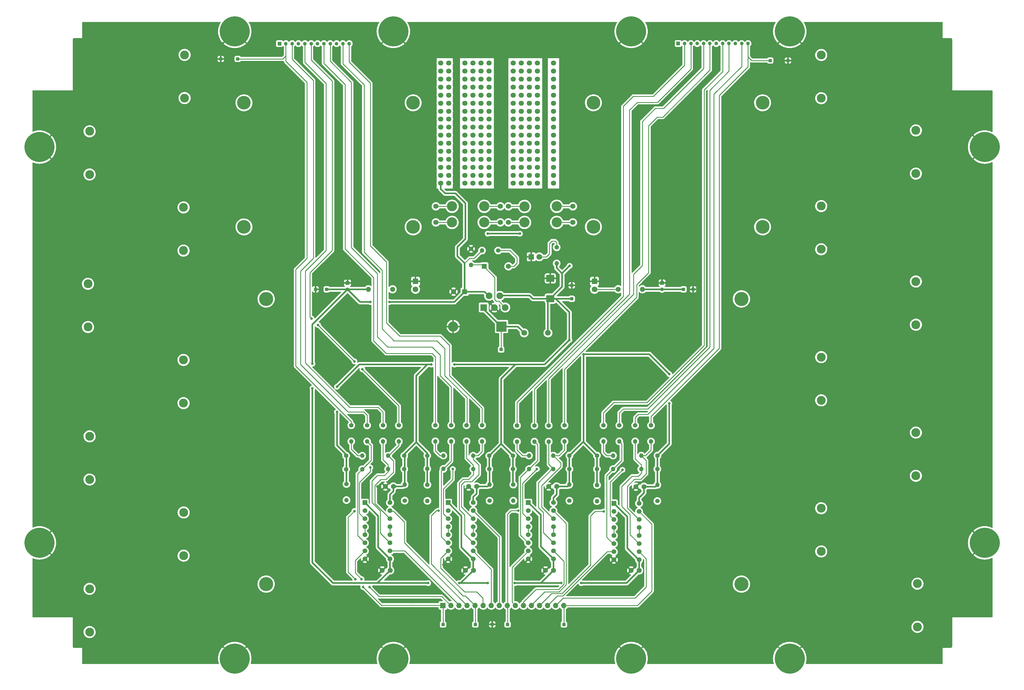
<source format=gtl>
%TF.GenerationSoftware,KiCad,Pcbnew,(6.0.5)*%
%TF.CreationDate,2022-05-16T01:41:45-07:00*%
%TF.ProjectId,lta-power-module,6c74612d-706f-4776-9572-2d6d6f64756c,rev?*%
%TF.SameCoordinates,Original*%
%TF.FileFunction,Copper,L1,Top*%
%TF.FilePolarity,Positive*%
%FSLAX46Y46*%
G04 Gerber Fmt 4.6, Leading zero omitted, Abs format (unit mm)*
G04 Created by KiCad (PCBNEW (6.0.5)) date 2022-05-16 01:41:45*
%MOMM*%
%LPD*%
G01*
G04 APERTURE LIST*
G04 Aperture macros list*
%AMRoundRect*
0 Rectangle with rounded corners*
0 $1 Rounding radius*
0 $2 $3 $4 $5 $6 $7 $8 $9 X,Y pos of 4 corners*
0 Add a 4 corners polygon primitive as box body*
4,1,4,$2,$3,$4,$5,$6,$7,$8,$9,$2,$3,0*
0 Add four circle primitives for the rounded corners*
1,1,$1+$1,$2,$3*
1,1,$1+$1,$4,$5*
1,1,$1+$1,$6,$7*
1,1,$1+$1,$8,$9*
0 Add four rect primitives between the rounded corners*
20,1,$1+$1,$2,$3,$4,$5,0*
20,1,$1+$1,$4,$5,$6,$7,0*
20,1,$1+$1,$6,$7,$8,$9,0*
20,1,$1+$1,$8,$9,$2,$3,0*%
G04 Aperture macros list end*
%TA.AperFunction,ComponentPad*%
%ADD10C,2.794000*%
%TD*%
%TA.AperFunction,ComponentPad*%
%ADD11C,4.445000*%
%TD*%
%TA.AperFunction,ComponentPad*%
%ADD12C,4.318000*%
%TD*%
%TA.AperFunction,ComponentPad*%
%ADD13C,1.630000*%
%TD*%
%TA.AperFunction,ComponentPad*%
%ADD14RoundRect,0.100000X-0.400000X-0.400000X0.400000X-0.400000X0.400000X0.400000X-0.400000X0.400000X0*%
%TD*%
%TA.AperFunction,ComponentPad*%
%ADD15C,1.400000*%
%TD*%
%TA.AperFunction,ComponentPad*%
%ADD16O,1.400000X1.400000*%
%TD*%
%TA.AperFunction,ComponentPad*%
%ADD17R,1.600000X1.600000*%
%TD*%
%TA.AperFunction,ComponentPad*%
%ADD18C,1.600000*%
%TD*%
%TA.AperFunction,ComponentPad*%
%ADD19C,3.200000*%
%TD*%
%TA.AperFunction,ComponentPad*%
%ADD20C,9.500000*%
%TD*%
%TA.AperFunction,ComponentPad*%
%ADD21R,1.580000X1.580000*%
%TD*%
%TA.AperFunction,ComponentPad*%
%ADD22C,1.580000*%
%TD*%
%TA.AperFunction,ComponentPad*%
%ADD23R,1.150000X1.150000*%
%TD*%
%TA.AperFunction,ComponentPad*%
%ADD24C,1.150000*%
%TD*%
%TA.AperFunction,ComponentPad*%
%ADD25C,1.800000*%
%TD*%
%TA.AperFunction,ComponentPad*%
%ADD26R,1.500000X1.500000*%
%TD*%
%TA.AperFunction,ComponentPad*%
%ADD27C,1.500000*%
%TD*%
%TA.AperFunction,ComponentPad*%
%ADD28O,1.600000X1.600000*%
%TD*%
%TA.AperFunction,ComponentPad*%
%ADD29R,1.800000X1.800000*%
%TD*%
%TA.AperFunction,ComponentPad*%
%ADD30R,3.200000X3.200000*%
%TD*%
%TA.AperFunction,ComponentPad*%
%ADD31O,3.200000X3.200000*%
%TD*%
%TA.AperFunction,ComponentPad*%
%ADD32R,1.700000X1.700000*%
%TD*%
%TA.AperFunction,ComponentPad*%
%ADD33O,1.700000X1.700000*%
%TD*%
%TA.AperFunction,SMDPad,CuDef*%
%ADD34RoundRect,0.250000X1.025000X-0.875000X1.025000X0.875000X-1.025000X0.875000X-1.025000X-0.875000X0*%
%TD*%
%TA.AperFunction,ComponentPad*%
%ADD35R,2.100000X2.100000*%
%TD*%
%TA.AperFunction,ComponentPad*%
%ADD36C,2.100000*%
%TD*%
%TA.AperFunction,ViaPad*%
%ADD37C,0.800000*%
%TD*%
%TA.AperFunction,Conductor*%
%ADD38C,0.500000*%
%TD*%
%TA.AperFunction,Conductor*%
%ADD39C,0.250000*%
%TD*%
G04 APERTURE END LIST*
D10*
X277683000Y-196400600D03*
X277683000Y-182760800D03*
X307523000Y-111173000D03*
X307523000Y-124812800D03*
X76644000Y-135938428D03*
X76644000Y-149578228D03*
X47023000Y-221852600D03*
X47023000Y-208212800D03*
X47023000Y-77379457D03*
X47023000Y-63739657D03*
X307523000Y-158873000D03*
X307523000Y-172512800D03*
X308023000Y-206573000D03*
X308023000Y-220212800D03*
X277683000Y-148700600D03*
X277683000Y-135060800D03*
X307523000Y-63473000D03*
X307523000Y-77112800D03*
X277683000Y-53300600D03*
X277683000Y-39660800D03*
X76984000Y-39623000D03*
X76984000Y-53262800D03*
X46523000Y-125537171D03*
X46523000Y-111897371D03*
X277683000Y-101000600D03*
X277683000Y-87360800D03*
X76644000Y-87780714D03*
X76644000Y-101420514D03*
X47023000Y-173694885D03*
X47023000Y-160055085D03*
X76683000Y-184096142D03*
X76683000Y-197735942D03*
D11*
X102683000Y-206712800D03*
X102683000Y-116669800D03*
X252523000Y-206712800D03*
X252523000Y-116669800D03*
D12*
X95683000Y-54750600D03*
X149023000Y-93942800D03*
X95683000Y-93942800D03*
X149023000Y-54750600D03*
X205858000Y-54750600D03*
X259198000Y-93942800D03*
X205858000Y-93942800D03*
X259198000Y-54750600D03*
D13*
X170423000Y-47290218D03*
X157723000Y-67519890D03*
D14*
X88392000Y-40894000D03*
D13*
X172963000Y-52347636D03*
D15*
X198313000Y-166142800D03*
D16*
X193233000Y-166142800D03*
D17*
X165273000Y-114392800D03*
D18*
X161773000Y-114392800D03*
D13*
X188203000Y-54876346D03*
X172963000Y-70048599D03*
X180583000Y-70048600D03*
X167883000Y-77634726D03*
D19*
X171439000Y-87444800D03*
D13*
X167883000Y-44761509D03*
X170423000Y-80163436D03*
D20*
X92798900Y-32219900D03*
D13*
X172963000Y-80163436D03*
X183123000Y-54876346D03*
X160263000Y-49818927D03*
X165343000Y-54876345D03*
X193283000Y-70048600D03*
X180583000Y-54876346D03*
X170423000Y-59933763D03*
D20*
X142786100Y-32219900D03*
D13*
X170423000Y-57405054D03*
D14*
X267208000Y-41402000D03*
D13*
X188203000Y-42232801D03*
D14*
X93726000Y-40894000D03*
X173998000Y-219444000D03*
D13*
X172963000Y-64991181D03*
X193283000Y-67519891D03*
D15*
X128023000Y-175102800D03*
D16*
X128023000Y-180182800D03*
D21*
X171463000Y-106392800D03*
D22*
X179083000Y-106392800D03*
D13*
X172963000Y-67519890D03*
X193283000Y-64991182D03*
D19*
X194299000Y-87444800D03*
D13*
X185649666Y-44761510D03*
X188143000Y-67519891D03*
X185623000Y-47290219D03*
X170423000Y-70048599D03*
X160263000Y-75106017D03*
X185631000Y-70048600D03*
D19*
X184139000Y-92524800D03*
D13*
X180543000Y-44761510D03*
X167883000Y-59933763D03*
D15*
X226063000Y-166142800D03*
D16*
X220983000Y-166142800D03*
D23*
X227523000Y-111642800D03*
D24*
X227523000Y-113642801D03*
D13*
X165343000Y-64991181D03*
D19*
X184139000Y-87485122D03*
D13*
X165343000Y-52347636D03*
X167883000Y-42232800D03*
X170423000Y-49818927D03*
X172963000Y-62462472D03*
D18*
X169023000Y-175892800D03*
X166523000Y-175892800D03*
D13*
X180583000Y-67519891D03*
X185663000Y-54876346D03*
X183123000Y-42232801D03*
X180583000Y-80163436D03*
D25*
X191523000Y-127392800D03*
X184023000Y-127392800D03*
D13*
X157723000Y-52347636D03*
X156199000Y-87444800D03*
X156199000Y-92524800D03*
D15*
X139523000Y-156602800D03*
D16*
X139523000Y-161682800D03*
D13*
X185663000Y-57405055D03*
X172963000Y-57405054D03*
X180583000Y-59933764D03*
D19*
X194299000Y-92524800D03*
D13*
X170423000Y-52347636D03*
X188203000Y-75106018D03*
X165343000Y-75106017D03*
X170423000Y-67519890D03*
X167883000Y-67519890D03*
X167883000Y-72577308D03*
X160263000Y-62462472D03*
X183123000Y-49818928D03*
D14*
X121773000Y-113642800D03*
D19*
X161279000Y-92524800D03*
X171439000Y-92524800D03*
D13*
X165343000Y-77634726D03*
D15*
X129523000Y-156562800D03*
D16*
X129523000Y-161642800D03*
D13*
X179059000Y-92524800D03*
X157723000Y-59933763D03*
D26*
X160053000Y-181002800D03*
D27*
X160053000Y-183542800D03*
X160053000Y-186082800D03*
X160053000Y-188622800D03*
X160053000Y-191162800D03*
X160053000Y-193702800D03*
X160053000Y-196242800D03*
X160053000Y-198782800D03*
X167993000Y-198782800D03*
X167993000Y-196242800D03*
X167993000Y-193702800D03*
X167993000Y-191162800D03*
X167993000Y-188622800D03*
X167993000Y-186082800D03*
X167993000Y-183542800D03*
X167993000Y-181002800D03*
D13*
X185663000Y-72577309D03*
D15*
X196773000Y-156602800D03*
D16*
X196773000Y-161682800D03*
D15*
X161023000Y-156552800D03*
D16*
X161023000Y-161632800D03*
D13*
X172963000Y-75106017D03*
X176519000Y-87444800D03*
D18*
X220273000Y-202392800D03*
X217773000Y-202392800D03*
D13*
X157723000Y-54876345D03*
X165343000Y-57405054D03*
X160263000Y-70048599D03*
D20*
X267754100Y-230212900D03*
D13*
X165343000Y-72577308D03*
D14*
X178816000Y-219456000D03*
D18*
X142523000Y-113642800D03*
D28*
X134903000Y-113642800D03*
D13*
X160263000Y-42232800D03*
D15*
X224023000Y-156602800D03*
D16*
X224023000Y-161682800D03*
D13*
X185663000Y-80163436D03*
X183107000Y-70048600D03*
X167883000Y-57405054D03*
X193283000Y-57405055D03*
D18*
X194273000Y-175892800D03*
X191773000Y-175892800D03*
D13*
X193283000Y-42232801D03*
X180583000Y-57405055D03*
D19*
X161279000Y-87444800D03*
D26*
X133803000Y-181002800D03*
D27*
X133803000Y-183542800D03*
X133803000Y-186082800D03*
X133803000Y-188622800D03*
X133803000Y-191162800D03*
X133803000Y-193702800D03*
X133803000Y-196242800D03*
X133803000Y-198782800D03*
X141743000Y-198782800D03*
X141743000Y-196242800D03*
X141743000Y-193702800D03*
X141743000Y-191162800D03*
X141743000Y-188622800D03*
X141743000Y-186082800D03*
X141743000Y-183542800D03*
X141743000Y-181002800D03*
D29*
X149773000Y-111117800D03*
D25*
X149773000Y-113657800D03*
D14*
X196545200Y-219456000D03*
D13*
X167883000Y-70048599D03*
X183123000Y-64991182D03*
X165343000Y-80163436D03*
X188163000Y-47290219D03*
X167883000Y-52347636D03*
D14*
X118273000Y-113642800D03*
X234273000Y-113642800D03*
D13*
X180583000Y-77634727D03*
X188203000Y-59933764D03*
X165343000Y-62462472D03*
D15*
X194273000Y-100392800D03*
D16*
X194273000Y-105472800D03*
D15*
X214023000Y-156562800D03*
D16*
X214023000Y-161642800D03*
D13*
X157723000Y-42232800D03*
D14*
X168656000Y-219456000D03*
D20*
X142786100Y-230212900D03*
D23*
X232590000Y-36052000D03*
D24*
X234590001Y-36052000D03*
X236590000Y-36052000D03*
X238590001Y-36052000D03*
X240589999Y-36052000D03*
X242590000Y-36052000D03*
X244589999Y-36052000D03*
X246590000Y-36052000D03*
X248590001Y-36052000D03*
X250590000Y-36052000D03*
X252590001Y-36052000D03*
X254589999Y-36052000D03*
D13*
X185663000Y-42232801D03*
X170423000Y-42232800D03*
D30*
X176893000Y-125392800D03*
D31*
X161653000Y-125392800D03*
D29*
X206198000Y-111121301D03*
D25*
X206198000Y-113661301D03*
D13*
X180583000Y-62462473D03*
D20*
X92798900Y-230212900D03*
D18*
X141773000Y-202392800D03*
X139273000Y-202392800D03*
D13*
X157723000Y-72577308D03*
D23*
X106881499Y-36068000D03*
D24*
X108881500Y-36068000D03*
X110881499Y-36068000D03*
X112881500Y-36068000D03*
X114881498Y-36068000D03*
X116881499Y-36068000D03*
X118881498Y-36068000D03*
X120881499Y-36068000D03*
X122881500Y-36068000D03*
X124881499Y-36068000D03*
X126881500Y-36068000D03*
X128881498Y-36068000D03*
D20*
X329209400Y-193700400D03*
D13*
X193283000Y-44761510D03*
X185623000Y-67519891D03*
X157723000Y-47290218D03*
X188203000Y-64991182D03*
D20*
X267754100Y-32219900D03*
D14*
X176773000Y-132642800D03*
D15*
X173063000Y-170392800D03*
D16*
X167983000Y-170392800D03*
D13*
X193283000Y-52347637D03*
X165343000Y-47290218D03*
X185663000Y-49818928D03*
D15*
X127893000Y-166192800D03*
D16*
X132973000Y-166192800D03*
D13*
X183123000Y-57405055D03*
X172963000Y-54876345D03*
X183123000Y-72577309D03*
D15*
X206983000Y-170392800D03*
D16*
X212063000Y-170392800D03*
D13*
X167883000Y-75106017D03*
X185663000Y-77634727D03*
X165343000Y-44761509D03*
X170423000Y-44761509D03*
X180583000Y-42232801D03*
X188203000Y-77634727D03*
X199379000Y-92524800D03*
D20*
X31216600Y-68732400D03*
D13*
X170423000Y-54876345D03*
X180543000Y-47290219D03*
X188203000Y-49818928D03*
X157723000Y-80163436D03*
D20*
X217766900Y-230212900D03*
D13*
X157723000Y-49818927D03*
X160263000Y-72577308D03*
X172963000Y-77634726D03*
D18*
X221773000Y-175972800D03*
X219273000Y-175972800D03*
D13*
X160263000Y-67519890D03*
D15*
X180483000Y-166142800D03*
D16*
X185563000Y-166142800D03*
D15*
X144523000Y-156602800D03*
D16*
X144523000Y-161682800D03*
D13*
X160263000Y-64991181D03*
X183123000Y-77634727D03*
X188155000Y-70048600D03*
X188203000Y-52347637D03*
X172963000Y-42232800D03*
D15*
X219023000Y-156562800D03*
D16*
X219023000Y-161642800D03*
D13*
X157723000Y-70048599D03*
X165343000Y-67519890D03*
X157723000Y-64991181D03*
D15*
X206983000Y-166142800D03*
D16*
X212063000Y-166142800D03*
D20*
X31216600Y-193700400D03*
D13*
X193283000Y-49818928D03*
D15*
X198273000Y-180392800D03*
D16*
X198273000Y-175312800D03*
D15*
X180483000Y-170392800D03*
D16*
X185563000Y-170392800D03*
D29*
X186273000Y-103392800D03*
D25*
X188813000Y-103392800D03*
D13*
X172963000Y-59933763D03*
X172963000Y-47290218D03*
X185663000Y-64991182D03*
D32*
X158433000Y-213442800D03*
D33*
X160973000Y-213442800D03*
X163513000Y-213442800D03*
X166053000Y-213442800D03*
X168593000Y-213442800D03*
X171133000Y-213442800D03*
X173673000Y-213442800D03*
X176213000Y-213442800D03*
X178753000Y-213442800D03*
X181293000Y-213442800D03*
X183833000Y-213442800D03*
X186373000Y-213442800D03*
X188913000Y-213442800D03*
X191453000Y-213442800D03*
X193993000Y-213442800D03*
X196533000Y-213442800D03*
D13*
X172963000Y-49818927D03*
D15*
X226023000Y-180472800D03*
D16*
X226023000Y-175392800D03*
D13*
X157723000Y-77634726D03*
X188203000Y-44761510D03*
X160263000Y-44761509D03*
X157723000Y-44761509D03*
D18*
X213698000Y-113621301D03*
D28*
X221318000Y-113621301D03*
D15*
X127893000Y-170442800D03*
D16*
X132973000Y-170442800D03*
D13*
X183103000Y-67519891D03*
X188203000Y-57405055D03*
D18*
X142773000Y-175892800D03*
X140273000Y-175892800D03*
D13*
X170423000Y-72577308D03*
X160263000Y-57405054D03*
D15*
X165863000Y-156552800D03*
D16*
X165863000Y-161632800D03*
D13*
X199379000Y-87444800D03*
D15*
X167273000Y-100852800D03*
D16*
X167273000Y-105932800D03*
D15*
X146363000Y-180342800D03*
D16*
X146363000Y-175262800D03*
D13*
X165343000Y-70048599D03*
D15*
X181773000Y-156642800D03*
D16*
X181773000Y-161722800D03*
D13*
X160263000Y-54876345D03*
X183123000Y-52347637D03*
D14*
X237273000Y-113642800D03*
D13*
X172963000Y-44761509D03*
D15*
X173113000Y-180382800D03*
D16*
X173113000Y-175302800D03*
D13*
X188203000Y-80163436D03*
D15*
X146223000Y-170392800D03*
D16*
X141143000Y-170392800D03*
D15*
X187273000Y-156642800D03*
D16*
X187273000Y-161722800D03*
D13*
X185663000Y-52347637D03*
D14*
X199023000Y-116642800D03*
D13*
X176519000Y-92524800D03*
X165343000Y-42232800D03*
X180583000Y-72577309D03*
X180583000Y-75106018D03*
D15*
X170773000Y-156552800D03*
D16*
X170773000Y-161632800D03*
D13*
X180583000Y-52347637D03*
D34*
X192273000Y-116592800D03*
X192273000Y-110192800D03*
D15*
X175813000Y-101392800D03*
D16*
X170733000Y-101392800D03*
D13*
X172963000Y-72577308D03*
X179059000Y-87444800D03*
X160263000Y-80163436D03*
X180583000Y-49818928D03*
X160263000Y-47290218D03*
D15*
X180613000Y-175302800D03*
D16*
X180613000Y-180382800D03*
D35*
X171273000Y-119392800D03*
D36*
X172973000Y-115692800D03*
X174673000Y-119392800D03*
X176373000Y-115692800D03*
X178073000Y-119392800D03*
D13*
X167883000Y-80163436D03*
X193283000Y-54876346D03*
X160263000Y-77634726D03*
X183123000Y-80163436D03*
D15*
X134523000Y-156602800D03*
D16*
X134523000Y-161682800D03*
D13*
X193283000Y-47290219D03*
X183123000Y-59933764D03*
X160263000Y-59933763D03*
X167883000Y-54876345D03*
D15*
X153483000Y-166142800D03*
D16*
X158563000Y-166142800D03*
D15*
X207023000Y-175432800D03*
D16*
X207023000Y-180512800D03*
D13*
X167883000Y-47290218D03*
D26*
X185303000Y-181002800D03*
D27*
X185303000Y-183542800D03*
X185303000Y-186082800D03*
X185303000Y-188622800D03*
X185303000Y-191162800D03*
X185303000Y-193702800D03*
X185303000Y-196242800D03*
X185303000Y-198782800D03*
X193243000Y-198782800D03*
X193243000Y-196242800D03*
X193243000Y-193702800D03*
X193243000Y-191162800D03*
X193243000Y-188622800D03*
X193243000Y-186082800D03*
X193243000Y-183542800D03*
X193243000Y-181002800D03*
D26*
X212303000Y-181252800D03*
D27*
X212303000Y-183792800D03*
X212303000Y-186332800D03*
X212303000Y-188872800D03*
X212303000Y-191412800D03*
X212303000Y-193952800D03*
X212303000Y-196492800D03*
X212303000Y-199032800D03*
X220243000Y-199032800D03*
X220243000Y-196492800D03*
X220243000Y-193952800D03*
X220243000Y-191412800D03*
X220243000Y-188872800D03*
X220243000Y-186332800D03*
X220243000Y-183792800D03*
X220243000Y-181252800D03*
D15*
X156023000Y-156552800D03*
D16*
X156023000Y-161632800D03*
D13*
X193283000Y-75106018D03*
D15*
X153523000Y-175352800D03*
D16*
X153523000Y-180432800D03*
D13*
X157723000Y-62462472D03*
X183083000Y-47290219D03*
X170423000Y-75106017D03*
X193283000Y-59933764D03*
X193283000Y-77634727D03*
D18*
X168023000Y-202392800D03*
X165523000Y-202392800D03*
D15*
X209023000Y-156562800D03*
D16*
X209023000Y-161642800D03*
D14*
X158445200Y-219456000D03*
D15*
X173023000Y-166192800D03*
D16*
X167943000Y-166192800D03*
D23*
X128348000Y-111664299D03*
D24*
X128348000Y-113664300D03*
D13*
X157723000Y-57405054D03*
X160263000Y-52347636D03*
X193283000Y-80163436D03*
X167883000Y-49818927D03*
X165343000Y-59933763D03*
X185663000Y-62462473D03*
X183096333Y-44761510D03*
D15*
X191773000Y-156642800D03*
D16*
X191773000Y-161722800D03*
D13*
X170423000Y-64991181D03*
X167883000Y-62462472D03*
X185663000Y-75106018D03*
X193283000Y-72577309D03*
D15*
X198313000Y-170392800D03*
D16*
X193233000Y-170392800D03*
D13*
X183123000Y-62462473D03*
X157723000Y-75106017D03*
X167883000Y-64991181D03*
D15*
X226023000Y-170392800D03*
D16*
X220943000Y-170392800D03*
D13*
X180583000Y-64991182D03*
D14*
X261620000Y-41402000D03*
D15*
X153483000Y-170342800D03*
D16*
X158563000Y-170342800D03*
D20*
X329209400Y-68732400D03*
D18*
X193273000Y-202392800D03*
X190773000Y-202392800D03*
D13*
X193283000Y-62462473D03*
X185663000Y-59933764D03*
X183123000Y-75106018D03*
D20*
X217766900Y-32219900D03*
D13*
X170423000Y-77634726D03*
X165343000Y-49818927D03*
D15*
X146223000Y-166192800D03*
D16*
X141143000Y-166192800D03*
D13*
X170423000Y-62462472D03*
X188203000Y-62462473D03*
X188203000Y-72577309D03*
D14*
X199023000Y-112392800D03*
D37*
X61750000Y-82500000D03*
X61750000Y-179000000D03*
X291000000Y-177250000D03*
X291250000Y-82000000D03*
X290750000Y-129750000D03*
X60750000Y-130500000D03*
X125500000Y-82500000D03*
X231750000Y-83750000D03*
X117273000Y-137142800D03*
X172523000Y-206392800D03*
X141523000Y-117642800D03*
X135523000Y-117642800D03*
X195773000Y-206392800D03*
X117273000Y-144892800D03*
X153773000Y-206392800D03*
X163523000Y-206392800D03*
X202023000Y-206392800D03*
X181023000Y-206392800D03*
X137023000Y-202392800D03*
X224773000Y-128142800D03*
X183773000Y-200892800D03*
X137773000Y-175892800D03*
X131273000Y-82642800D03*
X206502000Y-218186000D03*
X170023000Y-143142800D03*
X128273000Y-106142800D03*
X214523000Y-143392800D03*
X177023000Y-168392800D03*
X151892000Y-218186000D03*
X158523000Y-200642800D03*
X202273000Y-168642800D03*
X243738400Y-140919200D03*
X166523000Y-178642800D03*
X108356400Y-107035600D03*
X172273000Y-195392800D03*
X208023000Y-208892800D03*
X133523000Y-146142800D03*
X210773000Y-201142800D03*
X248564400Y-58216800D03*
X216750000Y-49500000D03*
X144523000Y-143142800D03*
X149023000Y-212392800D03*
X122523000Y-136392800D03*
X146273000Y-202642800D03*
X132273000Y-127642800D03*
X158023000Y-125392800D03*
X176273000Y-121642800D03*
X248208800Y-107899200D03*
X132023000Y-200142800D03*
X233250000Y-177250000D03*
X112064800Y-55524400D03*
X150273000Y-168142800D03*
X215523000Y-202392800D03*
X158273000Y-114142800D03*
X149023000Y-208642800D03*
X188273000Y-202392800D03*
X219023000Y-78892800D03*
X111760000Y-172974000D03*
X201523000Y-125392800D03*
X119023000Y-82392800D03*
X191773000Y-178642800D03*
X219273000Y-178392800D03*
X121273000Y-153392800D03*
X139500000Y-72000000D03*
X181273000Y-194642800D03*
X109500000Y-138250000D03*
X183023000Y-143142800D03*
X163023000Y-202392800D03*
X183273000Y-208642800D03*
X168773000Y-134892800D03*
X182684200Y-96080800D03*
X154773000Y-137392800D03*
X202753000Y-134122800D03*
X125023000Y-144392800D03*
X172524200Y-96080800D03*
X162023000Y-137392800D03*
X198273000Y-129642800D03*
X229773000Y-149642800D03*
X229773000Y-140392800D03*
X198363000Y-106240800D03*
X125023000Y-152392800D03*
X119023000Y-124892800D03*
X130523000Y-136392800D03*
X117023000Y-122892800D03*
X133023000Y-138892800D03*
X130523000Y-183642800D03*
X133273000Y-207642800D03*
X130773000Y-205142800D03*
X135273000Y-207642800D03*
X132773000Y-205142800D03*
X157023000Y-183542800D03*
X182173000Y-183542800D03*
X209123000Y-183792800D03*
X135523000Y-169892800D03*
X161523000Y-170392800D03*
X188023000Y-170392800D03*
X215023000Y-170642800D03*
D38*
X163000000Y-103135800D02*
X165257000Y-105392800D01*
X163000000Y-100250000D02*
X163000000Y-103135800D01*
X157723000Y-81973000D02*
X159125000Y-83375000D01*
X162375000Y-83375000D02*
X165500000Y-86500000D01*
X165500000Y-86500000D02*
X165500000Y-97750000D01*
X165500000Y-97750000D02*
X163000000Y-100250000D01*
X157723000Y-80163436D02*
X157723000Y-81973000D01*
X159125000Y-83375000D02*
X162375000Y-83375000D01*
X165273000Y-105392800D02*
X165273000Y-114392800D01*
X212303000Y-181252800D02*
X216523000Y-185472800D01*
X216273000Y-206392800D02*
X220273000Y-202392800D01*
X189273000Y-184892800D02*
X185273000Y-180892800D01*
X172523000Y-206392800D02*
X163523000Y-206392800D01*
X181023000Y-206392800D02*
X188273000Y-206392800D01*
X138023000Y-195062800D02*
X138023000Y-185192000D01*
X153773000Y-206392800D02*
X134273000Y-206392800D01*
D39*
X170733000Y-101392800D02*
X168233000Y-103892800D01*
D38*
X193243000Y-198782800D02*
X193243000Y-202362800D01*
X117273000Y-199892800D02*
X123773000Y-206392800D01*
X134903000Y-113642800D02*
X128523000Y-113642800D01*
X171523000Y-114392800D02*
X173023000Y-115892800D01*
X141773000Y-202392800D02*
X137773000Y-206392800D01*
X141743000Y-198782800D02*
X141743000Y-202612800D01*
X189273000Y-194812800D02*
X189273000Y-184892800D01*
X123773000Y-206392800D02*
X134273000Y-206392800D01*
X160053000Y-181002800D02*
X164273000Y-185222800D01*
X188273000Y-206392800D02*
X189273000Y-206392800D01*
D39*
X165273000Y-105392800D02*
X165257000Y-105392800D01*
D38*
X132326500Y-117642800D02*
X128348000Y-113664300D01*
X141523000Y-117642800D02*
X162023000Y-117642800D01*
D39*
X166773000Y-103892800D02*
X165273000Y-105392800D01*
D38*
X164273000Y-185222800D02*
X164273000Y-195142800D01*
X133833800Y-181002800D02*
X138023000Y-185192000D01*
X189273000Y-206392800D02*
X193273000Y-202392800D01*
X188273000Y-206392800D02*
X195773000Y-206392800D01*
X137773000Y-206392800D02*
X134273000Y-206392800D01*
X135523000Y-117642800D02*
X132326500Y-117642800D01*
X202023000Y-206392800D02*
X216273000Y-206392800D01*
X216523000Y-195392800D02*
X220273000Y-199142800D01*
X141743000Y-198782800D02*
X138023000Y-195062800D01*
X216523000Y-185472800D02*
X216523000Y-195392800D01*
X162023000Y-117642800D02*
X165273000Y-114392800D01*
X167993000Y-198782800D02*
X167993000Y-202362800D01*
X165273000Y-114392800D02*
X171523000Y-114392800D01*
X121773000Y-113642800D02*
X128273000Y-113642800D01*
X164023000Y-206392800D02*
X168023000Y-202392800D01*
D39*
X168233000Y-103892800D02*
X166773000Y-103892800D01*
D38*
X220243000Y-199032800D02*
X220243000Y-202612800D01*
X117273000Y-144892800D02*
X117273000Y-199892800D01*
X164273000Y-195142800D02*
X168023000Y-198892800D01*
X163523000Y-206392800D02*
X164023000Y-206392800D01*
X117273000Y-124739300D02*
X117273000Y-137142800D01*
X193243000Y-198782800D02*
X189273000Y-194812800D01*
X128348000Y-113664300D02*
X117273000Y-124739300D01*
X173063000Y-170392800D02*
X173063000Y-166182800D01*
X221773000Y-177892800D02*
X221773000Y-175892800D01*
X198273000Y-120892800D02*
X198273000Y-129642800D01*
X229773000Y-162392800D02*
X226023000Y-166142800D01*
X125023000Y-162892800D02*
X125023000Y-152392800D01*
X153483000Y-166142800D02*
X153483000Y-170602800D01*
X142773000Y-175892800D02*
X145773000Y-175892800D01*
X153523000Y-165392800D02*
X153523000Y-166142800D01*
X150023000Y-161892800D02*
X153523000Y-165392800D01*
X206983000Y-170352800D02*
X206983000Y-175182800D01*
X181273000Y-137392800D02*
X162023000Y-137392800D01*
X196023000Y-109488800D02*
X196023000Y-112842800D01*
X176798000Y-162457800D02*
X176798000Y-162417800D01*
X172523000Y-175892800D02*
X172273000Y-175892800D01*
X193973000Y-116592800D02*
X198973000Y-116592800D01*
X220243000Y-181252800D02*
X220243000Y-179422800D01*
X206983000Y-166142800D02*
X206983000Y-170352800D01*
X153523000Y-137392800D02*
X132023000Y-137392800D01*
X128023000Y-165892800D02*
X125023000Y-162892800D01*
X146363000Y-175262800D02*
X146363000Y-165552800D01*
X128023000Y-175102800D02*
X128023000Y-165892800D01*
X180483000Y-166142800D02*
X176798000Y-162457800D01*
X169023000Y-175892800D02*
X172273000Y-175892800D01*
X194273000Y-106892800D02*
X196023000Y-108642800D01*
X145773000Y-175892800D02*
X146273000Y-175392800D01*
X173113000Y-175302800D02*
X172523000Y-175892800D01*
X194273000Y-175892800D02*
X197773000Y-175892800D01*
X173113000Y-175302800D02*
X173113000Y-170482800D01*
X150023000Y-140892800D02*
X153523000Y-137392800D01*
X196023000Y-109488800D02*
X196023000Y-108580800D01*
X132023000Y-137392800D02*
X125023000Y-144392800D01*
X229773000Y-149642800D02*
X229773000Y-162392800D01*
X185773000Y-115642800D02*
X176273000Y-115642800D01*
X196023000Y-108580800D02*
X198363000Y-106240800D01*
X226023000Y-175392800D02*
X226023000Y-170392800D01*
X202753000Y-161912800D02*
X202753000Y-134122800D01*
X223503000Y-134122800D02*
X229773000Y-140392800D01*
X141743000Y-178422800D02*
X142773000Y-177392800D01*
X191523000Y-127392800D02*
X191523000Y-117392800D01*
X193973000Y-116592800D02*
X198273000Y-120892800D01*
X198313000Y-166142800D02*
X202543000Y-161912800D01*
X180483000Y-170352800D02*
X180483000Y-175602800D01*
X182684200Y-96080800D02*
X172524200Y-96080800D01*
X226023000Y-166142800D02*
X226023000Y-170392800D01*
X176798000Y-162457800D02*
X176798000Y-141867800D01*
X190523000Y-137392800D02*
X181273000Y-137392800D01*
X173023000Y-166192800D02*
X176798000Y-162417800D01*
X202753000Y-134122800D02*
X223503000Y-134122800D01*
X197773000Y-175892800D02*
X198273000Y-175392800D01*
X180483000Y-166142800D02*
X180483000Y-170352800D01*
X196023000Y-108642800D02*
X196023000Y-109488800D01*
X167993000Y-181002800D02*
X167993000Y-179172800D01*
X196023000Y-112842800D02*
X192273000Y-116592800D01*
X193243000Y-181002800D02*
X193243000Y-179422800D01*
X153523000Y-175352800D02*
X153523000Y-170392800D01*
X141743000Y-181002800D02*
X141743000Y-178422800D01*
X220243000Y-179422800D02*
X221773000Y-177892800D01*
X221773000Y-175972800D02*
X225443000Y-175972800D01*
X206983000Y-166142800D02*
X202753000Y-161912800D01*
X192273000Y-116592800D02*
X186723000Y-116592800D01*
X146363000Y-165552800D02*
X150023000Y-161892800D01*
X198273000Y-175392800D02*
X198273000Y-165892800D01*
X186723000Y-116592800D02*
X185773000Y-115642800D01*
X150023000Y-161892800D02*
X150023000Y-140892800D01*
X169023000Y-178142800D02*
X169023000Y-175892800D01*
X225443000Y-175972800D02*
X226023000Y-175392800D01*
X192273000Y-116592800D02*
X193973000Y-116592800D01*
X154773000Y-137392800D02*
X153523000Y-137392800D01*
X198273000Y-129642800D02*
X190523000Y-137392800D01*
X142773000Y-177392800D02*
X142773000Y-175892800D01*
X193243000Y-179422800D02*
X194273000Y-178392800D01*
X194273000Y-178392800D02*
X194273000Y-175892800D01*
X202753000Y-161912800D02*
X202543000Y-161912800D01*
X176798000Y-141867800D02*
X181273000Y-137392800D01*
X194273000Y-105472800D02*
X194273000Y-106892800D01*
X167993000Y-179172800D02*
X169023000Y-178142800D01*
D39*
X206198000Y-113661301D02*
X214004499Y-113661301D01*
D38*
X182023000Y-125392800D02*
X184023000Y-127392800D01*
D39*
X176773000Y-132642800D02*
X176773000Y-125892800D01*
D38*
X176893000Y-125392800D02*
X182023000Y-125392800D01*
X171273000Y-119892800D02*
X176773000Y-125392800D01*
D39*
X192023000Y-102392800D02*
X192023000Y-99142800D01*
X192773000Y-98392800D02*
X193773000Y-98392800D01*
X193773000Y-98392800D02*
X194273000Y-98892800D01*
X191023000Y-103392800D02*
X192023000Y-102392800D01*
X194273000Y-98892800D02*
X194273000Y-100392800D01*
X188813000Y-103392800D02*
X191023000Y-103392800D01*
X192023000Y-99142800D02*
X192773000Y-98392800D01*
D38*
X221318000Y-113621301D02*
X234251501Y-113621301D01*
D39*
X112023000Y-137892800D02*
X129523000Y-155392800D01*
X129523000Y-155392800D02*
X129523000Y-156892800D01*
X115544500Y-103871300D02*
X112023000Y-107392800D01*
X108881500Y-41622500D02*
X115544500Y-48285500D01*
X93472000Y-40894000D02*
X107950000Y-40894000D01*
X107950000Y-40894000D02*
X108881500Y-39962500D01*
X108881500Y-36068000D02*
X108881500Y-39962500D01*
X108881500Y-39962500D02*
X108881500Y-41622500D01*
X112023000Y-107392800D02*
X112023000Y-137892800D01*
X115544500Y-48285500D02*
X115544500Y-103871300D01*
X113523000Y-137392800D02*
X128523000Y-152392800D01*
X117544499Y-103871301D02*
X113523000Y-107892800D01*
X117544499Y-47694499D02*
X117544499Y-103871301D01*
X133523000Y-152392800D02*
X134523000Y-153392800D01*
X128523000Y-152392800D02*
X133523000Y-152392800D01*
X134523000Y-153392800D02*
X134523000Y-156892800D01*
X113523000Y-107892800D02*
X113523000Y-137392800D01*
X110881499Y-41031499D02*
X117544499Y-47694499D01*
X110881499Y-36068000D02*
X110881499Y-41031499D01*
X121544498Y-101371302D02*
X115023000Y-107892800D01*
X115023000Y-107892800D02*
X115023000Y-136892800D01*
X114881498Y-36068000D02*
X114881498Y-41972502D01*
X114881498Y-41972502D02*
X121544498Y-48635502D01*
X138023000Y-150892800D02*
X139523000Y-152392800D01*
X115023000Y-136892800D02*
X129023000Y-150892800D01*
X129023000Y-150892800D02*
X138023000Y-150892800D01*
X139523000Y-152392800D02*
X139523000Y-156892800D01*
X121544498Y-48635502D02*
X121544498Y-101371302D01*
X123544499Y-47905501D02*
X123544499Y-101371301D01*
X119023000Y-124892800D02*
X130523000Y-136392800D01*
X144523000Y-150392800D02*
X144523000Y-156892800D01*
X123544499Y-101371301D02*
X116523000Y-108392800D01*
X116523000Y-108392800D02*
X116523000Y-122392800D01*
X133023000Y-138892800D02*
X144523000Y-150392800D01*
X116881499Y-36068000D02*
X116881499Y-41242501D01*
X116523000Y-122392800D02*
X117023000Y-122892800D01*
X116881499Y-41242501D02*
X123544499Y-47905501D01*
X156023000Y-134892800D02*
X156023000Y-156392800D01*
X155023000Y-133892800D02*
X156023000Y-134892800D01*
X127544499Y-48985501D02*
X127544499Y-100914299D01*
X127544499Y-100914299D02*
X136523000Y-109892800D01*
X120881499Y-36068000D02*
X120881499Y-42322501D01*
X136523000Y-129892800D02*
X140523000Y-133892800D01*
X136523000Y-109892800D02*
X136523000Y-129892800D01*
X120881499Y-42322501D02*
X127544499Y-48985501D01*
X140523000Y-133892800D02*
X155023000Y-133892800D01*
X122881500Y-41592500D02*
X129544500Y-48255500D01*
X137773000Y-108642800D02*
X137773000Y-128642800D01*
X161023000Y-144392800D02*
X161023000Y-156892800D01*
X141023000Y-131892800D02*
X155023000Y-131892800D01*
X155023000Y-131892800D02*
X157523000Y-134392800D01*
X157523000Y-140892800D02*
X161023000Y-144392800D01*
X137773000Y-128642800D02*
X141023000Y-131892800D01*
X157523000Y-134392800D02*
X157523000Y-140892800D01*
X122881500Y-36068000D02*
X122881500Y-41592500D01*
X129544500Y-100414300D02*
X137773000Y-108642800D01*
X129544500Y-48255500D02*
X129544500Y-100414300D01*
X126881500Y-36068000D02*
X126881500Y-42426500D01*
X139273000Y-126142800D02*
X143023000Y-129892800D01*
X139273000Y-107642800D02*
X139273000Y-126142800D01*
X133544500Y-101914300D02*
X139273000Y-107642800D01*
X126881500Y-42426500D02*
X133544500Y-49089500D01*
X133544500Y-49089500D02*
X133544500Y-101914300D01*
X143023000Y-129892800D02*
X156523000Y-129892800D01*
X166023000Y-147892800D02*
X166023000Y-156892800D01*
X156523000Y-129892800D02*
X159023000Y-132392800D01*
X159023000Y-140892800D02*
X166023000Y-147892800D01*
X159023000Y-132392800D02*
X159023000Y-140892800D01*
X128881498Y-41886498D02*
X135544498Y-48549498D01*
X135544498Y-48549498D02*
X135544498Y-99914298D01*
X140648000Y-105017800D02*
X140648000Y-124267800D01*
X157523000Y-128392800D02*
X160523000Y-131392800D01*
X144773000Y-128392800D02*
X157523000Y-128392800D01*
X128881498Y-36068000D02*
X128881498Y-41886498D01*
X160523000Y-140892800D02*
X170773000Y-151142800D01*
X135544498Y-99914298D02*
X140648000Y-105017800D01*
X140648000Y-124267800D02*
X144773000Y-128392800D01*
X170773000Y-151142800D02*
X170773000Y-156552800D01*
X160523000Y-131392800D02*
X160523000Y-140892800D01*
X215273001Y-55871999D02*
X215273000Y-115892800D01*
X234590001Y-36052000D02*
X234590001Y-42904999D01*
X224790000Y-52705000D02*
X218440000Y-52705000D01*
X234590001Y-42904999D02*
X224790000Y-52705000D01*
X215273000Y-115892800D02*
X181773000Y-149392800D01*
X218440000Y-52705000D02*
X215273001Y-55871999D01*
X181773000Y-149392800D02*
X181773000Y-156642800D01*
X187273000Y-147121365D02*
X187273000Y-156892800D01*
X226060000Y-54610000D02*
X219710000Y-54610000D01*
X236590000Y-44080000D02*
X226060000Y-54610000D01*
X217273000Y-115142800D02*
X187273000Y-145142800D01*
X236590000Y-36052000D02*
X236590000Y-44080000D01*
X187273000Y-145142800D02*
X187273000Y-156642800D01*
X217273000Y-57047000D02*
X217273000Y-115142800D01*
X219710000Y-54610000D02*
X217273000Y-57047000D01*
X191773000Y-141892800D02*
X191773000Y-156642800D01*
X240589999Y-36052000D02*
X240589999Y-43890001D01*
X218523000Y-108892798D02*
X218523000Y-115142800D01*
X225375998Y-56515000D02*
X221272999Y-60617999D01*
X240589999Y-43890001D02*
X227965000Y-56515000D01*
X221272999Y-60617999D02*
X221272999Y-106142799D01*
X221272999Y-106142799D02*
X218523000Y-108892798D01*
X218523000Y-115142800D02*
X191773000Y-141892800D01*
X227965000Y-56515000D02*
X225375998Y-56515000D01*
X196773000Y-138892800D02*
X196773000Y-156642800D01*
X219523000Y-112142800D02*
X219523000Y-116142800D01*
X227718000Y-59302000D02*
X225954000Y-59302000D01*
X242590000Y-44430000D02*
X227718000Y-59302000D01*
X219523000Y-116142800D02*
X196773000Y-138892800D01*
X225954000Y-59302000D02*
X223273000Y-61983000D01*
X242590000Y-36052000D02*
X242590000Y-44430000D01*
X223273000Y-61983000D02*
X223273000Y-108392800D01*
X223273000Y-108392800D02*
X219523000Y-112142800D01*
X246590000Y-36052000D02*
X246590000Y-44875000D01*
X212273000Y-149392800D02*
X209023000Y-152642800D01*
X240773000Y-131392800D02*
X222773000Y-149392800D01*
X222773000Y-149392800D02*
X212273000Y-149392800D01*
X246590000Y-44875000D02*
X240773000Y-50692000D01*
X209023000Y-152642800D02*
X209023000Y-156642800D01*
X240773000Y-50692000D02*
X240773000Y-131392800D01*
X248590001Y-36052000D02*
X248590001Y-44779999D01*
X215273000Y-151392800D02*
X214023000Y-152642800D01*
X242523000Y-131892800D02*
X223023000Y-151392800D01*
X248590001Y-44779999D02*
X242523000Y-50847000D01*
X223023000Y-151392800D02*
X215273000Y-151392800D01*
X214023000Y-152642800D02*
X214023000Y-156642800D01*
X242523000Y-50847000D02*
X242523000Y-131892800D01*
X220023000Y-153142800D02*
X219023000Y-154142800D01*
X223023000Y-153142800D02*
X220023000Y-153142800D01*
X243848001Y-52061999D02*
X243848001Y-132317799D01*
X252590001Y-36052000D02*
X252590001Y-43319999D01*
X252590001Y-43319999D02*
X243848001Y-52061999D01*
X243848001Y-132317799D02*
X223023000Y-153142800D01*
X219023000Y-154142800D02*
X219023000Y-156392800D01*
X245523000Y-132297475D02*
X245523000Y-52483000D01*
X254589999Y-36052000D02*
X254589999Y-40213999D01*
X255778000Y-41402000D02*
X261620000Y-41402000D01*
X254589999Y-40213999D02*
X255778000Y-41402000D01*
X254589999Y-40213999D02*
X254589999Y-43416001D01*
X224023000Y-153797475D02*
X245523000Y-132297475D01*
X254589999Y-43416001D02*
X245523000Y-52483000D01*
X224023000Y-156892800D02*
X224023000Y-153797475D01*
X128523000Y-185642800D02*
X128523000Y-202892800D01*
X128523000Y-202892800D02*
X130773000Y-205142800D01*
X130523000Y-183642800D02*
X128523000Y-185642800D01*
X158445200Y-219456000D02*
X158445200Y-213385400D01*
X133273000Y-207642800D02*
X139023000Y-213392800D01*
X139023000Y-213392800D02*
X158523000Y-213392800D01*
X135273000Y-207642800D02*
X138273000Y-210642800D01*
X130773000Y-203142800D02*
X132773000Y-205142800D01*
X138273000Y-210642800D02*
X158023000Y-210642800D01*
X130773000Y-199272800D02*
X130773000Y-203142800D01*
X133803000Y-196242800D02*
X130773000Y-199272800D01*
X158023000Y-210642800D02*
X161023000Y-213642800D01*
X141743000Y-196242800D02*
X146373000Y-196242800D01*
X146373000Y-196242800D02*
X163523000Y-213392800D01*
X166053000Y-213442800D02*
X146273000Y-193662800D01*
X146273000Y-187142800D02*
X142773000Y-183642800D01*
X146273000Y-193662800D02*
X146273000Y-187142800D01*
X142773000Y-183642800D02*
X141773000Y-183642800D01*
X168656000Y-219456000D02*
X168656000Y-213360000D01*
X154773000Y-200392800D02*
X164773000Y-210392800D01*
X156373000Y-183542800D02*
X154773000Y-185142800D01*
X168593000Y-213442800D02*
X165543000Y-210392800D01*
X154773000Y-185142800D02*
X154773000Y-200392800D01*
X157023000Y-183542800D02*
X156373000Y-183542800D01*
X165543000Y-210392800D02*
X164773000Y-210392800D01*
X160053000Y-196242800D02*
X157748489Y-198547311D01*
X157748489Y-198547311D02*
X157748489Y-201713614D01*
X171023000Y-211142800D02*
X171023000Y-213642800D01*
X169070663Y-209190463D02*
X171023000Y-211142800D01*
X165225337Y-209190463D02*
X169070663Y-209190463D01*
X157748489Y-201713614D02*
X165225337Y-209190463D01*
X173673000Y-202042800D02*
X168023000Y-196392800D01*
X173673000Y-213442800D02*
X173673000Y-202042800D01*
X167993000Y-183542800D02*
X176273000Y-191822800D01*
X176273000Y-191822800D02*
X176273000Y-213642800D01*
X182173000Y-183542800D02*
X179873000Y-183542800D01*
X178816000Y-219456000D02*
X178816000Y-213360000D01*
X178773000Y-184642800D02*
X178773000Y-213392800D01*
X179873000Y-183542800D02*
X178773000Y-184642800D01*
X181293000Y-213442800D02*
X180248489Y-212398289D01*
X180248489Y-201417311D02*
X185523000Y-196142800D01*
X180248489Y-212398289D02*
X180248489Y-201417311D01*
X193243000Y-196242800D02*
X196547511Y-199547311D01*
X183773000Y-212392800D02*
X183773000Y-213392800D01*
X194868325Y-208392800D02*
X187773000Y-208392800D01*
X196547511Y-206713614D02*
X194868325Y-208392800D01*
X196547511Y-199547311D02*
X196547511Y-206713614D01*
X187773000Y-208392800D02*
X183773000Y-212392800D01*
X197273000Y-206892800D02*
X195023000Y-209142800D01*
X195023000Y-209142800D02*
X190523000Y-209142800D01*
X193243000Y-183542800D02*
X197273000Y-187572800D01*
X190523000Y-209142800D02*
X186273000Y-213392800D01*
X197273000Y-187572800D02*
X197273000Y-206892800D01*
X192713000Y-209642800D02*
X196023000Y-209642800D01*
X206373000Y-183792800D02*
X204948000Y-185217800D01*
X209123000Y-183792800D02*
X206373000Y-183792800D01*
X196023000Y-209642800D02*
X204948000Y-200717800D01*
X188913000Y-213442800D02*
X192713000Y-209642800D01*
X204948000Y-185217800D02*
X204948000Y-200717800D01*
X194503000Y-210392800D02*
X196273000Y-210392800D01*
X210173000Y-196492800D02*
X212303000Y-196492800D01*
X196273000Y-210392800D02*
X210173000Y-196492800D01*
X191453000Y-213442800D02*
X194503000Y-210392800D01*
X222523000Y-198772800D02*
X222523000Y-207642800D01*
X219023000Y-211142800D02*
X222523000Y-207642800D01*
X193993000Y-213442800D02*
X196293000Y-211142800D01*
X220243000Y-196492800D02*
X222523000Y-198772800D01*
X196293000Y-211142800D02*
X219023000Y-211142800D01*
X219723000Y-213442800D02*
X224273000Y-208892800D01*
X196545200Y-219456000D02*
X196545200Y-213410800D01*
X196533000Y-213442800D02*
X219723000Y-213442800D01*
X220243000Y-183792800D02*
X224273000Y-187822800D01*
X224273000Y-208892800D02*
X224273000Y-187822800D01*
X199379000Y-92524800D02*
X194299000Y-92524800D01*
X179059000Y-87444800D02*
X184139000Y-87444800D01*
X176519000Y-87444800D02*
X171439000Y-87444800D01*
X184139000Y-92524800D02*
X179059000Y-92524800D01*
X171439000Y-92524800D02*
X176519000Y-92524800D01*
X161279000Y-92524800D02*
X156199000Y-92524800D01*
X156199000Y-87444800D02*
X161279000Y-87444800D01*
X194299000Y-87444800D02*
X199379000Y-87444800D01*
X175813000Y-101392800D02*
X179523000Y-101392800D01*
X179523000Y-101392800D02*
X181773000Y-103642800D01*
X181773000Y-103642800D02*
X181773000Y-105392800D01*
X180773000Y-106392800D02*
X179023000Y-106392800D01*
X181773000Y-105392800D02*
X180773000Y-106392800D01*
X174773000Y-116892800D02*
X174773000Y-109892800D01*
X176073000Y-117392800D02*
X175273000Y-117392800D01*
X178073000Y-119392800D02*
X176073000Y-117392800D01*
X175273000Y-117392800D02*
X174773000Y-116892800D01*
X170773000Y-105892800D02*
X167273000Y-105892800D01*
X174773000Y-109892800D02*
X170773000Y-105892800D01*
X133803000Y-191162800D02*
X133803000Y-188672800D01*
X160053000Y-191162800D02*
X160053000Y-188672800D01*
X131523000Y-171892800D02*
X134523000Y-168892800D01*
X132973000Y-170442800D02*
X135773000Y-167642800D01*
X131523000Y-191422800D02*
X131523000Y-171892800D01*
X135773000Y-162892800D02*
X134523000Y-161642800D01*
X133803000Y-193702800D02*
X131523000Y-191422800D01*
X135773000Y-167642800D02*
X135773000Y-162892800D01*
X129523000Y-164142800D02*
X131523000Y-166142800D01*
X129523000Y-161642800D02*
X129523000Y-164142800D01*
X135523000Y-169892800D02*
X135523000Y-171142800D01*
X132023000Y-174642800D02*
X132023000Y-184392800D01*
X135523000Y-171142800D02*
X132023000Y-174642800D01*
X132023000Y-184392800D02*
X133773000Y-186142800D01*
X131523000Y-166142800D02*
X133023000Y-166142800D01*
X157863000Y-191732800D02*
X160023000Y-193892800D01*
X161023000Y-167892800D02*
X158523000Y-170392800D01*
X158563000Y-170342800D02*
X157863000Y-171042800D01*
X157863000Y-171042800D02*
X157863000Y-191732800D01*
X161023000Y-161632800D02*
X161023000Y-167892800D01*
X157523000Y-166142800D02*
X158523000Y-166142800D01*
X161523000Y-170392800D02*
X161523000Y-173642800D01*
X156023000Y-161632800D02*
X156023000Y-164642800D01*
X158523000Y-176642800D02*
X158523000Y-184552800D01*
X156023000Y-164642800D02*
X157523000Y-166142800D01*
X161523000Y-173642800D02*
X158523000Y-176642800D01*
X158523000Y-184552800D02*
X160053000Y-186082800D01*
X141743000Y-193702800D02*
X138647520Y-190607320D01*
X141143000Y-170392800D02*
X141143000Y-171272800D01*
X140023000Y-172392800D02*
X137773000Y-172392800D01*
X136023000Y-174142800D02*
X137773000Y-172392800D01*
X138647520Y-183623038D02*
X136023000Y-180998518D01*
X136023000Y-180998518D02*
X136023000Y-174142800D01*
X141143000Y-171272800D02*
X140023000Y-172392800D01*
X138647520Y-190607320D02*
X138647520Y-183623038D01*
X141143000Y-170392800D02*
X141143000Y-169012800D01*
X139523000Y-167392800D02*
X139523000Y-161682800D01*
X141143000Y-169012800D02*
X139523000Y-167392800D01*
X163523000Y-183142800D02*
X165228000Y-184847800D01*
X167983000Y-169102800D02*
X165863000Y-166982800D01*
X168023000Y-170392800D02*
X168023000Y-172142800D01*
X165228000Y-184847800D02*
X165228000Y-190937800D01*
X167983000Y-170392800D02*
X167983000Y-169102800D01*
X165228000Y-190937800D02*
X167993000Y-193702800D01*
X163523000Y-174892800D02*
X163523000Y-183142800D01*
X168023000Y-172142800D02*
X166523000Y-173642800D01*
X166523000Y-173642800D02*
X164773000Y-173642800D01*
X164773000Y-173642800D02*
X163523000Y-174892800D01*
X165863000Y-161632800D02*
X165863000Y-166982800D01*
X141143000Y-166192800D02*
X142773000Y-167822800D01*
X144523000Y-162892800D02*
X141273000Y-166142800D01*
X142773000Y-171392800D02*
X140445662Y-173720138D01*
X140445662Y-173720138D02*
X138850338Y-173720138D01*
X136998489Y-175571986D02*
X138850338Y-173720138D01*
X142773000Y-167822800D02*
X142773000Y-171392800D01*
X136998489Y-181338289D02*
X136998489Y-175571986D01*
X144523000Y-161682800D02*
X144523000Y-162892800D01*
X141743000Y-186082800D02*
X136998489Y-181338289D01*
X164273000Y-175392800D02*
X165273000Y-174392800D01*
X169523000Y-166142800D02*
X168023000Y-166142800D01*
X167523000Y-174392800D02*
X169773000Y-172142800D01*
X167943000Y-167312800D02*
X167943000Y-166192800D01*
X170773000Y-161632800D02*
X170773000Y-164892800D01*
X167993000Y-186082800D02*
X164273000Y-182362800D01*
X165273000Y-174392800D02*
X167523000Y-174392800D01*
X169773000Y-169142800D02*
X167943000Y-167312800D01*
X169773000Y-172142800D02*
X169773000Y-169142800D01*
X170773000Y-164892800D02*
X169523000Y-166142800D01*
X164273000Y-182362800D02*
X164273000Y-175392800D01*
X141743000Y-188622800D02*
X141743000Y-191112800D01*
X167993000Y-188622800D02*
X167993000Y-191172800D01*
X185303000Y-188622800D02*
X185303000Y-191112800D01*
X188273000Y-162642800D02*
X187273000Y-161642800D01*
X188273000Y-167682800D02*
X188273000Y-162642800D01*
X182897511Y-173018289D02*
X185523000Y-170392800D01*
X185563000Y-170392800D02*
X188273000Y-167682800D01*
X182897511Y-191297311D02*
X182897511Y-173018289D01*
X185303000Y-193702800D02*
X182897511Y-191297311D01*
X181773000Y-161722800D02*
X181773000Y-164392800D01*
X183523000Y-166142800D02*
X185523000Y-166142800D01*
X183523000Y-184392800D02*
X185273000Y-186142800D01*
X183523000Y-174892800D02*
X183523000Y-184392800D01*
X188023000Y-170392800D02*
X183523000Y-174892800D01*
X181773000Y-164392800D02*
X183523000Y-166142800D01*
X212303000Y-188872800D02*
X212303000Y-191612800D01*
X212063000Y-170392800D02*
X214773000Y-167682800D01*
X210023000Y-172432800D02*
X212063000Y-170392800D01*
X214773000Y-167682800D02*
X214773000Y-162392800D01*
X210023000Y-191892800D02*
X212273000Y-194142800D01*
X214773000Y-162392800D02*
X214023000Y-161642800D01*
X210023000Y-172432800D02*
X210023000Y-191892800D01*
X209023000Y-165142800D02*
X210023000Y-166142800D01*
X212303000Y-186332800D02*
X211178489Y-185208289D01*
X211178489Y-185208289D02*
X211178489Y-174487311D01*
X211178489Y-174487311D02*
X215023000Y-170642800D01*
X209023000Y-161642800D02*
X209023000Y-165142800D01*
X210023000Y-166142800D02*
X212023000Y-166142800D01*
X188498489Y-174667311D02*
X192773000Y-170392800D01*
X193243000Y-193702800D02*
X190023000Y-190482800D01*
X190023000Y-190482800D02*
X190023000Y-184142800D01*
X193273000Y-170392800D02*
X191773000Y-168892800D01*
X188498489Y-182618289D02*
X188498489Y-174667311D01*
X190023000Y-184142800D02*
X188498489Y-182618289D01*
X191773000Y-168892800D02*
X191773000Y-161722800D01*
X189523000Y-175642800D02*
X195523000Y-169642800D01*
X196773000Y-164392800D02*
X196773000Y-161642800D01*
X189523000Y-182392800D02*
X189523000Y-175642800D01*
X193233000Y-166142800D02*
X195023000Y-166142800D01*
X195023000Y-166142800D02*
X196773000Y-164392800D01*
X195523000Y-168432800D02*
X193233000Y-166142800D01*
X193273000Y-186142800D02*
X189523000Y-182392800D01*
X195523000Y-169642800D02*
X195523000Y-168432800D01*
X193243000Y-191162800D02*
X193243000Y-188672800D01*
X214773000Y-175892800D02*
X218023000Y-172642800D01*
X219023000Y-167142800D02*
X219023000Y-161642800D01*
X214773000Y-182142800D02*
X214773000Y-175892800D01*
X217433000Y-184802800D02*
X214773000Y-182142800D01*
X217433000Y-191142800D02*
X217433000Y-184802800D01*
X218023000Y-172642800D02*
X220023000Y-172642800D01*
X220023000Y-172642800D02*
X221023000Y-171642800D01*
X220943000Y-169062800D02*
X219023000Y-167142800D01*
X220943000Y-170392800D02*
X220943000Y-169062800D01*
X220243000Y-193952800D02*
X217433000Y-191142800D01*
X221023000Y-171642800D02*
X221023000Y-170392800D01*
X224023000Y-164392800D02*
X224023000Y-161642800D01*
X220773000Y-173642800D02*
X222523000Y-171892800D01*
X222523000Y-167682800D02*
X220983000Y-166142800D01*
X218773000Y-173642800D02*
X220773000Y-173642800D01*
X220983000Y-166142800D02*
X222273000Y-166142800D01*
X222523000Y-171892800D02*
X222523000Y-167682800D01*
X220273000Y-186392800D02*
X216523000Y-182642800D01*
X222273000Y-166142800D02*
X224023000Y-164392800D01*
X216523000Y-182642800D02*
X216523000Y-175892800D01*
X216523000Y-175892800D02*
X218773000Y-173642800D01*
X220243000Y-191412800D02*
X220243000Y-188922800D01*
%TA.AperFunction,Conductor*%
G36*
X88320519Y-29230002D02*
G01*
X88367012Y-29283658D01*
X88377116Y-29353932D01*
X88358665Y-29403700D01*
X88242479Y-29586076D01*
X88239732Y-29590834D01*
X88030265Y-29993214D01*
X88027941Y-29998198D01*
X87854342Y-30417304D01*
X87852460Y-30422473D01*
X87716053Y-30855103D01*
X87714627Y-30860426D01*
X87616444Y-31303301D01*
X87615489Y-31308713D01*
X87556279Y-31758460D01*
X87555798Y-31763959D01*
X87536011Y-32217152D01*
X87536011Y-32222648D01*
X87555798Y-32675841D01*
X87556279Y-32681340D01*
X87615489Y-33131087D01*
X87616444Y-33136499D01*
X87714627Y-33579374D01*
X87716053Y-33584697D01*
X87852460Y-34017327D01*
X87854342Y-34022496D01*
X87965145Y-34290000D01*
X44704000Y-34290000D01*
X44704000Y-29336000D01*
X44724002Y-29267879D01*
X44777658Y-29221386D01*
X44830000Y-29210000D01*
X88252398Y-29210000D01*
X88320519Y-29230002D01*
G37*
%TD.AperFunction*%
%TA.AperFunction,Conductor*%
G36*
X138307719Y-29230002D02*
G01*
X138354212Y-29283658D01*
X138364316Y-29353932D01*
X138345865Y-29403700D01*
X138229679Y-29586076D01*
X138226932Y-29590834D01*
X138017465Y-29993214D01*
X138015141Y-29998198D01*
X137841542Y-30417304D01*
X137839660Y-30422473D01*
X137703253Y-30855103D01*
X137701827Y-30860426D01*
X137603644Y-31303301D01*
X137602689Y-31308713D01*
X137543479Y-31758460D01*
X137542998Y-31763959D01*
X137523211Y-32217152D01*
X137523211Y-32222648D01*
X137542998Y-32675841D01*
X137543479Y-32681340D01*
X137602689Y-33131087D01*
X137603644Y-33136499D01*
X137701827Y-33579374D01*
X137703253Y-33584697D01*
X137839660Y-34017327D01*
X137841542Y-34022496D01*
X137952345Y-34290000D01*
X97632655Y-34290000D01*
X97743458Y-34022496D01*
X97745340Y-34017327D01*
X97881747Y-33584697D01*
X97883173Y-33579374D01*
X97981356Y-33136499D01*
X97982311Y-33131087D01*
X98041521Y-32681340D01*
X98042002Y-32675841D01*
X98061789Y-32222648D01*
X98061789Y-32217152D01*
X98042002Y-31763959D01*
X98041521Y-31758460D01*
X97982311Y-31308713D01*
X97981356Y-31303301D01*
X97883173Y-30860426D01*
X97881747Y-30855103D01*
X97745340Y-30422473D01*
X97743458Y-30417304D01*
X97569859Y-29998198D01*
X97567535Y-29993214D01*
X97358068Y-29590834D01*
X97355321Y-29586076D01*
X97239135Y-29403700D01*
X97219403Y-29335500D01*
X97239675Y-29267459D01*
X97293515Y-29221180D01*
X97345402Y-29210000D01*
X138239598Y-29210000D01*
X138307719Y-29230002D01*
G37*
%TD.AperFunction*%
%TA.AperFunction,Conductor*%
G36*
X213288519Y-29230002D02*
G01*
X213335012Y-29283658D01*
X213345116Y-29353932D01*
X213326665Y-29403700D01*
X213210479Y-29586076D01*
X213207732Y-29590834D01*
X212998265Y-29993214D01*
X212995941Y-29998198D01*
X212822342Y-30417304D01*
X212820460Y-30422473D01*
X212684053Y-30855103D01*
X212682627Y-30860426D01*
X212584444Y-31303301D01*
X212583489Y-31308713D01*
X212524279Y-31758460D01*
X212523798Y-31763959D01*
X212504011Y-32217152D01*
X212504011Y-32222648D01*
X212523798Y-32675841D01*
X212524279Y-32681340D01*
X212583489Y-33131087D01*
X212584444Y-33136499D01*
X212682627Y-33579374D01*
X212684053Y-33584697D01*
X212820460Y-34017327D01*
X212822342Y-34022496D01*
X212933145Y-34290000D01*
X147619855Y-34290000D01*
X147730658Y-34022496D01*
X147732540Y-34017327D01*
X147868947Y-33584697D01*
X147870373Y-33579374D01*
X147968556Y-33136499D01*
X147969511Y-33131087D01*
X148028721Y-32681340D01*
X148029202Y-32675841D01*
X148048989Y-32222648D01*
X148048989Y-32217152D01*
X148029202Y-31763959D01*
X148028721Y-31758460D01*
X147969511Y-31308713D01*
X147968556Y-31303301D01*
X147870373Y-30860426D01*
X147868947Y-30855103D01*
X147732540Y-30422473D01*
X147730658Y-30417304D01*
X147557059Y-29998198D01*
X147554735Y-29993214D01*
X147345268Y-29590834D01*
X147342521Y-29586076D01*
X147226335Y-29403700D01*
X147206603Y-29335500D01*
X147226875Y-29267459D01*
X147280715Y-29221180D01*
X147332602Y-29210000D01*
X213220398Y-29210000D01*
X213288519Y-29230002D01*
G37*
%TD.AperFunction*%
%TA.AperFunction,Conductor*%
G36*
X263275719Y-29230002D02*
G01*
X263322212Y-29283658D01*
X263332316Y-29353932D01*
X263313865Y-29403700D01*
X263197679Y-29586076D01*
X263194932Y-29590834D01*
X262985465Y-29993214D01*
X262983141Y-29998198D01*
X262809542Y-30417304D01*
X262807660Y-30422473D01*
X262671253Y-30855103D01*
X262669827Y-30860426D01*
X262571644Y-31303301D01*
X262570689Y-31308713D01*
X262511479Y-31758460D01*
X262510998Y-31763959D01*
X262491211Y-32217152D01*
X262491211Y-32222648D01*
X262510998Y-32675841D01*
X262511479Y-32681340D01*
X262570689Y-33131087D01*
X262571644Y-33136499D01*
X262669827Y-33579374D01*
X262671253Y-33584697D01*
X262807660Y-34017327D01*
X262809542Y-34022496D01*
X262920345Y-34290000D01*
X222600655Y-34290000D01*
X222711458Y-34022496D01*
X222713340Y-34017327D01*
X222849747Y-33584697D01*
X222851173Y-33579374D01*
X222949356Y-33136499D01*
X222950311Y-33131087D01*
X223009521Y-32681340D01*
X223010002Y-32675841D01*
X223029789Y-32222648D01*
X223029789Y-32217152D01*
X223010002Y-31763959D01*
X223009521Y-31758460D01*
X222950311Y-31308713D01*
X222949356Y-31303301D01*
X222851173Y-30860426D01*
X222849747Y-30855103D01*
X222713340Y-30422473D01*
X222711458Y-30417304D01*
X222537859Y-29998198D01*
X222535535Y-29993214D01*
X222326068Y-29590834D01*
X222323321Y-29586076D01*
X222207135Y-29403700D01*
X222187403Y-29335500D01*
X222207675Y-29267459D01*
X222261515Y-29221180D01*
X222313402Y-29210000D01*
X263207598Y-29210000D01*
X263275719Y-29230002D01*
G37*
%TD.AperFunction*%
%TA.AperFunction,Conductor*%
G36*
X315918121Y-29230002D02*
G01*
X315964614Y-29283658D01*
X315976000Y-29336000D01*
X315976000Y-34290000D01*
X272587855Y-34290000D01*
X272698658Y-34022496D01*
X272700540Y-34017327D01*
X272836947Y-33584697D01*
X272838373Y-33579374D01*
X272936556Y-33136499D01*
X272937511Y-33131087D01*
X272996721Y-32681340D01*
X272997202Y-32675841D01*
X273016989Y-32222648D01*
X273016989Y-32217152D01*
X272997202Y-31763959D01*
X272996721Y-31758460D01*
X272937511Y-31308713D01*
X272936556Y-31303301D01*
X272838373Y-30860426D01*
X272836947Y-30855103D01*
X272700540Y-30422473D01*
X272698658Y-30417304D01*
X272525059Y-29998198D01*
X272522735Y-29993214D01*
X272313268Y-29590834D01*
X272310521Y-29586076D01*
X272194335Y-29403700D01*
X272174603Y-29335500D01*
X272194875Y-29267459D01*
X272248715Y-29221180D01*
X272300602Y-29210000D01*
X315850000Y-29210000D01*
X315918121Y-29230002D01*
G37*
%TD.AperFunction*%
%TA.AperFunction,Conductor*%
G36*
X88489367Y-227191982D02*
G01*
X88486221Y-227196476D01*
X88242479Y-227579076D01*
X88239732Y-227583834D01*
X88030265Y-227986214D01*
X88027941Y-227991198D01*
X87854342Y-228410304D01*
X87852460Y-228415473D01*
X87716053Y-228848103D01*
X87714627Y-228853426D01*
X87616444Y-229296301D01*
X87615489Y-229301713D01*
X87556279Y-229751460D01*
X87555798Y-229756959D01*
X87536011Y-230210152D01*
X87536011Y-230215648D01*
X87555798Y-230668841D01*
X87556279Y-230674340D01*
X87615489Y-231124087D01*
X87616444Y-231129499D01*
X87714627Y-231572374D01*
X87716055Y-231577704D01*
X87781765Y-231786112D01*
X87783173Y-231857094D01*
X87745981Y-231917570D01*
X87681998Y-231948337D01*
X87661597Y-231950000D01*
X44830000Y-231950000D01*
X44761879Y-231929998D01*
X44715386Y-231876342D01*
X44704000Y-231824000D01*
X44704000Y-226870000D01*
X88736434Y-226870000D01*
X88489367Y-227191982D01*
G37*
%TD.AperFunction*%
%TA.AperFunction,Conductor*%
G36*
X138476567Y-227191982D02*
G01*
X138473421Y-227196476D01*
X138229679Y-227579076D01*
X138226932Y-227583834D01*
X138017465Y-227986214D01*
X138015141Y-227991198D01*
X137841542Y-228410304D01*
X137839660Y-228415473D01*
X137703253Y-228848103D01*
X137701827Y-228853426D01*
X137603644Y-229296301D01*
X137602689Y-229301713D01*
X137543479Y-229751460D01*
X137542998Y-229756959D01*
X137523211Y-230210152D01*
X137523211Y-230215648D01*
X137542998Y-230668841D01*
X137543479Y-230674340D01*
X137602689Y-231124087D01*
X137603644Y-231129499D01*
X137701827Y-231572374D01*
X137703255Y-231577704D01*
X137768965Y-231786112D01*
X137770373Y-231857094D01*
X137733181Y-231917570D01*
X137669198Y-231948337D01*
X137648797Y-231950000D01*
X97936203Y-231950000D01*
X97868082Y-231929998D01*
X97821589Y-231876342D01*
X97811485Y-231806068D01*
X97816035Y-231786112D01*
X97881745Y-231577704D01*
X97883173Y-231572374D01*
X97981356Y-231129499D01*
X97982311Y-231124087D01*
X98041521Y-230674340D01*
X98042002Y-230668841D01*
X98061789Y-230215648D01*
X98061789Y-230210152D01*
X98042002Y-229756959D01*
X98041521Y-229751460D01*
X97982311Y-229301713D01*
X97981356Y-229296301D01*
X97883173Y-228853426D01*
X97881747Y-228848103D01*
X97745340Y-228415473D01*
X97743458Y-228410304D01*
X97569859Y-227991198D01*
X97567535Y-227986214D01*
X97358068Y-227583834D01*
X97355321Y-227579076D01*
X97111579Y-227196476D01*
X97108433Y-227191982D01*
X96861366Y-226870000D01*
X138723634Y-226870000D01*
X138476567Y-227191982D01*
G37*
%TD.AperFunction*%
%TA.AperFunction,Conductor*%
G36*
X213457367Y-227191982D02*
G01*
X213454221Y-227196476D01*
X213210479Y-227579076D01*
X213207732Y-227583834D01*
X212998265Y-227986214D01*
X212995941Y-227991198D01*
X212822342Y-228410304D01*
X212820460Y-228415473D01*
X212684053Y-228848103D01*
X212682627Y-228853426D01*
X212584444Y-229296301D01*
X212583489Y-229301713D01*
X212524279Y-229751460D01*
X212523798Y-229756959D01*
X212504011Y-230210152D01*
X212504011Y-230215648D01*
X212523798Y-230668841D01*
X212524279Y-230674340D01*
X212583489Y-231124087D01*
X212584444Y-231129499D01*
X212682627Y-231572374D01*
X212684055Y-231577704D01*
X212749765Y-231786112D01*
X212751173Y-231857094D01*
X212713981Y-231917570D01*
X212649998Y-231948337D01*
X212629597Y-231950000D01*
X147923403Y-231950000D01*
X147855282Y-231929998D01*
X147808789Y-231876342D01*
X147798685Y-231806068D01*
X147803235Y-231786112D01*
X147868945Y-231577704D01*
X147870373Y-231572374D01*
X147968556Y-231129499D01*
X147969511Y-231124087D01*
X148028721Y-230674340D01*
X148029202Y-230668841D01*
X148048989Y-230215648D01*
X148048989Y-230210152D01*
X148029202Y-229756959D01*
X148028721Y-229751460D01*
X147969511Y-229301713D01*
X147968556Y-229296301D01*
X147870373Y-228853426D01*
X147868947Y-228848103D01*
X147732540Y-228415473D01*
X147730658Y-228410304D01*
X147557059Y-227991198D01*
X147554735Y-227986214D01*
X147345268Y-227583834D01*
X147342521Y-227579076D01*
X147098779Y-227196476D01*
X147095633Y-227191982D01*
X146848566Y-226870000D01*
X213704434Y-226870000D01*
X213457367Y-227191982D01*
G37*
%TD.AperFunction*%
%TA.AperFunction,Conductor*%
G36*
X263444567Y-227191982D02*
G01*
X263441421Y-227196476D01*
X263197679Y-227579076D01*
X263194932Y-227583834D01*
X262985465Y-227986214D01*
X262983141Y-227991198D01*
X262809542Y-228410304D01*
X262807660Y-228415473D01*
X262671253Y-228848103D01*
X262669827Y-228853426D01*
X262571644Y-229296301D01*
X262570689Y-229301713D01*
X262511479Y-229751460D01*
X262510998Y-229756959D01*
X262491211Y-230210152D01*
X262491211Y-230215648D01*
X262510998Y-230668841D01*
X262511479Y-230674340D01*
X262570689Y-231124087D01*
X262571644Y-231129499D01*
X262669827Y-231572374D01*
X262671255Y-231577704D01*
X262736965Y-231786112D01*
X262738373Y-231857094D01*
X262701181Y-231917570D01*
X262637198Y-231948337D01*
X262616797Y-231950000D01*
X222904203Y-231950000D01*
X222836082Y-231929998D01*
X222789589Y-231876342D01*
X222779485Y-231806068D01*
X222784035Y-231786112D01*
X222849745Y-231577704D01*
X222851173Y-231572374D01*
X222949356Y-231129499D01*
X222950311Y-231124087D01*
X223009521Y-230674340D01*
X223010002Y-230668841D01*
X223029789Y-230215648D01*
X223029789Y-230210152D01*
X223010002Y-229756959D01*
X223009521Y-229751460D01*
X222950311Y-229301713D01*
X222949356Y-229296301D01*
X222851173Y-228853426D01*
X222849747Y-228848103D01*
X222713340Y-228415473D01*
X222711458Y-228410304D01*
X222537859Y-227991198D01*
X222535535Y-227986214D01*
X222326068Y-227583834D01*
X222323321Y-227579076D01*
X222079579Y-227196476D01*
X222076433Y-227191982D01*
X221829366Y-226870000D01*
X263691634Y-226870000D01*
X263444567Y-227191982D01*
G37*
%TD.AperFunction*%
%TA.AperFunction,Conductor*%
G36*
X315976000Y-231824000D02*
G01*
X315955998Y-231892121D01*
X315902342Y-231938614D01*
X315850000Y-231950000D01*
X272891403Y-231950000D01*
X272823282Y-231929998D01*
X272776789Y-231876342D01*
X272766685Y-231806068D01*
X272771235Y-231786112D01*
X272836945Y-231577704D01*
X272838373Y-231572374D01*
X272936556Y-231129499D01*
X272937511Y-231124087D01*
X272996721Y-230674340D01*
X272997202Y-230668841D01*
X273016989Y-230215648D01*
X273016989Y-230210152D01*
X272997202Y-229756959D01*
X272996721Y-229751460D01*
X272937511Y-229301713D01*
X272936556Y-229296301D01*
X272838373Y-228853426D01*
X272836947Y-228848103D01*
X272700540Y-228415473D01*
X272698658Y-228410304D01*
X272525059Y-227991198D01*
X272522735Y-227986214D01*
X272313268Y-227583834D01*
X272310521Y-227579076D01*
X272066779Y-227196476D01*
X272063633Y-227191982D01*
X271816566Y-226870000D01*
X315976000Y-226870000D01*
X315976000Y-231824000D01*
G37*
%TD.AperFunction*%
%TA.AperFunction,Conductor*%
G36*
X41706800Y-217170000D02*
G01*
X29132800Y-217170000D01*
X29064679Y-217149998D01*
X29018186Y-217096342D01*
X29006800Y-217044000D01*
X29006800Y-198664861D01*
X29026802Y-198596740D01*
X29080458Y-198550247D01*
X29150732Y-198540143D01*
X29181018Y-198548452D01*
X29414004Y-198644958D01*
X29419173Y-198646840D01*
X29851803Y-198783247D01*
X29857126Y-198784673D01*
X30300001Y-198882856D01*
X30305413Y-198883811D01*
X30755160Y-198943021D01*
X30760659Y-198943502D01*
X31213852Y-198963289D01*
X31219348Y-198963289D01*
X31672541Y-198943502D01*
X31678040Y-198943021D01*
X32127787Y-198883811D01*
X32133199Y-198882856D01*
X32576074Y-198784673D01*
X32581397Y-198783247D01*
X33014027Y-198646840D01*
X33019196Y-198644958D01*
X33438302Y-198471359D01*
X33443290Y-198469032D01*
X33845657Y-198259573D01*
X33850429Y-198256818D01*
X34233024Y-198013079D01*
X34237518Y-198009933D01*
X34597405Y-197733781D01*
X34601633Y-197730234D01*
X34737306Y-197605912D01*
X34745520Y-197592316D01*
X34745510Y-197591946D01*
X34740099Y-197583109D01*
X30946485Y-193789495D01*
X30912459Y-193727183D01*
X30914294Y-193701532D01*
X31581008Y-193701532D01*
X31581139Y-193703365D01*
X31585390Y-193709980D01*
X35097061Y-197221651D01*
X35111005Y-197229265D01*
X35111375Y-197229239D01*
X35119964Y-197223450D01*
X35246434Y-197085433D01*
X35249981Y-197081205D01*
X35526133Y-196721318D01*
X35529279Y-196716824D01*
X35773021Y-196334224D01*
X35775768Y-196329466D01*
X35985235Y-195927086D01*
X35987559Y-195922102D01*
X36161158Y-195502996D01*
X36163040Y-195497827D01*
X36299447Y-195065197D01*
X36300873Y-195059874D01*
X36399056Y-194616999D01*
X36400011Y-194611587D01*
X36459221Y-194161840D01*
X36459702Y-194156341D01*
X36479489Y-193703148D01*
X36479489Y-193697652D01*
X36459702Y-193244459D01*
X36459221Y-193238960D01*
X36400011Y-192789213D01*
X36399056Y-192783801D01*
X36300873Y-192340926D01*
X36299447Y-192335603D01*
X36163040Y-191902973D01*
X36161158Y-191897804D01*
X35987559Y-191478698D01*
X35985235Y-191473714D01*
X35775768Y-191071334D01*
X35773021Y-191066576D01*
X35529279Y-190683976D01*
X35526133Y-190679482D01*
X35249981Y-190319595D01*
X35246434Y-190315367D01*
X35122112Y-190179694D01*
X35108516Y-190171480D01*
X35108146Y-190171490D01*
X35099309Y-190176901D01*
X31588622Y-193687588D01*
X31581008Y-193701532D01*
X30914294Y-193701532D01*
X30917524Y-193656368D01*
X30946485Y-193611305D01*
X34737851Y-189819939D01*
X34745465Y-189805995D01*
X34745439Y-189805625D01*
X34739650Y-189797036D01*
X34601633Y-189670566D01*
X34597405Y-189667019D01*
X34237518Y-189390867D01*
X34233024Y-189387721D01*
X33850429Y-189143982D01*
X33845657Y-189141227D01*
X33443290Y-188931768D01*
X33438302Y-188929441D01*
X33019196Y-188755842D01*
X33014027Y-188753960D01*
X32581397Y-188617553D01*
X32576074Y-188616127D01*
X32133199Y-188517944D01*
X32127787Y-188516989D01*
X31678040Y-188457779D01*
X31672541Y-188457298D01*
X31219348Y-188437511D01*
X31213852Y-188437511D01*
X30760659Y-188457298D01*
X30755160Y-188457779D01*
X30305413Y-188516989D01*
X30300001Y-188517944D01*
X29857126Y-188616127D01*
X29851803Y-188617553D01*
X29419173Y-188753960D01*
X29414004Y-188755842D01*
X29181018Y-188852348D01*
X29110429Y-188859937D01*
X29046942Y-188828158D01*
X29010714Y-188767100D01*
X29006800Y-188735939D01*
X29006800Y-73696861D01*
X29026802Y-73628740D01*
X29080458Y-73582247D01*
X29150732Y-73572143D01*
X29181018Y-73580452D01*
X29414004Y-73676958D01*
X29419173Y-73678840D01*
X29851803Y-73815247D01*
X29857126Y-73816673D01*
X30300001Y-73914856D01*
X30305413Y-73915811D01*
X30755160Y-73975021D01*
X30760659Y-73975502D01*
X31213852Y-73995289D01*
X31219348Y-73995289D01*
X31672541Y-73975502D01*
X31678040Y-73975021D01*
X32127787Y-73915811D01*
X32133199Y-73914856D01*
X32576074Y-73816673D01*
X32581397Y-73815247D01*
X33014027Y-73678840D01*
X33019196Y-73676958D01*
X33438302Y-73503359D01*
X33443290Y-73501032D01*
X33845657Y-73291573D01*
X33850429Y-73288818D01*
X34233024Y-73045079D01*
X34237518Y-73041933D01*
X34597405Y-72765781D01*
X34601633Y-72762234D01*
X34737306Y-72637912D01*
X34745520Y-72624316D01*
X34745510Y-72623946D01*
X34740099Y-72615109D01*
X30946485Y-68821495D01*
X30912459Y-68759183D01*
X30914294Y-68733532D01*
X31581008Y-68733532D01*
X31581139Y-68735365D01*
X31585390Y-68741980D01*
X35097061Y-72253651D01*
X35111005Y-72261265D01*
X35111375Y-72261239D01*
X35119964Y-72255450D01*
X35246434Y-72117433D01*
X35249981Y-72113205D01*
X35526133Y-71753318D01*
X35529279Y-71748824D01*
X35773021Y-71366224D01*
X35775768Y-71361466D01*
X35985235Y-70959086D01*
X35987559Y-70954102D01*
X36161158Y-70534996D01*
X36163040Y-70529827D01*
X36299447Y-70097197D01*
X36300873Y-70091874D01*
X36399056Y-69648999D01*
X36400011Y-69643587D01*
X36459221Y-69193840D01*
X36459702Y-69188341D01*
X36479489Y-68735148D01*
X36479489Y-68729652D01*
X36459702Y-68276459D01*
X36459221Y-68270960D01*
X36400011Y-67821213D01*
X36399056Y-67815801D01*
X36300873Y-67372926D01*
X36299447Y-67367603D01*
X36163040Y-66934973D01*
X36161158Y-66929804D01*
X35987559Y-66510698D01*
X35985235Y-66505714D01*
X35775768Y-66103334D01*
X35773021Y-66098576D01*
X35529279Y-65715976D01*
X35526133Y-65711482D01*
X35249981Y-65351595D01*
X35246434Y-65347367D01*
X35122112Y-65211694D01*
X35108516Y-65203480D01*
X35108146Y-65203490D01*
X35099309Y-65208901D01*
X31588622Y-68719588D01*
X31581008Y-68733532D01*
X30914294Y-68733532D01*
X30917524Y-68688368D01*
X30946485Y-68643305D01*
X34737851Y-64851939D01*
X34745465Y-64837995D01*
X34745439Y-64837625D01*
X34739650Y-64829036D01*
X34601633Y-64702566D01*
X34597405Y-64699019D01*
X34237518Y-64422867D01*
X34233024Y-64419721D01*
X33850429Y-64175982D01*
X33845657Y-64173227D01*
X33443290Y-63963768D01*
X33438302Y-63961441D01*
X33019196Y-63787842D01*
X33014027Y-63785960D01*
X32581397Y-63649553D01*
X32576074Y-63648127D01*
X32133199Y-63549944D01*
X32127787Y-63548989D01*
X31678040Y-63489779D01*
X31672541Y-63489298D01*
X31219348Y-63469511D01*
X31213852Y-63469511D01*
X30760659Y-63489298D01*
X30755160Y-63489779D01*
X30305413Y-63548989D01*
X30300001Y-63549944D01*
X29857126Y-63648127D01*
X29851803Y-63649553D01*
X29419173Y-63785960D01*
X29414004Y-63787842D01*
X29181018Y-63884348D01*
X29110429Y-63891937D01*
X29046942Y-63860158D01*
X29010714Y-63799100D01*
X29006800Y-63767939D01*
X29006800Y-50926000D01*
X29026802Y-50857879D01*
X29080458Y-50811386D01*
X29132800Y-50800000D01*
X41706800Y-50800000D01*
X41706800Y-217170000D01*
G37*
%TD.AperFunction*%
%TA.AperFunction,Conductor*%
G36*
X331615321Y-50820002D02*
G01*
X331661814Y-50873658D01*
X331673200Y-50926000D01*
X331673200Y-63879558D01*
X331653198Y-63947679D01*
X331599542Y-63994172D01*
X331529268Y-64004276D01*
X331489020Y-63991321D01*
X331436090Y-63963767D01*
X331431102Y-63961441D01*
X331011996Y-63787842D01*
X331006827Y-63785960D01*
X330574197Y-63649553D01*
X330568874Y-63648127D01*
X330125999Y-63549944D01*
X330120587Y-63548989D01*
X329670840Y-63489779D01*
X329665341Y-63489298D01*
X329212148Y-63469511D01*
X329206652Y-63469511D01*
X328753459Y-63489298D01*
X328747960Y-63489779D01*
X328298213Y-63548989D01*
X328292801Y-63549944D01*
X327849926Y-63648127D01*
X327844603Y-63649553D01*
X327411973Y-63785960D01*
X327406804Y-63787842D01*
X326987698Y-63961441D01*
X326982714Y-63963765D01*
X326580334Y-64173232D01*
X326575576Y-64175979D01*
X326192976Y-64419721D01*
X326188482Y-64422867D01*
X325828595Y-64699019D01*
X325824367Y-64702566D01*
X325688694Y-64826888D01*
X325680480Y-64840484D01*
X325680490Y-64840854D01*
X325685901Y-64849691D01*
X329479515Y-68643305D01*
X329513541Y-68705617D01*
X329508476Y-68776432D01*
X329479515Y-68821495D01*
X325688149Y-72612861D01*
X325680535Y-72626805D01*
X325680561Y-72627175D01*
X325686350Y-72635764D01*
X325824367Y-72762234D01*
X325828595Y-72765781D01*
X326188482Y-73041933D01*
X326192976Y-73045079D01*
X326575571Y-73288818D01*
X326580343Y-73291573D01*
X326982710Y-73501032D01*
X326987698Y-73503359D01*
X327406804Y-73676958D01*
X327411973Y-73678840D01*
X327844603Y-73815247D01*
X327849926Y-73816673D01*
X328292801Y-73914856D01*
X328298213Y-73915811D01*
X328747960Y-73975021D01*
X328753459Y-73975502D01*
X329206652Y-73995289D01*
X329212148Y-73995289D01*
X329665341Y-73975502D01*
X329670840Y-73975021D01*
X330120587Y-73915811D01*
X330125999Y-73914856D01*
X330568874Y-73816673D01*
X330574197Y-73815247D01*
X331006827Y-73678840D01*
X331011996Y-73676958D01*
X331431102Y-73503359D01*
X331436090Y-73501033D01*
X331489020Y-73473479D01*
X331558679Y-73459766D01*
X331624694Y-73485891D01*
X331666106Y-73543559D01*
X331673200Y-73585242D01*
X331673200Y-188847558D01*
X331653198Y-188915679D01*
X331599542Y-188962172D01*
X331529268Y-188972276D01*
X331489020Y-188959321D01*
X331436090Y-188931767D01*
X331431102Y-188929441D01*
X331011996Y-188755842D01*
X331006827Y-188753960D01*
X330574197Y-188617553D01*
X330568874Y-188616127D01*
X330125999Y-188517944D01*
X330120587Y-188516989D01*
X329670840Y-188457779D01*
X329665341Y-188457298D01*
X329212148Y-188437511D01*
X329206652Y-188437511D01*
X328753459Y-188457298D01*
X328747960Y-188457779D01*
X328298213Y-188516989D01*
X328292801Y-188517944D01*
X327849926Y-188616127D01*
X327844603Y-188617553D01*
X327411973Y-188753960D01*
X327406804Y-188755842D01*
X326987698Y-188929441D01*
X326982714Y-188931765D01*
X326580334Y-189141232D01*
X326575576Y-189143979D01*
X326192976Y-189387721D01*
X326188482Y-189390867D01*
X325828595Y-189667019D01*
X325824367Y-189670566D01*
X325688694Y-189794888D01*
X325680480Y-189808484D01*
X325680490Y-189808854D01*
X325685901Y-189817691D01*
X329479515Y-193611305D01*
X329513541Y-193673617D01*
X329508476Y-193744432D01*
X329479515Y-193789495D01*
X325688149Y-197580861D01*
X325680535Y-197594805D01*
X325680561Y-197595175D01*
X325686350Y-197603764D01*
X325824367Y-197730234D01*
X325828595Y-197733781D01*
X326188482Y-198009933D01*
X326192976Y-198013079D01*
X326575571Y-198256818D01*
X326580343Y-198259573D01*
X326982710Y-198469032D01*
X326987698Y-198471359D01*
X327406804Y-198644958D01*
X327411973Y-198646840D01*
X327844603Y-198783247D01*
X327849926Y-198784673D01*
X328292801Y-198882856D01*
X328298213Y-198883811D01*
X328747960Y-198943021D01*
X328753459Y-198943502D01*
X329206652Y-198963289D01*
X329212148Y-198963289D01*
X329665341Y-198943502D01*
X329670840Y-198943021D01*
X330120587Y-198883811D01*
X330125999Y-198882856D01*
X330568874Y-198784673D01*
X330574197Y-198783247D01*
X331006827Y-198646840D01*
X331011996Y-198644958D01*
X331431102Y-198471359D01*
X331436090Y-198469033D01*
X331489020Y-198441479D01*
X331558679Y-198427766D01*
X331624694Y-198453891D01*
X331666106Y-198511559D01*
X331673200Y-198553242D01*
X331673200Y-217044000D01*
X331653198Y-217112121D01*
X331599542Y-217158614D01*
X331547200Y-217170000D01*
X318973200Y-217170000D01*
X318973200Y-193703148D01*
X323946511Y-193703148D01*
X323966298Y-194156341D01*
X323966779Y-194161840D01*
X324025989Y-194611587D01*
X324026944Y-194616999D01*
X324125127Y-195059874D01*
X324126553Y-195065197D01*
X324262960Y-195497827D01*
X324264842Y-195502996D01*
X324438441Y-195922102D01*
X324440765Y-195927086D01*
X324650232Y-196329466D01*
X324652979Y-196334224D01*
X324896721Y-196716824D01*
X324899867Y-196721318D01*
X325176019Y-197081205D01*
X325179566Y-197085433D01*
X325303888Y-197221106D01*
X325317484Y-197229320D01*
X325317854Y-197229310D01*
X325326691Y-197223899D01*
X328837378Y-193713212D01*
X328844992Y-193699268D01*
X328844861Y-193697435D01*
X328840610Y-193690820D01*
X325328939Y-190179149D01*
X325314995Y-190171535D01*
X325314625Y-190171561D01*
X325306036Y-190177350D01*
X325179566Y-190315367D01*
X325176019Y-190319595D01*
X324899867Y-190679482D01*
X324896721Y-190683976D01*
X324652979Y-191066576D01*
X324650232Y-191071334D01*
X324440765Y-191473714D01*
X324438441Y-191478698D01*
X324264842Y-191897804D01*
X324262960Y-191902973D01*
X324126553Y-192335603D01*
X324125127Y-192340926D01*
X324026944Y-192783801D01*
X324025989Y-192789213D01*
X323966779Y-193238960D01*
X323966298Y-193244459D01*
X323946511Y-193697652D01*
X323946511Y-193703148D01*
X318973200Y-193703148D01*
X318973200Y-68735148D01*
X323946511Y-68735148D01*
X323966298Y-69188341D01*
X323966779Y-69193840D01*
X324025989Y-69643587D01*
X324026944Y-69648999D01*
X324125127Y-70091874D01*
X324126553Y-70097197D01*
X324262960Y-70529827D01*
X324264842Y-70534996D01*
X324438441Y-70954102D01*
X324440765Y-70959086D01*
X324650232Y-71361466D01*
X324652979Y-71366224D01*
X324896721Y-71748824D01*
X324899867Y-71753318D01*
X325176019Y-72113205D01*
X325179566Y-72117433D01*
X325303888Y-72253106D01*
X325317484Y-72261320D01*
X325317854Y-72261310D01*
X325326691Y-72255899D01*
X328837378Y-68745212D01*
X328844992Y-68731268D01*
X328844861Y-68729435D01*
X328840610Y-68722820D01*
X325328939Y-65211149D01*
X325314995Y-65203535D01*
X325314625Y-65203561D01*
X325306036Y-65209350D01*
X325179566Y-65347367D01*
X325176019Y-65351595D01*
X324899867Y-65711482D01*
X324896721Y-65715976D01*
X324652979Y-66098576D01*
X324650232Y-66103334D01*
X324440765Y-66505714D01*
X324438441Y-66510698D01*
X324264842Y-66929804D01*
X324262960Y-66934973D01*
X324126553Y-67367603D01*
X324125127Y-67372926D01*
X324026944Y-67815801D01*
X324025989Y-67821213D01*
X323966779Y-68270960D01*
X323966298Y-68276459D01*
X323946511Y-68729652D01*
X323946511Y-68735148D01*
X318973200Y-68735148D01*
X318973200Y-50800000D01*
X331547200Y-50800000D01*
X331615321Y-50820002D01*
G37*
%TD.AperFunction*%
%TA.AperFunction,Conductor*%
G36*
X87949076Y-34310002D02*
G01*
X87997364Y-34367782D01*
X88027941Y-34441602D01*
X88030265Y-34446586D01*
X88239732Y-34848966D01*
X88242479Y-34853724D01*
X88486221Y-35236324D01*
X88489367Y-35240818D01*
X88765519Y-35600705D01*
X88769066Y-35604933D01*
X88893388Y-35740606D01*
X88906984Y-35748820D01*
X88907354Y-35748810D01*
X88916191Y-35743399D01*
X90369590Y-34290000D01*
X91088010Y-34290000D01*
X89277649Y-36100361D01*
X89270035Y-36114305D01*
X89270061Y-36114675D01*
X89275850Y-36123264D01*
X89413867Y-36249734D01*
X89418095Y-36253281D01*
X89777982Y-36529433D01*
X89782476Y-36532579D01*
X90165071Y-36776318D01*
X90169843Y-36779073D01*
X90572210Y-36988532D01*
X90577198Y-36990859D01*
X90996304Y-37164458D01*
X91001473Y-37166340D01*
X91434103Y-37302747D01*
X91439426Y-37304173D01*
X91882301Y-37402356D01*
X91887713Y-37403311D01*
X92337460Y-37462521D01*
X92342959Y-37463002D01*
X92796152Y-37482789D01*
X92801648Y-37482789D01*
X93254841Y-37463002D01*
X93260340Y-37462521D01*
X93710087Y-37403311D01*
X93715499Y-37402356D01*
X94158374Y-37304173D01*
X94163697Y-37302747D01*
X94596327Y-37166340D01*
X94601496Y-37164458D01*
X95020602Y-36990859D01*
X95025590Y-36988532D01*
X95427957Y-36779073D01*
X95432729Y-36776318D01*
X95815324Y-36532579D01*
X95819818Y-36529433D01*
X96179705Y-36253281D01*
X96183933Y-36249734D01*
X96319606Y-36125412D01*
X96327820Y-36111816D01*
X96327810Y-36111446D01*
X96322399Y-36102609D01*
X94509790Y-34290000D01*
X95228210Y-34290000D01*
X96679361Y-35741151D01*
X96693305Y-35748765D01*
X96693675Y-35748739D01*
X96702264Y-35742950D01*
X96828734Y-35604933D01*
X96832281Y-35600705D01*
X97108433Y-35240818D01*
X97111579Y-35236324D01*
X97355321Y-34853724D01*
X97358068Y-34848966D01*
X97567535Y-34446586D01*
X97569859Y-34441602D01*
X97600436Y-34367782D01*
X97644984Y-34312501D01*
X97716845Y-34290000D01*
X137868155Y-34290000D01*
X137936276Y-34310002D01*
X137984564Y-34367782D01*
X138015141Y-34441602D01*
X138017465Y-34446586D01*
X138226932Y-34848966D01*
X138229679Y-34853724D01*
X138473421Y-35236324D01*
X138476567Y-35240818D01*
X138752719Y-35600705D01*
X138756266Y-35604933D01*
X138880588Y-35740606D01*
X138894184Y-35748820D01*
X138894554Y-35748810D01*
X138903391Y-35743399D01*
X140356790Y-34290000D01*
X141075210Y-34290000D01*
X139264849Y-36100361D01*
X139257235Y-36114305D01*
X139257261Y-36114675D01*
X139263050Y-36123264D01*
X139401067Y-36249734D01*
X139405295Y-36253281D01*
X139765182Y-36529433D01*
X139769676Y-36532579D01*
X140152271Y-36776318D01*
X140157043Y-36779073D01*
X140559410Y-36988532D01*
X140564398Y-36990859D01*
X140983504Y-37164458D01*
X140988673Y-37166340D01*
X141421303Y-37302747D01*
X141426626Y-37304173D01*
X141869501Y-37402356D01*
X141874913Y-37403311D01*
X142324660Y-37462521D01*
X142330159Y-37463002D01*
X142783352Y-37482789D01*
X142788848Y-37482789D01*
X143242041Y-37463002D01*
X143247540Y-37462521D01*
X143697287Y-37403311D01*
X143702699Y-37402356D01*
X144145574Y-37304173D01*
X144150897Y-37302747D01*
X144583527Y-37166340D01*
X144588696Y-37164458D01*
X145007802Y-36990859D01*
X145012790Y-36988532D01*
X145415157Y-36779073D01*
X145419929Y-36776318D01*
X145802524Y-36532579D01*
X145807018Y-36529433D01*
X146166905Y-36253281D01*
X146171133Y-36249734D01*
X146306806Y-36125412D01*
X146315020Y-36111816D01*
X146315010Y-36111446D01*
X146309599Y-36102609D01*
X144496990Y-34290000D01*
X145215410Y-34290000D01*
X146666561Y-35741151D01*
X146680505Y-35748765D01*
X146680875Y-35748739D01*
X146689464Y-35742950D01*
X146815934Y-35604933D01*
X146819481Y-35600705D01*
X147095633Y-35240818D01*
X147098779Y-35236324D01*
X147342521Y-34853724D01*
X147345268Y-34848966D01*
X147554735Y-34446586D01*
X147557059Y-34441602D01*
X147587636Y-34367782D01*
X147632184Y-34312501D01*
X147704045Y-34290000D01*
X212848955Y-34290000D01*
X212917076Y-34310002D01*
X212965364Y-34367782D01*
X212995941Y-34441602D01*
X212998265Y-34446586D01*
X213207732Y-34848966D01*
X213210479Y-34853724D01*
X213454221Y-35236324D01*
X213457367Y-35240818D01*
X213733519Y-35600705D01*
X213737066Y-35604933D01*
X213861388Y-35740606D01*
X213874984Y-35748820D01*
X213875354Y-35748810D01*
X213884191Y-35743399D01*
X215337590Y-34290000D01*
X216056010Y-34290000D01*
X214245649Y-36100361D01*
X214238035Y-36114305D01*
X214238061Y-36114675D01*
X214243850Y-36123264D01*
X214381867Y-36249734D01*
X214386095Y-36253281D01*
X214745982Y-36529433D01*
X214750476Y-36532579D01*
X215133071Y-36776318D01*
X215137843Y-36779073D01*
X215540210Y-36988532D01*
X215545198Y-36990859D01*
X215964304Y-37164458D01*
X215969473Y-37166340D01*
X216402103Y-37302747D01*
X216407426Y-37304173D01*
X216850301Y-37402356D01*
X216855713Y-37403311D01*
X217305460Y-37462521D01*
X217310959Y-37463002D01*
X217764152Y-37482789D01*
X217769648Y-37482789D01*
X218222841Y-37463002D01*
X218228340Y-37462521D01*
X218678087Y-37403311D01*
X218683499Y-37402356D01*
X219126374Y-37304173D01*
X219131697Y-37302747D01*
X219564327Y-37166340D01*
X219569496Y-37164458D01*
X219988602Y-36990859D01*
X219993590Y-36988532D01*
X220395957Y-36779073D01*
X220400729Y-36776318D01*
X220783324Y-36532579D01*
X220787818Y-36529433D01*
X221147705Y-36253281D01*
X221151933Y-36249734D01*
X221287606Y-36125412D01*
X221295820Y-36111816D01*
X221295810Y-36111446D01*
X221290399Y-36102609D01*
X219477790Y-34290000D01*
X220196210Y-34290000D01*
X221647361Y-35741151D01*
X221661305Y-35748765D01*
X221661675Y-35748739D01*
X221670264Y-35742950D01*
X221796734Y-35604933D01*
X221800281Y-35600705D01*
X222076433Y-35240818D01*
X222079579Y-35236324D01*
X222323321Y-34853724D01*
X222326068Y-34848966D01*
X222535535Y-34446586D01*
X222537859Y-34441602D01*
X222568436Y-34367782D01*
X222612984Y-34312501D01*
X222684845Y-34290000D01*
X262836155Y-34290000D01*
X262904276Y-34310002D01*
X262952564Y-34367782D01*
X262983141Y-34441602D01*
X262985465Y-34446586D01*
X263194932Y-34848966D01*
X263197679Y-34853724D01*
X263441421Y-35236324D01*
X263444567Y-35240818D01*
X263720719Y-35600705D01*
X263724266Y-35604933D01*
X263848588Y-35740606D01*
X263862184Y-35748820D01*
X263862554Y-35748810D01*
X263871391Y-35743399D01*
X265324790Y-34290000D01*
X266043210Y-34290000D01*
X264232849Y-36100361D01*
X264225235Y-36114305D01*
X264225261Y-36114675D01*
X264231050Y-36123264D01*
X264369067Y-36249734D01*
X264373295Y-36253281D01*
X264733182Y-36529433D01*
X264737676Y-36532579D01*
X265120271Y-36776318D01*
X265125043Y-36779073D01*
X265527410Y-36988532D01*
X265532398Y-36990859D01*
X265951504Y-37164458D01*
X265956673Y-37166340D01*
X266389303Y-37302747D01*
X266394626Y-37304173D01*
X266837501Y-37402356D01*
X266842913Y-37403311D01*
X267292660Y-37462521D01*
X267298159Y-37463002D01*
X267751352Y-37482789D01*
X267756848Y-37482789D01*
X268210041Y-37463002D01*
X268215540Y-37462521D01*
X268665287Y-37403311D01*
X268670699Y-37402356D01*
X269113574Y-37304173D01*
X269118897Y-37302747D01*
X269551527Y-37166340D01*
X269556696Y-37164458D01*
X269975802Y-36990859D01*
X269980790Y-36988532D01*
X270383157Y-36779073D01*
X270387929Y-36776318D01*
X270770524Y-36532579D01*
X270775018Y-36529433D01*
X271134905Y-36253281D01*
X271139133Y-36249734D01*
X271274806Y-36125412D01*
X271283020Y-36111816D01*
X271283010Y-36111446D01*
X271277599Y-36102609D01*
X269464990Y-34290000D01*
X270183410Y-34290000D01*
X271634561Y-35741151D01*
X271648505Y-35748765D01*
X271648875Y-35748739D01*
X271657464Y-35742950D01*
X271783934Y-35604933D01*
X271787481Y-35600705D01*
X272063633Y-35240818D01*
X272066779Y-35236324D01*
X272310521Y-34853724D01*
X272313268Y-34848966D01*
X272522735Y-34446586D01*
X272525059Y-34441602D01*
X272555636Y-34367782D01*
X272600184Y-34312501D01*
X272672045Y-34290000D01*
X318464942Y-34290000D01*
X318481388Y-34291078D01*
X318586163Y-34304872D01*
X318617935Y-34313385D01*
X318707874Y-34350639D01*
X318736360Y-34367086D01*
X318813593Y-34426349D01*
X318836851Y-34449607D01*
X318896114Y-34526840D01*
X318912561Y-34555326D01*
X318949815Y-34645265D01*
X318958328Y-34677037D01*
X318972122Y-34781812D01*
X318973200Y-34798258D01*
X318973200Y-226364542D01*
X318972122Y-226380988D01*
X318958328Y-226485763D01*
X318949815Y-226517535D01*
X318912561Y-226607474D01*
X318896114Y-226635960D01*
X318836851Y-226713193D01*
X318813593Y-226736451D01*
X318736360Y-226795714D01*
X318707874Y-226812161D01*
X318617935Y-226849415D01*
X318586163Y-226857928D01*
X318481388Y-226871722D01*
X318464942Y-226872800D01*
X271880392Y-226872800D01*
X271812271Y-226852798D01*
X271786029Y-226829692D01*
X271785799Y-226829903D01*
X271659612Y-226692194D01*
X271646016Y-226683980D01*
X271645646Y-226683990D01*
X271636809Y-226689401D01*
X271453410Y-226872800D01*
X270734990Y-226872800D01*
X271275351Y-226332439D01*
X271282965Y-226318495D01*
X271282939Y-226318125D01*
X271277150Y-226309536D01*
X271139133Y-226183066D01*
X271134905Y-226179519D01*
X270775018Y-225903367D01*
X270770524Y-225900221D01*
X270387929Y-225656482D01*
X270383157Y-225653727D01*
X269980790Y-225444268D01*
X269975802Y-225441941D01*
X269556696Y-225268342D01*
X269551527Y-225266460D01*
X269118897Y-225130053D01*
X269113574Y-225128627D01*
X268670699Y-225030444D01*
X268665287Y-225029489D01*
X268215540Y-224970279D01*
X268210041Y-224969798D01*
X267756848Y-224950011D01*
X267751352Y-224950011D01*
X267298159Y-224969798D01*
X267292660Y-224970279D01*
X266842913Y-225029489D01*
X266837501Y-225030444D01*
X266394626Y-225128627D01*
X266389303Y-225130053D01*
X265956673Y-225266460D01*
X265951504Y-225268342D01*
X265532398Y-225441941D01*
X265527414Y-225444265D01*
X265125034Y-225653732D01*
X265120276Y-225656479D01*
X264737676Y-225900221D01*
X264733182Y-225903367D01*
X264373295Y-226179519D01*
X264369067Y-226183066D01*
X264233394Y-226307388D01*
X264225180Y-226320984D01*
X264225190Y-226321354D01*
X264230601Y-226330191D01*
X264773210Y-226872800D01*
X264054790Y-226872800D01*
X263873639Y-226691649D01*
X263859695Y-226684035D01*
X263859325Y-226684061D01*
X263850736Y-226689850D01*
X263722401Y-226829903D01*
X263721878Y-226829424D01*
X263665214Y-226867120D01*
X263627808Y-226872800D01*
X221893192Y-226872800D01*
X221825071Y-226852798D01*
X221798829Y-226829692D01*
X221798599Y-226829903D01*
X221672412Y-226692194D01*
X221658816Y-226683980D01*
X221658446Y-226683990D01*
X221649609Y-226689401D01*
X221466210Y-226872800D01*
X220747790Y-226872800D01*
X221288151Y-226332439D01*
X221295765Y-226318495D01*
X221295739Y-226318125D01*
X221289950Y-226309536D01*
X221151933Y-226183066D01*
X221147705Y-226179519D01*
X220787818Y-225903367D01*
X220783324Y-225900221D01*
X220400729Y-225656482D01*
X220395957Y-225653727D01*
X219993590Y-225444268D01*
X219988602Y-225441941D01*
X219569496Y-225268342D01*
X219564327Y-225266460D01*
X219131697Y-225130053D01*
X219126374Y-225128627D01*
X218683499Y-225030444D01*
X218678087Y-225029489D01*
X218228340Y-224970279D01*
X218222841Y-224969798D01*
X217769648Y-224950011D01*
X217764152Y-224950011D01*
X217310959Y-224969798D01*
X217305460Y-224970279D01*
X216855713Y-225029489D01*
X216850301Y-225030444D01*
X216407426Y-225128627D01*
X216402103Y-225130053D01*
X215969473Y-225266460D01*
X215964304Y-225268342D01*
X215545198Y-225441941D01*
X215540214Y-225444265D01*
X215137834Y-225653732D01*
X215133076Y-225656479D01*
X214750476Y-225900221D01*
X214745982Y-225903367D01*
X214386095Y-226179519D01*
X214381867Y-226183066D01*
X214246194Y-226307388D01*
X214237980Y-226320984D01*
X214237990Y-226321354D01*
X214243401Y-226330191D01*
X214786010Y-226872800D01*
X214067590Y-226872800D01*
X213886439Y-226691649D01*
X213872495Y-226684035D01*
X213872125Y-226684061D01*
X213863536Y-226689850D01*
X213735201Y-226829903D01*
X213734678Y-226829424D01*
X213678014Y-226867120D01*
X213640608Y-226872800D01*
X146912392Y-226872800D01*
X146844271Y-226852798D01*
X146818029Y-226829692D01*
X146817799Y-226829903D01*
X146691612Y-226692194D01*
X146678016Y-226683980D01*
X146677646Y-226683990D01*
X146668809Y-226689401D01*
X146485410Y-226872800D01*
X145766990Y-226872800D01*
X146307351Y-226332439D01*
X146314965Y-226318495D01*
X146314939Y-226318125D01*
X146309150Y-226309536D01*
X146171133Y-226183066D01*
X146166905Y-226179519D01*
X145807018Y-225903367D01*
X145802524Y-225900221D01*
X145419929Y-225656482D01*
X145415157Y-225653727D01*
X145012790Y-225444268D01*
X145007802Y-225441941D01*
X144588696Y-225268342D01*
X144583527Y-225266460D01*
X144150897Y-225130053D01*
X144145574Y-225128627D01*
X143702699Y-225030444D01*
X143697287Y-225029489D01*
X143247540Y-224970279D01*
X143242041Y-224969798D01*
X142788848Y-224950011D01*
X142783352Y-224950011D01*
X142330159Y-224969798D01*
X142324660Y-224970279D01*
X141874913Y-225029489D01*
X141869501Y-225030444D01*
X141426626Y-225128627D01*
X141421303Y-225130053D01*
X140988673Y-225266460D01*
X140983504Y-225268342D01*
X140564398Y-225441941D01*
X140559414Y-225444265D01*
X140157034Y-225653732D01*
X140152276Y-225656479D01*
X139769676Y-225900221D01*
X139765182Y-225903367D01*
X139405295Y-226179519D01*
X139401067Y-226183066D01*
X139265394Y-226307388D01*
X139257180Y-226320984D01*
X139257190Y-226321354D01*
X139262601Y-226330191D01*
X139805210Y-226872800D01*
X139086790Y-226872800D01*
X138905639Y-226691649D01*
X138891695Y-226684035D01*
X138891325Y-226684061D01*
X138882736Y-226689850D01*
X138754401Y-226829903D01*
X138753878Y-226829424D01*
X138697214Y-226867120D01*
X138659808Y-226872800D01*
X96925192Y-226872800D01*
X96857071Y-226852798D01*
X96830829Y-226829692D01*
X96830599Y-226829903D01*
X96704412Y-226692194D01*
X96690816Y-226683980D01*
X96690446Y-226683990D01*
X96681609Y-226689401D01*
X96498210Y-226872800D01*
X95779790Y-226872800D01*
X96320151Y-226332439D01*
X96327765Y-226318495D01*
X96327739Y-226318125D01*
X96321950Y-226309536D01*
X96183933Y-226183066D01*
X96179705Y-226179519D01*
X95819818Y-225903367D01*
X95815324Y-225900221D01*
X95432729Y-225656482D01*
X95427957Y-225653727D01*
X95025590Y-225444268D01*
X95020602Y-225441941D01*
X94601496Y-225268342D01*
X94596327Y-225266460D01*
X94163697Y-225130053D01*
X94158374Y-225128627D01*
X93715499Y-225030444D01*
X93710087Y-225029489D01*
X93260340Y-224970279D01*
X93254841Y-224969798D01*
X92801648Y-224950011D01*
X92796152Y-224950011D01*
X92342959Y-224969798D01*
X92337460Y-224970279D01*
X91887713Y-225029489D01*
X91882301Y-225030444D01*
X91439426Y-225128627D01*
X91434103Y-225130053D01*
X91001473Y-225266460D01*
X90996304Y-225268342D01*
X90577198Y-225441941D01*
X90572214Y-225444265D01*
X90169834Y-225653732D01*
X90165076Y-225656479D01*
X89782476Y-225900221D01*
X89777982Y-225903367D01*
X89418095Y-226179519D01*
X89413867Y-226183066D01*
X89278194Y-226307388D01*
X89269980Y-226320984D01*
X89269990Y-226321354D01*
X89275401Y-226330191D01*
X89818010Y-226872800D01*
X89099590Y-226872800D01*
X88918439Y-226691649D01*
X88904495Y-226684035D01*
X88904125Y-226684061D01*
X88895536Y-226689850D01*
X88767201Y-226829903D01*
X88766678Y-226829424D01*
X88710014Y-226867120D01*
X88672608Y-226872800D01*
X42215058Y-226872800D01*
X42198612Y-226871722D01*
X42093837Y-226857928D01*
X42062065Y-226849415D01*
X41972126Y-226812161D01*
X41943640Y-226795714D01*
X41866407Y-226736451D01*
X41843149Y-226713193D01*
X41783886Y-226635960D01*
X41767439Y-226607474D01*
X41730185Y-226517535D01*
X41721672Y-226485763D01*
X41707878Y-226380988D01*
X41706800Y-226364542D01*
X41706800Y-221792594D01*
X45113576Y-221792594D01*
X45113751Y-221797046D01*
X45121218Y-221987086D01*
X45124170Y-222062233D01*
X45172651Y-222327689D01*
X45258051Y-222583666D01*
X45260044Y-222587654D01*
X45337386Y-222742439D01*
X45378667Y-222825056D01*
X45532092Y-223047043D01*
X45715264Y-223245198D01*
X45718718Y-223248010D01*
X45861883Y-223364564D01*
X45924529Y-223415566D01*
X46061457Y-223498003D01*
X46151896Y-223552452D01*
X46151900Y-223552454D01*
X46155712Y-223554749D01*
X46315013Y-223622205D01*
X46400101Y-223658235D01*
X46400105Y-223658236D01*
X46404199Y-223659970D01*
X46408491Y-223661108D01*
X46408494Y-223661109D01*
X46660736Y-223727990D01*
X46660740Y-223727991D01*
X46665033Y-223729129D01*
X46669442Y-223729651D01*
X46669448Y-223729652D01*
X46845105Y-223750442D01*
X46933009Y-223760846D01*
X47202781Y-223754489D01*
X47361984Y-223727990D01*
X47464576Y-223710914D01*
X47464580Y-223710913D01*
X47468966Y-223710183D01*
X47473207Y-223708842D01*
X47473210Y-223708841D01*
X47722007Y-223630157D01*
X47722009Y-223630156D01*
X47726253Y-223628814D01*
X47730264Y-223626888D01*
X47730269Y-223626886D01*
X47965489Y-223513935D01*
X47965490Y-223513934D01*
X47969508Y-223512005D01*
X48118046Y-223412755D01*
X48190169Y-223364564D01*
X48190173Y-223364561D01*
X48193877Y-223362086D01*
X48197194Y-223359115D01*
X48197198Y-223359112D01*
X48391567Y-223185021D01*
X48391568Y-223185020D01*
X48394885Y-223182049D01*
X48568519Y-222975486D01*
X48711317Y-222746518D01*
X48820428Y-222499714D01*
X48893675Y-222239998D01*
X48909666Y-222120941D01*
X48929170Y-221975735D01*
X48929171Y-221975727D01*
X48929597Y-221972553D01*
X48931353Y-221916688D01*
X48933266Y-221855822D01*
X48933266Y-221855817D01*
X48933367Y-221852600D01*
X48928090Y-221778061D01*
X48914624Y-221587876D01*
X48914309Y-221583427D01*
X48906084Y-221545221D01*
X48858450Y-221323977D01*
X48857513Y-221319625D01*
X48764115Y-221066457D01*
X48635976Y-220828974D01*
X48475654Y-220611916D01*
X48459773Y-220595783D01*
X48318229Y-220451999D01*
X48286348Y-220419613D01*
X48282808Y-220416912D01*
X48282802Y-220416906D01*
X48107914Y-220283436D01*
X48071835Y-220255901D01*
X47994873Y-220212800D01*
X47840281Y-220126224D01*
X47840278Y-220126223D01*
X47836395Y-220124048D01*
X47584725Y-220026685D01*
X47580400Y-220025682D01*
X47580395Y-220025681D01*
X47435885Y-219992186D01*
X47321847Y-219965753D01*
X47053007Y-219942469D01*
X47048572Y-219942713D01*
X47048568Y-219942713D01*
X46788011Y-219957052D01*
X46788004Y-219957053D01*
X46783568Y-219957297D01*
X46518906Y-220009941D01*
X46514696Y-220011419D01*
X46514694Y-220011420D01*
X46366185Y-220063573D01*
X46264302Y-220099352D01*
X46260351Y-220101405D01*
X46260345Y-220101407D01*
X46028786Y-220221692D01*
X46024836Y-220223744D01*
X46021221Y-220226327D01*
X46021215Y-220226331D01*
X45882577Y-220325404D01*
X45805286Y-220380637D01*
X45610033Y-220566899D01*
X45442973Y-220778814D01*
X45307438Y-221012155D01*
X45305770Y-221016272D01*
X45305767Y-221016279D01*
X45207807Y-221258131D01*
X45206133Y-221262264D01*
X45141080Y-221524152D01*
X45113576Y-221792594D01*
X41706800Y-221792594D01*
X41706800Y-208152794D01*
X45113576Y-208152794D01*
X45113751Y-208157246D01*
X45121218Y-208347286D01*
X45124170Y-208422433D01*
X45172651Y-208687889D01*
X45258051Y-208943866D01*
X45317635Y-209063112D01*
X45365325Y-209158554D01*
X45378667Y-209185256D01*
X45532092Y-209407243D01*
X45715264Y-209605398D01*
X45718718Y-209608210D01*
X45861883Y-209724764D01*
X45924529Y-209775766D01*
X46047762Y-209849958D01*
X46151896Y-209912652D01*
X46151900Y-209912654D01*
X46155712Y-209914949D01*
X46291375Y-209972395D01*
X46400101Y-210018435D01*
X46400105Y-210018436D01*
X46404199Y-210020170D01*
X46408491Y-210021308D01*
X46408494Y-210021309D01*
X46660736Y-210088190D01*
X46660740Y-210088191D01*
X46665033Y-210089329D01*
X46669442Y-210089851D01*
X46669448Y-210089852D01*
X46845105Y-210110642D01*
X46933009Y-210121046D01*
X47202781Y-210114689D01*
X47302794Y-210098042D01*
X47464576Y-210071114D01*
X47464580Y-210071113D01*
X47468966Y-210070383D01*
X47473207Y-210069042D01*
X47473210Y-210069041D01*
X47722007Y-209990357D01*
X47722009Y-209990356D01*
X47726253Y-209989014D01*
X47730264Y-209987088D01*
X47730269Y-209987086D01*
X47965489Y-209874135D01*
X47965490Y-209874134D01*
X47969508Y-209872205D01*
X48118046Y-209772955D01*
X48190169Y-209724764D01*
X48190173Y-209724761D01*
X48193877Y-209722286D01*
X48197194Y-209719315D01*
X48197198Y-209719312D01*
X48391567Y-209545221D01*
X48391568Y-209545220D01*
X48394885Y-209542249D01*
X48568519Y-209335686D01*
X48711317Y-209106718D01*
X48820428Y-208859914D01*
X48893675Y-208600198D01*
X48899557Y-208556404D01*
X48929170Y-208335935D01*
X48929171Y-208335927D01*
X48929597Y-208332753D01*
X48929698Y-208329542D01*
X48933266Y-208216022D01*
X48933266Y-208216017D01*
X48933367Y-208212800D01*
X48928090Y-208138261D01*
X48914624Y-207948076D01*
X48914309Y-207943627D01*
X48912116Y-207933437D01*
X48858450Y-207684177D01*
X48857513Y-207679825D01*
X48854142Y-207670685D01*
X48765656Y-207430834D01*
X48764115Y-207426657D01*
X48673603Y-207258908D01*
X48638089Y-207193090D01*
X48635976Y-207189174D01*
X48475654Y-206972116D01*
X48466425Y-206962740D01*
X48368165Y-206862925D01*
X48286348Y-206779813D01*
X48282808Y-206777112D01*
X48282802Y-206777106D01*
X48160999Y-206684149D01*
X99947158Y-206684149D01*
X99948695Y-206715021D01*
X99962285Y-206987997D01*
X99963531Y-207013032D01*
X99964172Y-207016763D01*
X99964173Y-207016771D01*
X100015631Y-207316236D01*
X100019296Y-207337566D01*
X100020384Y-207341205D01*
X100020385Y-207341208D01*
X100110581Y-207642800D01*
X100113646Y-207653050D01*
X100115159Y-207656521D01*
X100115161Y-207656527D01*
X100194695Y-207839006D01*
X100245213Y-207954914D01*
X100247136Y-207958185D01*
X100247138Y-207958189D01*
X100285768Y-208023901D01*
X100412093Y-208238786D01*
X100414394Y-208241801D01*
X100609568Y-208497541D01*
X100609573Y-208497547D01*
X100611868Y-208500554D01*
X100662221Y-208552243D01*
X100822849Y-208717132D01*
X100841643Y-208736425D01*
X100918351Y-208798210D01*
X101095138Y-208940605D01*
X101095143Y-208940609D01*
X101098091Y-208942983D01*
X101377497Y-209117237D01*
X101380945Y-209118849D01*
X101380946Y-209118849D01*
X101400226Y-209127860D01*
X101675814Y-209256661D01*
X101679424Y-209257844D01*
X101679428Y-209257846D01*
X101910835Y-209333705D01*
X101988720Y-209359237D01*
X102311683Y-209423478D01*
X102315455Y-209423765D01*
X102315463Y-209423766D01*
X102636248Y-209448167D01*
X102636253Y-209448167D01*
X102640025Y-209448454D01*
X102968989Y-209433804D01*
X103293811Y-209379739D01*
X103297445Y-209378673D01*
X103297449Y-209378672D01*
X103606142Y-209288111D01*
X103606150Y-209288108D01*
X103609784Y-209287042D01*
X103770854Y-209217841D01*
X103908849Y-209158554D01*
X103908851Y-209158553D01*
X103912333Y-209157057D01*
X104197075Y-208991666D01*
X104211852Y-208980511D01*
X104366192Y-208863996D01*
X104459885Y-208793265D01*
X104696956Y-208564727D01*
X104699350Y-208561787D01*
X104699355Y-208561781D01*
X104902460Y-208312305D01*
X104902463Y-208312301D01*
X104904854Y-208309364D01*
X104947483Y-208241801D01*
X105078545Y-208034081D01*
X105078548Y-208034075D01*
X105080568Y-208030874D01*
X105209496Y-207758741D01*
X105219928Y-207736722D01*
X105221553Y-207733292D01*
X105325765Y-207420927D01*
X105391697Y-207098305D01*
X105418392Y-206770098D01*
X105418992Y-206712800D01*
X105417988Y-206696135D01*
X105399404Y-206387885D01*
X105399404Y-206387881D01*
X105399176Y-206384107D01*
X105398496Y-206380383D01*
X105340698Y-206063907D01*
X105340697Y-206063903D01*
X105340016Y-206060174D01*
X105329880Y-206027529D01*
X105243492Y-205749319D01*
X105242367Y-205745696D01*
X105107646Y-205445226D01*
X104937803Y-205163117D01*
X104935476Y-205160133D01*
X104935471Y-205160126D01*
X104737634Y-204906451D01*
X104737632Y-204906449D01*
X104735298Y-204903456D01*
X104503065Y-204670004D01*
X104494502Y-204663253D01*
X104247449Y-204468492D01*
X104244468Y-204466142D01*
X103963252Y-204294824D01*
X103748969Y-204197395D01*
X103666944Y-204160100D01*
X103666936Y-204160097D01*
X103663492Y-204158531D01*
X103349529Y-204059238D01*
X103205600Y-204032172D01*
X103029635Y-203999082D01*
X103029630Y-203999081D01*
X103025911Y-203998382D01*
X102697326Y-203976846D01*
X102693546Y-203977054D01*
X102693545Y-203977054D01*
X102601208Y-203982136D01*
X102368533Y-203994940D01*
X102364806Y-203995601D01*
X102364802Y-203995601D01*
X102249510Y-204016034D01*
X102044295Y-204052404D01*
X102040679Y-204053506D01*
X102040671Y-204053508D01*
X101732934Y-204147299D01*
X101732927Y-204147302D01*
X101729310Y-204148404D01*
X101428138Y-204281550D01*
X101424884Y-204283486D01*
X101424878Y-204283489D01*
X101148404Y-204447974D01*
X101148398Y-204447978D01*
X101145144Y-204449914D01*
X100884427Y-204651057D01*
X100649762Y-204882064D01*
X100598231Y-204946731D01*
X100472823Y-205104109D01*
X100444549Y-205139590D01*
X100271761Y-205419905D01*
X100133900Y-205718948D01*
X100132741Y-205722548D01*
X100132738Y-205722555D01*
X100087970Y-205861574D01*
X100032964Y-206032386D01*
X100032245Y-206036102D01*
X100032243Y-206036110D01*
X99971134Y-206351962D01*
X99971133Y-206351971D01*
X99970415Y-206355681D01*
X99970148Y-206359457D01*
X99970147Y-206359462D01*
X99947426Y-206680360D01*
X99947158Y-206684149D01*
X48160999Y-206684149D01*
X48075375Y-206618803D01*
X48071835Y-206616101D01*
X48067946Y-206613923D01*
X47840281Y-206486424D01*
X47840278Y-206486423D01*
X47836395Y-206484248D01*
X47584725Y-206386885D01*
X47580400Y-206385882D01*
X47580395Y-206385881D01*
X47434057Y-206351962D01*
X47321847Y-206325953D01*
X47053007Y-206302669D01*
X47048572Y-206302913D01*
X47048568Y-206302913D01*
X46788011Y-206317252D01*
X46788004Y-206317253D01*
X46783568Y-206317497D01*
X46518906Y-206370141D01*
X46514696Y-206371619D01*
X46514694Y-206371620D01*
X46366185Y-206423773D01*
X46264302Y-206459552D01*
X46260351Y-206461605D01*
X46260345Y-206461607D01*
X46031439Y-206580514D01*
X46024836Y-206583944D01*
X46021221Y-206586527D01*
X46021215Y-206586531D01*
X45963009Y-206628126D01*
X45805286Y-206740837D01*
X45761094Y-206782994D01*
X45616215Y-206921202D01*
X45610033Y-206927099D01*
X45442973Y-207139014D01*
X45307438Y-207372355D01*
X45305770Y-207376472D01*
X45305767Y-207376479D01*
X45212401Y-207606989D01*
X45206133Y-207622464D01*
X45186235Y-207702569D01*
X45142693Y-207877860D01*
X45141080Y-207884352D01*
X45136677Y-207927328D01*
X45116012Y-208129023D01*
X45113576Y-208152794D01*
X41706800Y-208152794D01*
X41706800Y-197675936D01*
X74773576Y-197675936D01*
X74773751Y-197680388D01*
X74782776Y-197910086D01*
X74784170Y-197945575D01*
X74832651Y-198211031D01*
X74834060Y-198215254D01*
X74915580Y-198459600D01*
X74918051Y-198467008D01*
X74952098Y-198535146D01*
X75035390Y-198701839D01*
X75038667Y-198708398D01*
X75192092Y-198930385D01*
X75375264Y-199128540D01*
X75378718Y-199131352D01*
X75521883Y-199247906D01*
X75584529Y-199298908D01*
X75721457Y-199381345D01*
X75811896Y-199435794D01*
X75811900Y-199435796D01*
X75815712Y-199438091D01*
X75957895Y-199498298D01*
X76060101Y-199541577D01*
X76060105Y-199541578D01*
X76064199Y-199543312D01*
X76068491Y-199544450D01*
X76068494Y-199544451D01*
X76320736Y-199611332D01*
X76320740Y-199611333D01*
X76325033Y-199612471D01*
X76329442Y-199612993D01*
X76329448Y-199612994D01*
X76505105Y-199633784D01*
X76593009Y-199644188D01*
X76862781Y-199637831D01*
X77021984Y-199611332D01*
X77124576Y-199594256D01*
X77124580Y-199594255D01*
X77128966Y-199593525D01*
X77133207Y-199592184D01*
X77133210Y-199592183D01*
X77382007Y-199513499D01*
X77382009Y-199513498D01*
X77386253Y-199512156D01*
X77390264Y-199510230D01*
X77390269Y-199510228D01*
X77625489Y-199397277D01*
X77625490Y-199397276D01*
X77629508Y-199395347D01*
X77778046Y-199296097D01*
X77850169Y-199247906D01*
X77850173Y-199247903D01*
X77853877Y-199245428D01*
X77857194Y-199242457D01*
X77857198Y-199242454D01*
X78051567Y-199068363D01*
X78051568Y-199068362D01*
X78054885Y-199065391D01*
X78228519Y-198858828D01*
X78371317Y-198629860D01*
X78480428Y-198383056D01*
X78553675Y-198123340D01*
X78562182Y-198060005D01*
X78589170Y-197859077D01*
X78589171Y-197859069D01*
X78589597Y-197855895D01*
X78591479Y-197796010D01*
X78593266Y-197739164D01*
X78593266Y-197739159D01*
X78593367Y-197735942D01*
X78592283Y-197720624D01*
X78574624Y-197471218D01*
X78574309Y-197466769D01*
X78572785Y-197459688D01*
X78518450Y-197207319D01*
X78517513Y-197202967D01*
X78502845Y-197163205D01*
X78425656Y-196953976D01*
X78424115Y-196949799D01*
X78383461Y-196874453D01*
X78298089Y-196716232D01*
X78295976Y-196712316D01*
X78135654Y-196495258D01*
X78125344Y-196484784D01*
X78039300Y-196397379D01*
X77946348Y-196302955D01*
X77942808Y-196300254D01*
X77942802Y-196300248D01*
X77799673Y-196191015D01*
X77731835Y-196139243D01*
X77670751Y-196105034D01*
X77500281Y-196009566D01*
X77500278Y-196009565D01*
X77496395Y-196007390D01*
X77244725Y-195910027D01*
X77240400Y-195909024D01*
X77240395Y-195909023D01*
X77062455Y-195867779D01*
X76981847Y-195849095D01*
X76713007Y-195825811D01*
X76708572Y-195826055D01*
X76708568Y-195826055D01*
X76448011Y-195840394D01*
X76448004Y-195840395D01*
X76443568Y-195840639D01*
X76178906Y-195893283D01*
X76174696Y-195894761D01*
X76174694Y-195894762D01*
X76096728Y-195922142D01*
X75924302Y-195982694D01*
X75920351Y-195984747D01*
X75920345Y-195984749D01*
X75752087Y-196072152D01*
X75684836Y-196107086D01*
X75681221Y-196109669D01*
X75681215Y-196109673D01*
X75609083Y-196161220D01*
X75465286Y-196263979D01*
X75270033Y-196450241D01*
X75102973Y-196662156D01*
X74967438Y-196895497D01*
X74965770Y-196899614D01*
X74965767Y-196899621D01*
X74872787Y-197129179D01*
X74866133Y-197145606D01*
X74833914Y-197275314D01*
X74808726Y-197376715D01*
X74801080Y-197407494D01*
X74773576Y-197675936D01*
X41706800Y-197675936D01*
X41706800Y-184036136D01*
X74773576Y-184036136D01*
X74773751Y-184040588D01*
X74782776Y-184270286D01*
X74784170Y-184305775D01*
X74784970Y-184310155D01*
X74815219Y-184475780D01*
X74832651Y-184571231D01*
X74874343Y-184696197D01*
X74915952Y-184820915D01*
X74918051Y-184827208D01*
X74963288Y-184917742D01*
X75035520Y-185062299D01*
X75038667Y-185068598D01*
X75192092Y-185290585D01*
X75198299Y-185297300D01*
X75340514Y-185451147D01*
X75375264Y-185488740D01*
X75378718Y-185491552D01*
X75568108Y-185645739D01*
X75584529Y-185659108D01*
X75708986Y-185734037D01*
X75811896Y-185795994D01*
X75811900Y-185795996D01*
X75815712Y-185798291D01*
X75956984Y-185858112D01*
X76060101Y-185901777D01*
X76060105Y-185901778D01*
X76064199Y-185903512D01*
X76068491Y-185904650D01*
X76068494Y-185904651D01*
X76320736Y-185971532D01*
X76320740Y-185971533D01*
X76325033Y-185972671D01*
X76329442Y-185973193D01*
X76329448Y-185973194D01*
X76505105Y-185993984D01*
X76593009Y-186004388D01*
X76862781Y-185998031D01*
X77021984Y-185971532D01*
X77124576Y-185954456D01*
X77124580Y-185954455D01*
X77128966Y-185953725D01*
X77133207Y-185952384D01*
X77133210Y-185952383D01*
X77382007Y-185873699D01*
X77382009Y-185873698D01*
X77386253Y-185872356D01*
X77390264Y-185870430D01*
X77390269Y-185870428D01*
X77625489Y-185757477D01*
X77625490Y-185757476D01*
X77629508Y-185755547D01*
X77773839Y-185659108D01*
X77850169Y-185608106D01*
X77850173Y-185608103D01*
X77853877Y-185605628D01*
X77857194Y-185602657D01*
X77857198Y-185602654D01*
X78051567Y-185428563D01*
X78051568Y-185428562D01*
X78054885Y-185425591D01*
X78228519Y-185219028D01*
X78359076Y-185009688D01*
X78368959Y-184993841D01*
X78368959Y-184993840D01*
X78371317Y-184990060D01*
X78480428Y-184743256D01*
X78553675Y-184483540D01*
X78556482Y-184462643D01*
X78589170Y-184219277D01*
X78589171Y-184219269D01*
X78589597Y-184216095D01*
X78589698Y-184212884D01*
X78593266Y-184099364D01*
X78593266Y-184099359D01*
X78593367Y-184096142D01*
X78574309Y-183826969D01*
X78570282Y-183808262D01*
X78518450Y-183567519D01*
X78517513Y-183563167D01*
X78515704Y-183558262D01*
X78425656Y-183314176D01*
X78424115Y-183309999D01*
X78381143Y-183230357D01*
X78298089Y-183076432D01*
X78295976Y-183072516D01*
X78135654Y-182855458D01*
X78113717Y-182833173D01*
X77987783Y-182705246D01*
X77946348Y-182663155D01*
X77942808Y-182660454D01*
X77942802Y-182660448D01*
X77799673Y-182551215D01*
X77731835Y-182499443D01*
X77637152Y-182446418D01*
X77500281Y-182369766D01*
X77500278Y-182369765D01*
X77496395Y-182367590D01*
X77244725Y-182270227D01*
X77240400Y-182269224D01*
X77240395Y-182269223D01*
X77080566Y-182232177D01*
X76981847Y-182209295D01*
X76713007Y-182186011D01*
X76708572Y-182186255D01*
X76708568Y-182186255D01*
X76448011Y-182200594D01*
X76448004Y-182200595D01*
X76443568Y-182200839D01*
X76178906Y-182253483D01*
X76174696Y-182254961D01*
X76174694Y-182254962D01*
X76099689Y-182281302D01*
X75924302Y-182342894D01*
X75920351Y-182344947D01*
X75920345Y-182344949D01*
X75694186Y-182462429D01*
X75684836Y-182467286D01*
X75681221Y-182469869D01*
X75681215Y-182469873D01*
X75558380Y-182557653D01*
X75465286Y-182624179D01*
X75270033Y-182810441D01*
X75102973Y-183022356D01*
X74967438Y-183255697D01*
X74965770Y-183259814D01*
X74965767Y-183259821D01*
X74874683Y-183484698D01*
X74866133Y-183505806D01*
X74847975Y-183578906D01*
X74808726Y-183736915D01*
X74801080Y-183767694D01*
X74773576Y-184036136D01*
X41706800Y-184036136D01*
X41706800Y-173634879D01*
X45113576Y-173634879D01*
X45113751Y-173639331D01*
X45123926Y-173898300D01*
X45124170Y-173904518D01*
X45135153Y-173964655D01*
X45155446Y-174075766D01*
X45172651Y-174169974D01*
X45202137Y-174258355D01*
X45256415Y-174421046D01*
X45258051Y-174425951D01*
X45306556Y-174523024D01*
X45373870Y-174657740D01*
X45378667Y-174667341D01*
X45532092Y-174889328D01*
X45544915Y-174903200D01*
X45683399Y-175053011D01*
X45715264Y-175087483D01*
X45718718Y-175090295D01*
X45916576Y-175251376D01*
X45924529Y-175257851D01*
X46061457Y-175340288D01*
X46151896Y-175394737D01*
X46151900Y-175394739D01*
X46155712Y-175397034D01*
X46288572Y-175453293D01*
X46400101Y-175500520D01*
X46400105Y-175500521D01*
X46404199Y-175502255D01*
X46408491Y-175503393D01*
X46408494Y-175503394D01*
X46660736Y-175570275D01*
X46660740Y-175570276D01*
X46665033Y-175571414D01*
X46669442Y-175571936D01*
X46669448Y-175571937D01*
X46810735Y-175588659D01*
X46933009Y-175603131D01*
X47202781Y-175596774D01*
X47285291Y-175583040D01*
X47464576Y-175553199D01*
X47464580Y-175553198D01*
X47468966Y-175552468D01*
X47473207Y-175551127D01*
X47473210Y-175551126D01*
X47722007Y-175472442D01*
X47722009Y-175472441D01*
X47726253Y-175471099D01*
X47730264Y-175469173D01*
X47730269Y-175469171D01*
X47965489Y-175356220D01*
X47965490Y-175356219D01*
X47969508Y-175354290D01*
X48135574Y-175243328D01*
X48190169Y-175206849D01*
X48190173Y-175206846D01*
X48193877Y-175204371D01*
X48197194Y-175201400D01*
X48197198Y-175201397D01*
X48391567Y-175027306D01*
X48391568Y-175027305D01*
X48394885Y-175024334D01*
X48568519Y-174817771D01*
X48711317Y-174588803D01*
X48820428Y-174341999D01*
X48893675Y-174082283D01*
X48895655Y-174067541D01*
X48929170Y-173818020D01*
X48929171Y-173818012D01*
X48929597Y-173814838D01*
X48930255Y-173793917D01*
X48933266Y-173698107D01*
X48933266Y-173698102D01*
X48933367Y-173694885D01*
X48932646Y-173684694D01*
X48914624Y-173430161D01*
X48914309Y-173425712D01*
X48912499Y-173417301D01*
X48858450Y-173166262D01*
X48857513Y-173161910D01*
X48855193Y-173155619D01*
X48765656Y-172912919D01*
X48764115Y-172908742D01*
X48727102Y-172840144D01*
X48638089Y-172675175D01*
X48635976Y-172671259D01*
X48475654Y-172454201D01*
X48453405Y-172431599D01*
X48344475Y-172320945D01*
X48286348Y-172261898D01*
X48282808Y-172259197D01*
X48282802Y-172259191D01*
X48131694Y-172143869D01*
X48071835Y-172098186D01*
X48030851Y-172075234D01*
X47840281Y-171968509D01*
X47840278Y-171968508D01*
X47836395Y-171966333D01*
X47584725Y-171868970D01*
X47580400Y-171867967D01*
X47580395Y-171867966D01*
X47376470Y-171820699D01*
X47321847Y-171808038D01*
X47053007Y-171784754D01*
X47048572Y-171784998D01*
X47048568Y-171784998D01*
X46788011Y-171799337D01*
X46788004Y-171799338D01*
X46783568Y-171799582D01*
X46518906Y-171852226D01*
X46514696Y-171853704D01*
X46514694Y-171853705D01*
X46410752Y-171890207D01*
X46264302Y-171941637D01*
X46260351Y-171943690D01*
X46260345Y-171943692D01*
X46030451Y-172063112D01*
X46024836Y-172066029D01*
X46021221Y-172068612D01*
X46021215Y-172068616D01*
X45922341Y-172139273D01*
X45805286Y-172222922D01*
X45714654Y-172309381D01*
X45623380Y-172396452D01*
X45610033Y-172409184D01*
X45442973Y-172621099D01*
X45307438Y-172854440D01*
X45305770Y-172858557D01*
X45305767Y-172858564D01*
X45212243Y-173089465D01*
X45206133Y-173104549D01*
X45189212Y-173172669D01*
X45150577Y-173328206D01*
X45141080Y-173366437D01*
X45113576Y-173634879D01*
X41706800Y-173634879D01*
X41706800Y-159995079D01*
X45113576Y-159995079D01*
X45113751Y-159999531D01*
X45120772Y-160178220D01*
X45124170Y-160264718D01*
X45124970Y-160269098D01*
X45165230Y-160489538D01*
X45172651Y-160530174D01*
X45174060Y-160534397D01*
X45256415Y-160781246D01*
X45258051Y-160786151D01*
X45291466Y-160853024D01*
X45337386Y-160944924D01*
X45378667Y-161027541D01*
X45532092Y-161249528D01*
X45535114Y-161252797D01*
X45705967Y-161437625D01*
X45715264Y-161447683D01*
X45718718Y-161450495D01*
X45895664Y-161594551D01*
X45924529Y-161618051D01*
X46022983Y-161677325D01*
X46151896Y-161754937D01*
X46151900Y-161754939D01*
X46155712Y-161757234D01*
X46315013Y-161824690D01*
X46400101Y-161860720D01*
X46400105Y-161860721D01*
X46404199Y-161862455D01*
X46408491Y-161863593D01*
X46408494Y-161863594D01*
X46660736Y-161930475D01*
X46660740Y-161930476D01*
X46665033Y-161931614D01*
X46669442Y-161932136D01*
X46669448Y-161932137D01*
X46845105Y-161952927D01*
X46933009Y-161963331D01*
X47202781Y-161956974D01*
X47305576Y-161939864D01*
X47464576Y-161913399D01*
X47464580Y-161913398D01*
X47468966Y-161912668D01*
X47473207Y-161911327D01*
X47473210Y-161911326D01*
X47722007Y-161832642D01*
X47722009Y-161832641D01*
X47726253Y-161831299D01*
X47730264Y-161829373D01*
X47730269Y-161829371D01*
X47965489Y-161716420D01*
X47965490Y-161716419D01*
X47969508Y-161714490D01*
X48149009Y-161594551D01*
X48190169Y-161567049D01*
X48190173Y-161567046D01*
X48193877Y-161564571D01*
X48197194Y-161561600D01*
X48197198Y-161561597D01*
X48391567Y-161387506D01*
X48391568Y-161387505D01*
X48394885Y-161384534D01*
X48568519Y-161177971D01*
X48711317Y-160949003D01*
X48820428Y-160702199D01*
X48893675Y-160442483D01*
X48902133Y-160379512D01*
X48929170Y-160178220D01*
X48929171Y-160178212D01*
X48929597Y-160175038D01*
X48933367Y-160055085D01*
X48914309Y-159785912D01*
X48909342Y-159762839D01*
X48858450Y-159526462D01*
X48857513Y-159522110D01*
X48855193Y-159515819D01*
X48765656Y-159273119D01*
X48764115Y-159268942D01*
X48661188Y-159078184D01*
X48638089Y-159035375D01*
X48635976Y-159031459D01*
X48475654Y-158814401D01*
X48428315Y-158766312D01*
X48289479Y-158625279D01*
X48286348Y-158622098D01*
X48282808Y-158619397D01*
X48282802Y-158619391D01*
X48075375Y-158461088D01*
X48071835Y-158458386D01*
X47836395Y-158326533D01*
X47584725Y-158229170D01*
X47580400Y-158228167D01*
X47580395Y-158228166D01*
X47435885Y-158194671D01*
X47321847Y-158168238D01*
X47053007Y-158144954D01*
X47048572Y-158145198D01*
X47048568Y-158145198D01*
X46788011Y-158159537D01*
X46788004Y-158159538D01*
X46783568Y-158159782D01*
X46518906Y-158212426D01*
X46514696Y-158213904D01*
X46514694Y-158213905D01*
X46366185Y-158266058D01*
X46264302Y-158301837D01*
X46260351Y-158303890D01*
X46260345Y-158303892D01*
X46028786Y-158424177D01*
X46024836Y-158426229D01*
X46021221Y-158428812D01*
X46021215Y-158428816D01*
X45882577Y-158527889D01*
X45805286Y-158583122D01*
X45610033Y-158769384D01*
X45442973Y-158981299D01*
X45307438Y-159214640D01*
X45305770Y-159218757D01*
X45305767Y-159218764D01*
X45290692Y-159255983D01*
X45206133Y-159464749D01*
X45141080Y-159726637D01*
X45113576Y-159995079D01*
X41706800Y-159995079D01*
X41706800Y-149518222D01*
X74734576Y-149518222D01*
X74734751Y-149522674D01*
X74741772Y-149701363D01*
X74745170Y-149787861D01*
X74751676Y-149823486D01*
X74788201Y-150023473D01*
X74793651Y-150053317D01*
X74879051Y-150309294D01*
X74905354Y-150361935D01*
X74964527Y-150480357D01*
X74999667Y-150550684D01*
X75153092Y-150772671D01*
X75202198Y-150825794D01*
X75300058Y-150931658D01*
X75336264Y-150970826D01*
X75339718Y-150973638D01*
X75482883Y-151090192D01*
X75545529Y-151141194D01*
X75634841Y-151194964D01*
X75772896Y-151278080D01*
X75772900Y-151278082D01*
X75776712Y-151280377D01*
X75935899Y-151347784D01*
X76021101Y-151383863D01*
X76021105Y-151383864D01*
X76025199Y-151385598D01*
X76029491Y-151386736D01*
X76029494Y-151386737D01*
X76281736Y-151453618D01*
X76281740Y-151453619D01*
X76286033Y-151454757D01*
X76290442Y-151455279D01*
X76290448Y-151455280D01*
X76466105Y-151476070D01*
X76554009Y-151486474D01*
X76823781Y-151480117D01*
X76930625Y-151462333D01*
X77085576Y-151436542D01*
X77085580Y-151436541D01*
X77089966Y-151435811D01*
X77094207Y-151434470D01*
X77094210Y-151434469D01*
X77343007Y-151355785D01*
X77343009Y-151355784D01*
X77347253Y-151354442D01*
X77351264Y-151352516D01*
X77351269Y-151352514D01*
X77586489Y-151239563D01*
X77586490Y-151239562D01*
X77590508Y-151237633D01*
X77744387Y-151134814D01*
X77811169Y-151090192D01*
X77811173Y-151090189D01*
X77814877Y-151087714D01*
X77818194Y-151084743D01*
X77818198Y-151084740D01*
X78012567Y-150910649D01*
X78012568Y-150910648D01*
X78015885Y-150907677D01*
X78189519Y-150701114D01*
X78332317Y-150472146D01*
X78441428Y-150225342D01*
X78514675Y-149965626D01*
X78519796Y-149927502D01*
X78550170Y-149701363D01*
X78550171Y-149701355D01*
X78550597Y-149698181D01*
X78552338Y-149642800D01*
X78554266Y-149581450D01*
X78554266Y-149581445D01*
X78554367Y-149578228D01*
X78535309Y-149309055D01*
X78527169Y-149271244D01*
X78479450Y-149049605D01*
X78478513Y-149045253D01*
X78470831Y-149024428D01*
X78386656Y-148796262D01*
X78385115Y-148792085D01*
X78256976Y-148554602D01*
X78096654Y-148337544D01*
X78049315Y-148289455D01*
X77968533Y-148207395D01*
X77907348Y-148145241D01*
X77903808Y-148142540D01*
X77903802Y-148142534D01*
X77696375Y-147984231D01*
X77692835Y-147981529D01*
X77688946Y-147979351D01*
X77461281Y-147851852D01*
X77461278Y-147851851D01*
X77457395Y-147849676D01*
X77205725Y-147752313D01*
X77201400Y-147751310D01*
X77201395Y-147751309D01*
X77056885Y-147717814D01*
X76942847Y-147691381D01*
X76674007Y-147668097D01*
X76669572Y-147668341D01*
X76669568Y-147668341D01*
X76409011Y-147682680D01*
X76409004Y-147682681D01*
X76404568Y-147682925D01*
X76139906Y-147735569D01*
X76135696Y-147737047D01*
X76135694Y-147737048D01*
X75987185Y-147789201D01*
X75885302Y-147824980D01*
X75881351Y-147827033D01*
X75881345Y-147827035D01*
X75649786Y-147947320D01*
X75645836Y-147949372D01*
X75642221Y-147951955D01*
X75642215Y-147951959D01*
X75503577Y-148051032D01*
X75426286Y-148106265D01*
X75231033Y-148292527D01*
X75063973Y-148504442D01*
X74928438Y-148737783D01*
X74926770Y-148741900D01*
X74926767Y-148741907D01*
X74834288Y-148970226D01*
X74827133Y-148987892D01*
X74803363Y-149083583D01*
X74775423Y-149196066D01*
X74762080Y-149249780D01*
X74734576Y-149518222D01*
X41706800Y-149518222D01*
X41706800Y-135878422D01*
X74734576Y-135878422D01*
X74734751Y-135882874D01*
X74741772Y-136061563D01*
X74745170Y-136148061D01*
X74793651Y-136413517D01*
X74795060Y-136417740D01*
X74870526Y-136643940D01*
X74879051Y-136669494D01*
X74904168Y-136719761D01*
X74995607Y-136902758D01*
X74999667Y-136910884D01*
X75153092Y-137132871D01*
X75189598Y-137172363D01*
X75331771Y-137326165D01*
X75336264Y-137331026D01*
X75339718Y-137333838D01*
X75534837Y-137492689D01*
X75545529Y-137501394D01*
X75682457Y-137583831D01*
X75772896Y-137638280D01*
X75772900Y-137638282D01*
X75776712Y-137640577D01*
X75936013Y-137708033D01*
X76021101Y-137744063D01*
X76021105Y-137744064D01*
X76025199Y-137745798D01*
X76029491Y-137746936D01*
X76029494Y-137746937D01*
X76281736Y-137813818D01*
X76281740Y-137813819D01*
X76286033Y-137814957D01*
X76290442Y-137815479D01*
X76290448Y-137815480D01*
X76466105Y-137836270D01*
X76554009Y-137846674D01*
X76823781Y-137840317D01*
X76976141Y-137814957D01*
X77085576Y-137796742D01*
X77085580Y-137796741D01*
X77089966Y-137796011D01*
X77094207Y-137794670D01*
X77094210Y-137794669D01*
X77343007Y-137715985D01*
X77343009Y-137715984D01*
X77347253Y-137714642D01*
X77351264Y-137712716D01*
X77351269Y-137712714D01*
X77586489Y-137599763D01*
X77586490Y-137599762D01*
X77590508Y-137597833D01*
X77797349Y-137459626D01*
X77811169Y-137450392D01*
X77811173Y-137450389D01*
X77814877Y-137447914D01*
X77818194Y-137444943D01*
X77818198Y-137444940D01*
X78012567Y-137270849D01*
X78012568Y-137270848D01*
X78015885Y-137267877D01*
X78189519Y-137061314D01*
X78332317Y-136832346D01*
X78441428Y-136585542D01*
X78514675Y-136325826D01*
X78534274Y-136179909D01*
X78550170Y-136061563D01*
X78550171Y-136061555D01*
X78550597Y-136058381D01*
X78554367Y-135938428D01*
X78535309Y-135669255D01*
X78522548Y-135609980D01*
X78479450Y-135409805D01*
X78478513Y-135405453D01*
X78385115Y-135152285D01*
X78256976Y-134914802D01*
X78096654Y-134697744D01*
X78049315Y-134649655D01*
X77947572Y-134546302D01*
X77907348Y-134505441D01*
X77903808Y-134502740D01*
X77903802Y-134502734D01*
X77702641Y-134349213D01*
X77692835Y-134341729D01*
X77688946Y-134339551D01*
X77461281Y-134212052D01*
X77461278Y-134212051D01*
X77457395Y-134209876D01*
X77205725Y-134112513D01*
X77201400Y-134111510D01*
X77201395Y-134111509D01*
X77056885Y-134078014D01*
X76942847Y-134051581D01*
X76674007Y-134028297D01*
X76669572Y-134028541D01*
X76669568Y-134028541D01*
X76409011Y-134042880D01*
X76409004Y-134042881D01*
X76404568Y-134043125D01*
X76139906Y-134095769D01*
X76135696Y-134097247D01*
X76135694Y-134097248D01*
X76035651Y-134132381D01*
X75885302Y-134185180D01*
X75881351Y-134187233D01*
X75881345Y-134187235D01*
X75649786Y-134307520D01*
X75645836Y-134309572D01*
X75642221Y-134312155D01*
X75642215Y-134312159D01*
X75566688Y-134366132D01*
X75426286Y-134466465D01*
X75366347Y-134523644D01*
X75245206Y-134639207D01*
X75231033Y-134652727D01*
X75063973Y-134864642D01*
X74928438Y-135097983D01*
X74926770Y-135102100D01*
X74926767Y-135102107D01*
X74860390Y-135265984D01*
X74827133Y-135348092D01*
X74762080Y-135609980D01*
X74734576Y-135878422D01*
X41706800Y-135878422D01*
X41706800Y-125477165D01*
X44613576Y-125477165D01*
X44616060Y-125540393D01*
X44622744Y-125710499D01*
X44624170Y-125746804D01*
X44624970Y-125751184D01*
X44671786Y-126007521D01*
X44672651Y-126012260D01*
X44702574Y-126101950D01*
X44749528Y-126242689D01*
X44758051Y-126268237D01*
X44801881Y-126355955D01*
X44875538Y-126503364D01*
X44878667Y-126509627D01*
X44952247Y-126616088D01*
X45024427Y-126720523D01*
X45032092Y-126731614D01*
X45035114Y-126734883D01*
X45201296Y-126914658D01*
X45215264Y-126929769D01*
X45218718Y-126932581D01*
X45418539Y-127095260D01*
X45424529Y-127100137D01*
X45561457Y-127182574D01*
X45651896Y-127237023D01*
X45651900Y-127237025D01*
X45655712Y-127239320D01*
X45815013Y-127306776D01*
X45900101Y-127342806D01*
X45900105Y-127342807D01*
X45904199Y-127344541D01*
X45908491Y-127345679D01*
X45908494Y-127345680D01*
X46160736Y-127412561D01*
X46160740Y-127412562D01*
X46165033Y-127413700D01*
X46169442Y-127414222D01*
X46169448Y-127414223D01*
X46345105Y-127435013D01*
X46433009Y-127445417D01*
X46702781Y-127439060D01*
X46861984Y-127412561D01*
X46964576Y-127395485D01*
X46964580Y-127395484D01*
X46968966Y-127394754D01*
X46973207Y-127393413D01*
X46973210Y-127393412D01*
X47222007Y-127314728D01*
X47222009Y-127314727D01*
X47226253Y-127313385D01*
X47230264Y-127311459D01*
X47230269Y-127311457D01*
X47465489Y-127198506D01*
X47465490Y-127198505D01*
X47469508Y-127196576D01*
X47607345Y-127104476D01*
X47690169Y-127049135D01*
X47690173Y-127049132D01*
X47693877Y-127046657D01*
X47697194Y-127043686D01*
X47697198Y-127043683D01*
X47891567Y-126869592D01*
X47891568Y-126869591D01*
X47894885Y-126866620D01*
X48068519Y-126660057D01*
X48211317Y-126431089D01*
X48320428Y-126184285D01*
X48393675Y-125924569D01*
X48406618Y-125828205D01*
X48429170Y-125660306D01*
X48429171Y-125660298D01*
X48429597Y-125657124D01*
X48429869Y-125648471D01*
X48433266Y-125540393D01*
X48433266Y-125540388D01*
X48433367Y-125537171D01*
X48414309Y-125267998D01*
X48401548Y-125208723D01*
X48358450Y-125008548D01*
X48357513Y-125004196D01*
X48332331Y-124935935D01*
X48265656Y-124755205D01*
X48264115Y-124751028D01*
X48254441Y-124733098D01*
X48138089Y-124517461D01*
X48135976Y-124513545D01*
X47975654Y-124296487D01*
X47962552Y-124283177D01*
X47789479Y-124107365D01*
X47786348Y-124104184D01*
X47782808Y-124101483D01*
X47782802Y-124101477D01*
X47619015Y-123976479D01*
X47571835Y-123940472D01*
X47420439Y-123855686D01*
X47340281Y-123810795D01*
X47340278Y-123810794D01*
X47336395Y-123808619D01*
X47084725Y-123711256D01*
X47080400Y-123710253D01*
X47080395Y-123710252D01*
X46920588Y-123673211D01*
X46821847Y-123650324D01*
X46553007Y-123627040D01*
X46548572Y-123627284D01*
X46548568Y-123627284D01*
X46288011Y-123641623D01*
X46288004Y-123641624D01*
X46283568Y-123641868D01*
X46018906Y-123694512D01*
X46014696Y-123695990D01*
X46014694Y-123695991D01*
X45892183Y-123739014D01*
X45764302Y-123783923D01*
X45760351Y-123785976D01*
X45760345Y-123785978D01*
X45528786Y-123906263D01*
X45524836Y-123908315D01*
X45521221Y-123910898D01*
X45521215Y-123910902D01*
X45413139Y-123988135D01*
X45305286Y-124065208D01*
X45264429Y-124104184D01*
X45125033Y-124237161D01*
X45110033Y-124251470D01*
X44942973Y-124463385D01*
X44807438Y-124696726D01*
X44805770Y-124700843D01*
X44805767Y-124700850D01*
X44723528Y-124903889D01*
X44706133Y-124946835D01*
X44679642Y-125053481D01*
X44643198Y-125200198D01*
X44641080Y-125208723D01*
X44626800Y-125348095D01*
X44615344Y-125459914D01*
X44613576Y-125477165D01*
X41706800Y-125477165D01*
X41706800Y-116641149D01*
X99947158Y-116641149D01*
X99953704Y-116772634D01*
X99963039Y-116960142D01*
X99963531Y-116970032D01*
X99964172Y-116973763D01*
X99964173Y-116973771D01*
X100016799Y-117280034D01*
X100019296Y-117294566D01*
X100020384Y-117298205D01*
X100020385Y-117298208D01*
X100103907Y-117577484D01*
X100113646Y-117610050D01*
X100115159Y-117613521D01*
X100115161Y-117613527D01*
X100147936Y-117688724D01*
X100245213Y-117911914D01*
X100247136Y-117915185D01*
X100247138Y-117915189D01*
X100298442Y-118002459D01*
X100412093Y-118195786D01*
X100414394Y-118198801D01*
X100609568Y-118454541D01*
X100609573Y-118454547D01*
X100611868Y-118457554D01*
X100627987Y-118474101D01*
X100836229Y-118687867D01*
X100841643Y-118693425D01*
X100941739Y-118774048D01*
X101095138Y-118897605D01*
X101095143Y-118897609D01*
X101098091Y-118899983D01*
X101377497Y-119074237D01*
X101675814Y-119213661D01*
X101679424Y-119214844D01*
X101679428Y-119214846D01*
X101985123Y-119315058D01*
X101988720Y-119316237D01*
X102311683Y-119380478D01*
X102315455Y-119380765D01*
X102315463Y-119380766D01*
X102636248Y-119405167D01*
X102636253Y-119405167D01*
X102640025Y-119405454D01*
X102968989Y-119390804D01*
X103293811Y-119336739D01*
X103297445Y-119335673D01*
X103297449Y-119335672D01*
X103606142Y-119245111D01*
X103606150Y-119245108D01*
X103609784Y-119244042D01*
X103843784Y-119143508D01*
X103908849Y-119115554D01*
X103908851Y-119115553D01*
X103912333Y-119114057D01*
X104197075Y-118948666D01*
X104261563Y-118899983D01*
X104456858Y-118752550D01*
X104459885Y-118750265D01*
X104696956Y-118521727D01*
X104699350Y-118518787D01*
X104699355Y-118518781D01*
X104902460Y-118269305D01*
X104902463Y-118269301D01*
X104904854Y-118266364D01*
X104916248Y-118248305D01*
X105078545Y-117991081D01*
X105078548Y-117991075D01*
X105080568Y-117987874D01*
X105221553Y-117690292D01*
X105325765Y-117377927D01*
X105391697Y-117055305D01*
X105418392Y-116727098D01*
X105418769Y-116691074D01*
X105418969Y-116672021D01*
X105418969Y-116672014D01*
X105418992Y-116669800D01*
X105417494Y-116644941D01*
X105399404Y-116344885D01*
X105399404Y-116344881D01*
X105399176Y-116341107D01*
X105398496Y-116337383D01*
X105340698Y-116020907D01*
X105340697Y-116020903D01*
X105340016Y-116017174D01*
X105316727Y-115942170D01*
X105243492Y-115706319D01*
X105242367Y-115702696D01*
X105107646Y-115402226D01*
X104937803Y-115120117D01*
X104935476Y-115117133D01*
X104935471Y-115117126D01*
X104737634Y-114863451D01*
X104737632Y-114863449D01*
X104735298Y-114860456D01*
X104514724Y-114638724D01*
X104505737Y-114629690D01*
X104503065Y-114627004D01*
X104467643Y-114599079D01*
X104247449Y-114425492D01*
X104244468Y-114423142D01*
X103963252Y-114251824D01*
X103834606Y-114193332D01*
X103666944Y-114117100D01*
X103666936Y-114117097D01*
X103663492Y-114115531D01*
X103349529Y-114016238D01*
X103205600Y-113989172D01*
X103029635Y-113956082D01*
X103029630Y-113956081D01*
X103025911Y-113955382D01*
X102697326Y-113933846D01*
X102693546Y-113934054D01*
X102693545Y-113934054D01*
X102608268Y-113938747D01*
X102368533Y-113951940D01*
X102364806Y-113952601D01*
X102364802Y-113952601D01*
X102315059Y-113961417D01*
X102044295Y-114009404D01*
X102040679Y-114010506D01*
X102040671Y-114010508D01*
X101732934Y-114104299D01*
X101732927Y-114104302D01*
X101729310Y-114105404D01*
X101428138Y-114238550D01*
X101424884Y-114240486D01*
X101424878Y-114240489D01*
X101148404Y-114404974D01*
X101148398Y-114404978D01*
X101145144Y-114406914D01*
X101142142Y-114409230D01*
X101048060Y-114481814D01*
X100884427Y-114608057D01*
X100856409Y-114635638D01*
X100673470Y-114815726D01*
X100649762Y-114839064D01*
X100500600Y-115026250D01*
X100469822Y-115064875D01*
X100444549Y-115096590D01*
X100271761Y-115376905D01*
X100133900Y-115675948D01*
X100132741Y-115679548D01*
X100132738Y-115679555D01*
X100050180Y-115935924D01*
X100032964Y-115989386D01*
X100032245Y-115993102D01*
X100032243Y-115993110D01*
X99971134Y-116308962D01*
X99971133Y-116308971D01*
X99970415Y-116312681D01*
X99970148Y-116316457D01*
X99970147Y-116316462D01*
X99947426Y-116637360D01*
X99947158Y-116641149D01*
X41706800Y-116641149D01*
X41706800Y-111837365D01*
X44613576Y-111837365D01*
X44616060Y-111900593D01*
X44622826Y-112072787D01*
X44624170Y-112107004D01*
X44627211Y-112123653D01*
X44660843Y-112307803D01*
X44672651Y-112372460D01*
X44674060Y-112376683D01*
X44754903Y-112619000D01*
X44758051Y-112628437D01*
X44803237Y-112718869D01*
X44873725Y-112859936D01*
X44878667Y-112869827D01*
X44943201Y-112963200D01*
X45024427Y-113080723D01*
X45032092Y-113091814D01*
X45096333Y-113161310D01*
X45186516Y-113258869D01*
X45215264Y-113289969D01*
X45218718Y-113292781D01*
X45383053Y-113426570D01*
X45424529Y-113460337D01*
X45558957Y-113541269D01*
X45651896Y-113597223D01*
X45651900Y-113597225D01*
X45655712Y-113599520D01*
X45801291Y-113661165D01*
X45900101Y-113703006D01*
X45900105Y-113703007D01*
X45904199Y-113704741D01*
X45908491Y-113705879D01*
X45908494Y-113705880D01*
X46160736Y-113772761D01*
X46160740Y-113772762D01*
X46165033Y-113773900D01*
X46169442Y-113774422D01*
X46169448Y-113774423D01*
X46345105Y-113795213D01*
X46433009Y-113805617D01*
X46702781Y-113799260D01*
X46861984Y-113772761D01*
X46964576Y-113755685D01*
X46964580Y-113755684D01*
X46968966Y-113754954D01*
X46973207Y-113753613D01*
X46973210Y-113753612D01*
X47222007Y-113674928D01*
X47222009Y-113674927D01*
X47226253Y-113673585D01*
X47230264Y-113671659D01*
X47230269Y-113671657D01*
X47465489Y-113558706D01*
X47465490Y-113558705D01*
X47469508Y-113556776D01*
X47618046Y-113457526D01*
X47690169Y-113409335D01*
X47690173Y-113409332D01*
X47693877Y-113406857D01*
X47697194Y-113403886D01*
X47697198Y-113403883D01*
X47891567Y-113229792D01*
X47891568Y-113229791D01*
X47894885Y-113226820D01*
X47900209Y-113220487D01*
X47966028Y-113142185D01*
X48068519Y-113020257D01*
X48203820Y-112803310D01*
X48208959Y-112795070D01*
X48208959Y-112795069D01*
X48211317Y-112791289D01*
X48320428Y-112544485D01*
X48393675Y-112284769D01*
X48396670Y-112262469D01*
X48429170Y-112020506D01*
X48429171Y-112020498D01*
X48429597Y-112017324D01*
X48432140Y-111936414D01*
X48433266Y-111900593D01*
X48433266Y-111900588D01*
X48433367Y-111897371D01*
X48414309Y-111628198D01*
X48401548Y-111568923D01*
X48358450Y-111368748D01*
X48357513Y-111364396D01*
X48340469Y-111318194D01*
X48265656Y-111115405D01*
X48264115Y-111111228D01*
X48135976Y-110873745D01*
X47975654Y-110656687D01*
X47928315Y-110608598D01*
X47789479Y-110467565D01*
X47786348Y-110464384D01*
X47782808Y-110461683D01*
X47782802Y-110461677D01*
X47619015Y-110336679D01*
X47571835Y-110300672D01*
X47510751Y-110266463D01*
X47340281Y-110170995D01*
X47340278Y-110170994D01*
X47336395Y-110168819D01*
X47084725Y-110071456D01*
X47080400Y-110070453D01*
X47080395Y-110070452D01*
X46935885Y-110036957D01*
X46821847Y-110010524D01*
X46553007Y-109987240D01*
X46548572Y-109987484D01*
X46548568Y-109987484D01*
X46288011Y-110001823D01*
X46288004Y-110001824D01*
X46283568Y-110002068D01*
X46018906Y-110054712D01*
X46014696Y-110056190D01*
X46014694Y-110056191D01*
X45879418Y-110103697D01*
X45764302Y-110144123D01*
X45760351Y-110146176D01*
X45760345Y-110146178D01*
X45528786Y-110266463D01*
X45524836Y-110268515D01*
X45521221Y-110271098D01*
X45521215Y-110271102D01*
X45440608Y-110328705D01*
X45305286Y-110425408D01*
X45267266Y-110461677D01*
X45122880Y-110599415D01*
X45110033Y-110611670D01*
X44942973Y-110823585D01*
X44807438Y-111056926D01*
X44805770Y-111061043D01*
X44805767Y-111061050D01*
X44713137Y-111289742D01*
X44706133Y-111307035D01*
X44682316Y-111402916D01*
X44643198Y-111560398D01*
X44641080Y-111568923D01*
X44635453Y-111623844D01*
X44614795Y-111825472D01*
X44613576Y-111837365D01*
X41706800Y-111837365D01*
X41706800Y-101360508D01*
X74734576Y-101360508D01*
X74735478Y-101383466D01*
X74743465Y-101586739D01*
X74745170Y-101630147D01*
X74748224Y-101646870D01*
X74786697Y-101857524D01*
X74793651Y-101895603D01*
X74823725Y-101985745D01*
X74871984Y-102130396D01*
X74879051Y-102151580D01*
X74917403Y-102228334D01*
X74996978Y-102387588D01*
X74999667Y-102392970D01*
X75153092Y-102614957D01*
X75171443Y-102634809D01*
X75332871Y-102809441D01*
X75336264Y-102813112D01*
X75339718Y-102815924D01*
X75482883Y-102932478D01*
X75545529Y-102983480D01*
X75682457Y-103065917D01*
X75772896Y-103120366D01*
X75772900Y-103120368D01*
X75776712Y-103122663D01*
X75893303Y-103172033D01*
X76021101Y-103226149D01*
X76021105Y-103226150D01*
X76025199Y-103227884D01*
X76029491Y-103229022D01*
X76029494Y-103229023D01*
X76281736Y-103295904D01*
X76281740Y-103295905D01*
X76286033Y-103297043D01*
X76290442Y-103297565D01*
X76290448Y-103297566D01*
X76455443Y-103317094D01*
X76554009Y-103328760D01*
X76823781Y-103322403D01*
X76917630Y-103306782D01*
X77085576Y-103278828D01*
X77085580Y-103278827D01*
X77089966Y-103278097D01*
X77094207Y-103276756D01*
X77094210Y-103276755D01*
X77343007Y-103198071D01*
X77343009Y-103198070D01*
X77347253Y-103196728D01*
X77351264Y-103194802D01*
X77351269Y-103194800D01*
X77586489Y-103081849D01*
X77586490Y-103081848D01*
X77590508Y-103079919D01*
X77739046Y-102980669D01*
X77811169Y-102932478D01*
X77811173Y-102932475D01*
X77814877Y-102930000D01*
X77818194Y-102927029D01*
X77818198Y-102927026D01*
X78012567Y-102752935D01*
X78012568Y-102752934D01*
X78015885Y-102749963D01*
X78189519Y-102543400D01*
X78332317Y-102314432D01*
X78441428Y-102067628D01*
X78514675Y-101807912D01*
X78528820Y-101702602D01*
X78550170Y-101543649D01*
X78550171Y-101543641D01*
X78550597Y-101540467D01*
X78552015Y-101495354D01*
X78554266Y-101423736D01*
X78554266Y-101423731D01*
X78554367Y-101420514D01*
X78548768Y-101341427D01*
X78535624Y-101155790D01*
X78535309Y-101151341D01*
X78534117Y-101145802D01*
X78479450Y-100891891D01*
X78478513Y-100887539D01*
X78476338Y-100881641D01*
X78386656Y-100638548D01*
X78385115Y-100634371D01*
X78347243Y-100564181D01*
X78259089Y-100400804D01*
X78256976Y-100396888D01*
X78096654Y-100179830D01*
X78087721Y-100170755D01*
X77935488Y-100016113D01*
X77907348Y-99987527D01*
X77903808Y-99984826D01*
X77903802Y-99984820D01*
X77710882Y-99837588D01*
X77692835Y-99823815D01*
X77625744Y-99786242D01*
X77461281Y-99694138D01*
X77461278Y-99694137D01*
X77457395Y-99691962D01*
X77205725Y-99594599D01*
X77201400Y-99593596D01*
X77201395Y-99593595D01*
X77056885Y-99560100D01*
X76942847Y-99533667D01*
X76674007Y-99510383D01*
X76669572Y-99510627D01*
X76669568Y-99510627D01*
X76409011Y-99524966D01*
X76409004Y-99524967D01*
X76404568Y-99525211D01*
X76139906Y-99577855D01*
X76135696Y-99579333D01*
X76135694Y-99579334D01*
X76001426Y-99626486D01*
X75885302Y-99667266D01*
X75881351Y-99669319D01*
X75881345Y-99669321D01*
X75664935Y-99781737D01*
X75645836Y-99791658D01*
X75642221Y-99794241D01*
X75642215Y-99794245D01*
X75503577Y-99893318D01*
X75426286Y-99948551D01*
X75337093Y-100033637D01*
X75252631Y-100114210D01*
X75231033Y-100134813D01*
X75063973Y-100346728D01*
X74928438Y-100580069D01*
X74926770Y-100584186D01*
X74926767Y-100584193D01*
X74834790Y-100811273D01*
X74827133Y-100830178D01*
X74808180Y-100906480D01*
X74764961Y-101080469D01*
X74762080Y-101092066D01*
X74753831Y-101172576D01*
X74735509Y-101351406D01*
X74734576Y-101360508D01*
X41706800Y-101360508D01*
X41706800Y-93914815D01*
X93010771Y-93914815D01*
X93026763Y-94236051D01*
X93027404Y-94239782D01*
X93027405Y-94239790D01*
X93077088Y-94528926D01*
X93081231Y-94553039D01*
X93082319Y-94556678D01*
X93082320Y-94556681D01*
X93105842Y-94635331D01*
X93173387Y-94861188D01*
X93301896Y-95156033D01*
X93464895Y-95433305D01*
X93467196Y-95436320D01*
X93657725Y-95685973D01*
X93657730Y-95685978D01*
X93660025Y-95688986D01*
X93679760Y-95709244D01*
X93850579Y-95884594D01*
X93884458Y-95919372D01*
X93956223Y-95977176D01*
X94131990Y-96118750D01*
X94131996Y-96118754D01*
X94134943Y-96121128D01*
X94407852Y-96291330D01*
X94699233Y-96427512D01*
X94702843Y-96428695D01*
X94702847Y-96428697D01*
X95001266Y-96526524D01*
X95004863Y-96527703D01*
X95320317Y-96590451D01*
X95324089Y-96590738D01*
X95324097Y-96590739D01*
X95637247Y-96614559D01*
X95637252Y-96614559D01*
X95641024Y-96614846D01*
X95962339Y-96600536D01*
X95966077Y-96599914D01*
X95966085Y-96599913D01*
X96120573Y-96574199D01*
X96279608Y-96547728D01*
X96588235Y-96457187D01*
X96883749Y-96330224D01*
X97161870Y-96168679D01*
X97418569Y-95974891D01*
X97650128Y-95751667D01*
X97853193Y-95502242D01*
X97954093Y-95342324D01*
X98022794Y-95233440D01*
X98022796Y-95233437D01*
X98024821Y-95230227D01*
X98032182Y-95214691D01*
X98160898Y-94943002D01*
X98162527Y-94939564D01*
X98264317Y-94634462D01*
X98328715Y-94319341D01*
X98354790Y-93998766D01*
X98355376Y-93942800D01*
X98353918Y-93918607D01*
X98336249Y-93625527D01*
X98336249Y-93625523D01*
X98336021Y-93621749D01*
X98331463Y-93596791D01*
X98278916Y-93309071D01*
X98278915Y-93309067D01*
X98278236Y-93305349D01*
X98255448Y-93231958D01*
X98216054Y-93105090D01*
X98182858Y-92998182D01*
X98051269Y-92704699D01*
X97885375Y-92429150D01*
X97883048Y-92426166D01*
X97883043Y-92426159D01*
X97689915Y-92178521D01*
X97689913Y-92178518D01*
X97687579Y-92175526D01*
X97460746Y-91947502D01*
X97208161Y-91748381D01*
X96933484Y-91581046D01*
X96779347Y-91510964D01*
X96644146Y-91449491D01*
X96644138Y-91449488D01*
X96640694Y-91447922D01*
X96334031Y-91350937D01*
X96017938Y-91291496D01*
X95696992Y-91270461D01*
X95693212Y-91270669D01*
X95693211Y-91270669D01*
X95579887Y-91276905D01*
X95375845Y-91288134D01*
X95059146Y-91344262D01*
X95055530Y-91345364D01*
X95055522Y-91345366D01*
X94765379Y-91433795D01*
X94751484Y-91438030D01*
X94748022Y-91439560D01*
X94748018Y-91439562D01*
X94602472Y-91503908D01*
X94457316Y-91568081D01*
X94342049Y-91636657D01*
X94184157Y-91730593D01*
X94184151Y-91730597D01*
X94180902Y-91732530D01*
X94177910Y-91734838D01*
X94177906Y-91734841D01*
X94015000Y-91860522D01*
X93926246Y-91928995D01*
X93923544Y-91931655D01*
X93923537Y-91931661D01*
X93787656Y-92065425D01*
X93697038Y-92154631D01*
X93694674Y-92157598D01*
X93694671Y-92157601D01*
X93585901Y-92294099D01*
X93496596Y-92406170D01*
X93327826Y-92679967D01*
X93193171Y-92972056D01*
X93192012Y-92975656D01*
X93192009Y-92975663D01*
X93123284Y-93189078D01*
X93094582Y-93278207D01*
X93093863Y-93281923D01*
X93093861Y-93281931D01*
X93034206Y-93590266D01*
X93034205Y-93590275D01*
X93033487Y-93593985D01*
X93033220Y-93597761D01*
X93033219Y-93597766D01*
X93012848Y-93885475D01*
X93010771Y-93914815D01*
X41706800Y-93914815D01*
X41706800Y-87720708D01*
X74734576Y-87720708D01*
X74734751Y-87725160D01*
X74741772Y-87903849D01*
X74745170Y-87990347D01*
X74793651Y-88255803D01*
X74879051Y-88511780D01*
X74919238Y-88592206D01*
X74970430Y-88694657D01*
X74999667Y-88753170D01*
X75153092Y-88975157D01*
X75192445Y-89017729D01*
X75302711Y-89137014D01*
X75336264Y-89173312D01*
X75339718Y-89176124D01*
X75503101Y-89309138D01*
X75545529Y-89343680D01*
X75678791Y-89423910D01*
X75772896Y-89480566D01*
X75772900Y-89480568D01*
X75776712Y-89482863D01*
X75867503Y-89521308D01*
X76021101Y-89586349D01*
X76021105Y-89586350D01*
X76025199Y-89588084D01*
X76029491Y-89589222D01*
X76029494Y-89589223D01*
X76281736Y-89656104D01*
X76281740Y-89656105D01*
X76286033Y-89657243D01*
X76290442Y-89657765D01*
X76290448Y-89657766D01*
X76466105Y-89678556D01*
X76554009Y-89688960D01*
X76823781Y-89682603D01*
X76982984Y-89656104D01*
X77085576Y-89639028D01*
X77085580Y-89639027D01*
X77089966Y-89638297D01*
X77094207Y-89636956D01*
X77094210Y-89636955D01*
X77343007Y-89558271D01*
X77343009Y-89558270D01*
X77347253Y-89556928D01*
X77351264Y-89555002D01*
X77351269Y-89555000D01*
X77586489Y-89442049D01*
X77586490Y-89442048D01*
X77590508Y-89440119D01*
X77703325Y-89364737D01*
X77811169Y-89292678D01*
X77811173Y-89292675D01*
X77814877Y-89290200D01*
X77818194Y-89287229D01*
X77818198Y-89287226D01*
X78012567Y-89113135D01*
X78012568Y-89113134D01*
X78015885Y-89110163D01*
X78189519Y-88903600D01*
X78332317Y-88674632D01*
X78441428Y-88427828D01*
X78514675Y-88168112D01*
X78524927Y-88091782D01*
X78550170Y-87903849D01*
X78550171Y-87903841D01*
X78550597Y-87900667D01*
X78553173Y-87818707D01*
X78554266Y-87783936D01*
X78554266Y-87783931D01*
X78554367Y-87780714D01*
X78535309Y-87511541D01*
X78529366Y-87483935D01*
X78479450Y-87252091D01*
X78478513Y-87247739D01*
X78468125Y-87219579D01*
X78386656Y-86998748D01*
X78385115Y-86994571D01*
X78303855Y-86843969D01*
X78259089Y-86761004D01*
X78256976Y-86757088D01*
X78096654Y-86540030D01*
X78081346Y-86524479D01*
X77985839Y-86427461D01*
X77907348Y-86347727D01*
X77903808Y-86345026D01*
X77903802Y-86345020D01*
X77712062Y-86198689D01*
X77692835Y-86184015D01*
X77668474Y-86170372D01*
X77461281Y-86054338D01*
X77461278Y-86054337D01*
X77457395Y-86052162D01*
X77205725Y-85954799D01*
X77201400Y-85953796D01*
X77201395Y-85953795D01*
X77000891Y-85907321D01*
X76942847Y-85893867D01*
X76674007Y-85870583D01*
X76669572Y-85870827D01*
X76669568Y-85870827D01*
X76409011Y-85885166D01*
X76409004Y-85885167D01*
X76404568Y-85885411D01*
X76139906Y-85938055D01*
X76135696Y-85939533D01*
X76135694Y-85939534D01*
X76086323Y-85956872D01*
X75885302Y-86027466D01*
X75881351Y-86029519D01*
X75881345Y-86029521D01*
X75672566Y-86137973D01*
X75645836Y-86151858D01*
X75642221Y-86154441D01*
X75642215Y-86154445D01*
X75506338Y-86251545D01*
X75426286Y-86308751D01*
X75231033Y-86495013D01*
X75063973Y-86706928D01*
X74928438Y-86940269D01*
X74926770Y-86944386D01*
X74926767Y-86944393D01*
X74840258Y-87157975D01*
X74827133Y-87190378D01*
X74800807Y-87296362D01*
X74763318Y-87447284D01*
X74762080Y-87452266D01*
X74734576Y-87720708D01*
X41706800Y-87720708D01*
X41706800Y-77319451D01*
X45113576Y-77319451D01*
X45113751Y-77323903D01*
X45120772Y-77502592D01*
X45124170Y-77589090D01*
X45172651Y-77854546D01*
X45174060Y-77858769D01*
X45248294Y-78081276D01*
X45258051Y-78110523D01*
X45260044Y-78114511D01*
X45356347Y-78307243D01*
X45378667Y-78351913D01*
X45532092Y-78573900D01*
X45715264Y-78772055D01*
X45718718Y-78774867D01*
X45861883Y-78891421D01*
X45924529Y-78942423D01*
X45968742Y-78969041D01*
X46151896Y-79079309D01*
X46151900Y-79079311D01*
X46155712Y-79081606D01*
X46315013Y-79149062D01*
X46400101Y-79185092D01*
X46400105Y-79185093D01*
X46404199Y-79186827D01*
X46408491Y-79187965D01*
X46408494Y-79187966D01*
X46660736Y-79254847D01*
X46660740Y-79254848D01*
X46665033Y-79255986D01*
X46669442Y-79256508D01*
X46669448Y-79256509D01*
X46845105Y-79277299D01*
X46933009Y-79287703D01*
X47202781Y-79281346D01*
X47361984Y-79254847D01*
X47464576Y-79237771D01*
X47464580Y-79237770D01*
X47468966Y-79237040D01*
X47473207Y-79235699D01*
X47473210Y-79235698D01*
X47722007Y-79157014D01*
X47722009Y-79157013D01*
X47726253Y-79155671D01*
X47730264Y-79153745D01*
X47730269Y-79153743D01*
X47965489Y-79040792D01*
X47965490Y-79040791D01*
X47969508Y-79038862D01*
X48147143Y-78920170D01*
X48190169Y-78891421D01*
X48190173Y-78891418D01*
X48193877Y-78888943D01*
X48197194Y-78885972D01*
X48197198Y-78885969D01*
X48391567Y-78711878D01*
X48391568Y-78711877D01*
X48394885Y-78708906D01*
X48568519Y-78502343D01*
X48711317Y-78273375D01*
X48820428Y-78026571D01*
X48893675Y-77766855D01*
X48911422Y-77634726D01*
X48929170Y-77502592D01*
X48929171Y-77502584D01*
X48929597Y-77499410D01*
X48933367Y-77379457D01*
X48914309Y-77110284D01*
X48901548Y-77051009D01*
X48858450Y-76850834D01*
X48857513Y-76846482D01*
X48854854Y-76839273D01*
X48765656Y-76597491D01*
X48764115Y-76593314D01*
X48635976Y-76355831D01*
X48475654Y-76138773D01*
X48428315Y-76090684D01*
X48289479Y-75949651D01*
X48286348Y-75946470D01*
X48282808Y-75943769D01*
X48282802Y-75943763D01*
X48075375Y-75785460D01*
X48071835Y-75782758D01*
X47888014Y-75679813D01*
X47840281Y-75653081D01*
X47840278Y-75653080D01*
X47836395Y-75650905D01*
X47584725Y-75553542D01*
X47580400Y-75552539D01*
X47580395Y-75552538D01*
X47413797Y-75513923D01*
X47321847Y-75492610D01*
X47053007Y-75469326D01*
X47048572Y-75469570D01*
X47048568Y-75469570D01*
X46788011Y-75483909D01*
X46788004Y-75483910D01*
X46783568Y-75484154D01*
X46518906Y-75536798D01*
X46514696Y-75538276D01*
X46514694Y-75538277D01*
X46366185Y-75590430D01*
X46264302Y-75626209D01*
X46260351Y-75628262D01*
X46260345Y-75628264D01*
X46028786Y-75748549D01*
X46024836Y-75750601D01*
X46021221Y-75753184D01*
X46021215Y-75753188D01*
X45912894Y-75830596D01*
X45805286Y-75907494D01*
X45610033Y-76093756D01*
X45442973Y-76305671D01*
X45307438Y-76539012D01*
X45305770Y-76543129D01*
X45305767Y-76543136D01*
X45289144Y-76584177D01*
X45206133Y-76789121D01*
X45141080Y-77051009D01*
X45113576Y-77319451D01*
X41706800Y-77319451D01*
X41706800Y-63679651D01*
X45113576Y-63679651D01*
X45113751Y-63684103D01*
X45120772Y-63862792D01*
X45124170Y-63949290D01*
X45172651Y-64214746D01*
X45174060Y-64218969D01*
X45248294Y-64441476D01*
X45258051Y-64470723D01*
X45260044Y-64474711D01*
X45356347Y-64667443D01*
X45378667Y-64712113D01*
X45532092Y-64934100D01*
X45715264Y-65132255D01*
X45718718Y-65135067D01*
X45861883Y-65251621D01*
X45924529Y-65302623D01*
X46043347Y-65374157D01*
X46151896Y-65439509D01*
X46151900Y-65439511D01*
X46155712Y-65441806D01*
X46315013Y-65509262D01*
X46400101Y-65545292D01*
X46400105Y-65545293D01*
X46404199Y-65547027D01*
X46408491Y-65548165D01*
X46408494Y-65548166D01*
X46660736Y-65615047D01*
X46660740Y-65615048D01*
X46665033Y-65616186D01*
X46669442Y-65616708D01*
X46669448Y-65616709D01*
X46845105Y-65637499D01*
X46933009Y-65647903D01*
X47202781Y-65641546D01*
X47361984Y-65615047D01*
X47464576Y-65597971D01*
X47464580Y-65597970D01*
X47468966Y-65597240D01*
X47473207Y-65595899D01*
X47473210Y-65595898D01*
X47722007Y-65517214D01*
X47722009Y-65517213D01*
X47726253Y-65515871D01*
X47730264Y-65513945D01*
X47730269Y-65513943D01*
X47965489Y-65400992D01*
X47965490Y-65400991D01*
X47969508Y-65399062D01*
X48147143Y-65280370D01*
X48190169Y-65251621D01*
X48190173Y-65251618D01*
X48193877Y-65249143D01*
X48197194Y-65246172D01*
X48197198Y-65246169D01*
X48391567Y-65072078D01*
X48391568Y-65072077D01*
X48394885Y-65069106D01*
X48568519Y-64862543D01*
X48711317Y-64633575D01*
X48820428Y-64386771D01*
X48893675Y-64127055D01*
X48895184Y-64115819D01*
X48929170Y-63862792D01*
X48929171Y-63862784D01*
X48929597Y-63859610D01*
X48933367Y-63739657D01*
X48914309Y-63470484D01*
X48901548Y-63411209D01*
X48858450Y-63211034D01*
X48857513Y-63206682D01*
X48854854Y-63199473D01*
X48765656Y-62957691D01*
X48764115Y-62953514D01*
X48635976Y-62716031D01*
X48475654Y-62498973D01*
X48428315Y-62450884D01*
X48289479Y-62309851D01*
X48286348Y-62306670D01*
X48282808Y-62303969D01*
X48282802Y-62303963D01*
X48075375Y-62145660D01*
X48071835Y-62142958D01*
X47888014Y-62040013D01*
X47840281Y-62013281D01*
X47840278Y-62013280D01*
X47836395Y-62011105D01*
X47584725Y-61913742D01*
X47580400Y-61912739D01*
X47580395Y-61912738D01*
X47413797Y-61874123D01*
X47321847Y-61852810D01*
X47053007Y-61829526D01*
X47048572Y-61829770D01*
X47048568Y-61829770D01*
X46788011Y-61844109D01*
X46788004Y-61844110D01*
X46783568Y-61844354D01*
X46518906Y-61896998D01*
X46514696Y-61898476D01*
X46514694Y-61898477D01*
X46415983Y-61933142D01*
X46264302Y-61986409D01*
X46260351Y-61988462D01*
X46260345Y-61988464D01*
X46028786Y-62108749D01*
X46024836Y-62110801D01*
X46021221Y-62113384D01*
X46021215Y-62113388D01*
X45912894Y-62190796D01*
X45805286Y-62267694D01*
X45610033Y-62453956D01*
X45442973Y-62665871D01*
X45307438Y-62899212D01*
X45305770Y-62903329D01*
X45305767Y-62903336D01*
X45289144Y-62944377D01*
X45206133Y-63149321D01*
X45141080Y-63411209D01*
X45113576Y-63679651D01*
X41706800Y-63679651D01*
X41706800Y-53202794D01*
X75074576Y-53202794D01*
X75075844Y-53235073D01*
X75081772Y-53385935D01*
X75085170Y-53472433D01*
X75133651Y-53737889D01*
X75176689Y-53866890D01*
X75217009Y-53987744D01*
X75219051Y-53993866D01*
X75276849Y-54109538D01*
X75321201Y-54198299D01*
X75339667Y-54235256D01*
X75493092Y-54457243D01*
X75496114Y-54460512D01*
X75667248Y-54645644D01*
X75676264Y-54655398D01*
X75679718Y-54658210D01*
X75864691Y-54808801D01*
X75885529Y-54825766D01*
X75943646Y-54860755D01*
X76112896Y-54962652D01*
X76112900Y-54962654D01*
X76116712Y-54964949D01*
X76276013Y-55032405D01*
X76361101Y-55068435D01*
X76361105Y-55068436D01*
X76365199Y-55070170D01*
X76369491Y-55071308D01*
X76369494Y-55071309D01*
X76621736Y-55138190D01*
X76621740Y-55138191D01*
X76626033Y-55139329D01*
X76630442Y-55139851D01*
X76630448Y-55139852D01*
X76791506Y-55158914D01*
X76894009Y-55171046D01*
X77163781Y-55164689D01*
X77246291Y-55150955D01*
X77425576Y-55121114D01*
X77425580Y-55121113D01*
X77429966Y-55120383D01*
X77434207Y-55119042D01*
X77434210Y-55119041D01*
X77683007Y-55040357D01*
X77683009Y-55040356D01*
X77687253Y-55039014D01*
X77691264Y-55037088D01*
X77691269Y-55037086D01*
X77926489Y-54924135D01*
X77926490Y-54924134D01*
X77930508Y-54922205D01*
X78094597Y-54812564D01*
X78151169Y-54774764D01*
X78151173Y-54774761D01*
X78154877Y-54772286D01*
X78158194Y-54769315D01*
X78158198Y-54769312D01*
X78210334Y-54722615D01*
X93010771Y-54722615D01*
X93015062Y-54808801D01*
X93026204Y-55032616D01*
X93026763Y-55043851D01*
X93027404Y-55047582D01*
X93027405Y-55047590D01*
X93062229Y-55250252D01*
X93081231Y-55360839D01*
X93082319Y-55364478D01*
X93082320Y-55364481D01*
X93169671Y-55656561D01*
X93173387Y-55668988D01*
X93301896Y-55963833D01*
X93464895Y-56241105D01*
X93467196Y-56244120D01*
X93657725Y-56493773D01*
X93657730Y-56493778D01*
X93660025Y-56496786D01*
X93662669Y-56499500D01*
X93879380Y-56721959D01*
X93884458Y-56727172D01*
X94012788Y-56830537D01*
X94131990Y-56926550D01*
X94131996Y-56926554D01*
X94134943Y-56928928D01*
X94407852Y-57099130D01*
X94411300Y-57100742D01*
X94411301Y-57100742D01*
X94446507Y-57117196D01*
X94699233Y-57235312D01*
X94702843Y-57236495D01*
X94702847Y-57236497D01*
X95001266Y-57334324D01*
X95004863Y-57335503D01*
X95320317Y-57398251D01*
X95324089Y-57398538D01*
X95324097Y-57398539D01*
X95637247Y-57422359D01*
X95637252Y-57422359D01*
X95641024Y-57422646D01*
X95962339Y-57408336D01*
X95966077Y-57407714D01*
X95966085Y-57407713D01*
X96120573Y-57381999D01*
X96279608Y-57355528D01*
X96588235Y-57264987D01*
X96820734Y-57165097D01*
X96880265Y-57139521D01*
X96880267Y-57139520D01*
X96883749Y-57138024D01*
X97161870Y-56976479D01*
X97201721Y-56946395D01*
X97415542Y-56784976D01*
X97418569Y-56782691D01*
X97650128Y-56559467D01*
X97853193Y-56310042D01*
X97987298Y-56097498D01*
X98022794Y-56041240D01*
X98022796Y-56041237D01*
X98024821Y-56038027D01*
X98027775Y-56031793D01*
X98160898Y-55750802D01*
X98162527Y-55747364D01*
X98163854Y-55743388D01*
X98259949Y-55455355D01*
X98264317Y-55442262D01*
X98328715Y-55127141D01*
X98354790Y-54806566D01*
X98355376Y-54750600D01*
X98353918Y-54726407D01*
X98336249Y-54433327D01*
X98336249Y-54433323D01*
X98336021Y-54429549D01*
X98331641Y-54405566D01*
X98278916Y-54116871D01*
X98278915Y-54116867D01*
X98278236Y-54113149D01*
X98267920Y-54079924D01*
X98234911Y-53973621D01*
X98182858Y-53805982D01*
X98051269Y-53512499D01*
X97885375Y-53236950D01*
X97883048Y-53233966D01*
X97883043Y-53233959D01*
X97689915Y-52986321D01*
X97689913Y-52986318D01*
X97687579Y-52983326D01*
X97460746Y-52755302D01*
X97208161Y-52556181D01*
X96933484Y-52388846D01*
X96816553Y-52335681D01*
X96644146Y-52257291D01*
X96644138Y-52257288D01*
X96640694Y-52255722D01*
X96334031Y-52158737D01*
X96017938Y-52099296D01*
X95696992Y-52078261D01*
X95693212Y-52078469D01*
X95693211Y-52078469D01*
X95615510Y-52082745D01*
X95375845Y-52095934D01*
X95059146Y-52152062D01*
X95055530Y-52153164D01*
X95055522Y-52153166D01*
X94787448Y-52234869D01*
X94751484Y-52245830D01*
X94748022Y-52247360D01*
X94748018Y-52247362D01*
X94678326Y-52278173D01*
X94457316Y-52375881D01*
X94361069Y-52433142D01*
X94184157Y-52538393D01*
X94184151Y-52538397D01*
X94180902Y-52540330D01*
X94177910Y-52542638D01*
X94177906Y-52542641D01*
X94124748Y-52583652D01*
X93926246Y-52736795D01*
X93923544Y-52739455D01*
X93923537Y-52739461D01*
X93721058Y-52938785D01*
X93697038Y-52962431D01*
X93694674Y-52965398D01*
X93694671Y-52965401D01*
X93498961Y-53211002D01*
X93496596Y-53213970D01*
X93327826Y-53487767D01*
X93193171Y-53779856D01*
X93192012Y-53783456D01*
X93192009Y-53783463D01*
X93096541Y-54079924D01*
X93094582Y-54086007D01*
X93093863Y-54089723D01*
X93093861Y-54089731D01*
X93034206Y-54398066D01*
X93034205Y-54398075D01*
X93033487Y-54401785D01*
X93033220Y-54405561D01*
X93033219Y-54405566D01*
X93011039Y-54718826D01*
X93010771Y-54722615D01*
X78210334Y-54722615D01*
X78352567Y-54595221D01*
X78352568Y-54595220D01*
X78355885Y-54592249D01*
X78529519Y-54385686D01*
X78672317Y-54156718D01*
X78781428Y-53909914D01*
X78854675Y-53650198D01*
X78873170Y-53512499D01*
X78890170Y-53385935D01*
X78890171Y-53385927D01*
X78890597Y-53382753D01*
X78891919Y-53340702D01*
X78894266Y-53266022D01*
X78894266Y-53266017D01*
X78894367Y-53262800D01*
X78875309Y-52993627D01*
X78873092Y-52983326D01*
X78819450Y-52734177D01*
X78818513Y-52729825D01*
X78810646Y-52708499D01*
X78726656Y-52480834D01*
X78725115Y-52476657D01*
X78622386Y-52286266D01*
X78599089Y-52243090D01*
X78596976Y-52239174D01*
X78436654Y-52022116D01*
X78431895Y-52017281D01*
X78250479Y-51832994D01*
X78247348Y-51829813D01*
X78243808Y-51827112D01*
X78243802Y-51827106D01*
X78085905Y-51706603D01*
X78032835Y-51666101D01*
X77980034Y-51636531D01*
X77801281Y-51536424D01*
X77801278Y-51536423D01*
X77797395Y-51534248D01*
X77545725Y-51436885D01*
X77541400Y-51435882D01*
X77541395Y-51435881D01*
X77396885Y-51402386D01*
X77282847Y-51375953D01*
X77014007Y-51352669D01*
X77009572Y-51352913D01*
X77009568Y-51352913D01*
X76749011Y-51367252D01*
X76749004Y-51367253D01*
X76744568Y-51367497D01*
X76479906Y-51420141D01*
X76475696Y-51421619D01*
X76475694Y-51421620D01*
X76374745Y-51457071D01*
X76225302Y-51509552D01*
X76221351Y-51511605D01*
X76221345Y-51511607D01*
X76013353Y-51619650D01*
X75985836Y-51633944D01*
X75982221Y-51636527D01*
X75982215Y-51636531D01*
X75887941Y-51703901D01*
X75766286Y-51790837D01*
X75725429Y-51829813D01*
X75574566Y-51973729D01*
X75571033Y-51977099D01*
X75403973Y-52189014D01*
X75268438Y-52422355D01*
X75266770Y-52426472D01*
X75266767Y-52426479D01*
X75168807Y-52668331D01*
X75167133Y-52672464D01*
X75102080Y-52934352D01*
X75096453Y-52989273D01*
X75076071Y-53188207D01*
X75074576Y-53202794D01*
X41706800Y-53202794D01*
X41706800Y-39562994D01*
X75074576Y-39562994D01*
X75074751Y-39567446D01*
X75081772Y-39746135D01*
X75085170Y-39832633D01*
X75094825Y-39885500D01*
X75127959Y-40066920D01*
X75133651Y-40098089D01*
X75219051Y-40354066D01*
X75246042Y-40408084D01*
X75329406Y-40574920D01*
X75339667Y-40595456D01*
X75493092Y-40817443D01*
X75676264Y-41015598D01*
X75679718Y-41018410D01*
X75844392Y-41152475D01*
X75885529Y-41185966D01*
X75995974Y-41252459D01*
X76112896Y-41322852D01*
X76112900Y-41322854D01*
X76116712Y-41325149D01*
X76234170Y-41374886D01*
X76361101Y-41428635D01*
X76361105Y-41428636D01*
X76365199Y-41430370D01*
X76369491Y-41431508D01*
X76369494Y-41431509D01*
X76621736Y-41498390D01*
X76621740Y-41498391D01*
X76626033Y-41499529D01*
X76630442Y-41500051D01*
X76630448Y-41500052D01*
X76791506Y-41519114D01*
X76894009Y-41531246D01*
X77163781Y-41524889D01*
X77246291Y-41511155D01*
X77425576Y-41481314D01*
X77425580Y-41481313D01*
X77429966Y-41480583D01*
X77434207Y-41479242D01*
X77434210Y-41479241D01*
X77683007Y-41400557D01*
X77683009Y-41400556D01*
X77687253Y-41399214D01*
X77691264Y-41397288D01*
X77691269Y-41397286D01*
X77831969Y-41329723D01*
X87384001Y-41329723D01*
X87384539Y-41337935D01*
X87398572Y-41444533D01*
X87402810Y-41460348D01*
X87457753Y-41592993D01*
X87465941Y-41607176D01*
X87553344Y-41721080D01*
X87564920Y-41732656D01*
X87678824Y-41820059D01*
X87693007Y-41828247D01*
X87825650Y-41883190D01*
X87841468Y-41887428D01*
X87948066Y-41901462D01*
X87956275Y-41902000D01*
X88119885Y-41902000D01*
X88135124Y-41897525D01*
X88136329Y-41896135D01*
X88138000Y-41888452D01*
X88138000Y-41883884D01*
X88646000Y-41883884D01*
X88650475Y-41899123D01*
X88651865Y-41900328D01*
X88659548Y-41901999D01*
X88827723Y-41901999D01*
X88835935Y-41901461D01*
X88942533Y-41887428D01*
X88958348Y-41883190D01*
X89090993Y-41828247D01*
X89105176Y-41820059D01*
X89219080Y-41732656D01*
X89230656Y-41721080D01*
X89318059Y-41607176D01*
X89326247Y-41592993D01*
X89381190Y-41460350D01*
X89385428Y-41444532D01*
X89399462Y-41337934D01*
X89400000Y-41329725D01*
X89400000Y-41166115D01*
X89395525Y-41150876D01*
X89394135Y-41149671D01*
X89386452Y-41148000D01*
X88664115Y-41148000D01*
X88648876Y-41152475D01*
X88647671Y-41153865D01*
X88646000Y-41161548D01*
X88646000Y-41883884D01*
X88138000Y-41883884D01*
X88138000Y-41166115D01*
X88133525Y-41150876D01*
X88132135Y-41149671D01*
X88124452Y-41148000D01*
X87402116Y-41148000D01*
X87386877Y-41152475D01*
X87385672Y-41153865D01*
X87384001Y-41161548D01*
X87384001Y-41329723D01*
X77831969Y-41329723D01*
X77926489Y-41284335D01*
X77926490Y-41284334D01*
X77930508Y-41282405D01*
X78068297Y-41190337D01*
X78151169Y-41134964D01*
X78151173Y-41134961D01*
X78154877Y-41132486D01*
X78158194Y-41129515D01*
X78158198Y-41129512D01*
X78352567Y-40955421D01*
X78352568Y-40955420D01*
X78355885Y-40952449D01*
X78529519Y-40745886D01*
X78606853Y-40621885D01*
X87384000Y-40621885D01*
X87388475Y-40637124D01*
X87389865Y-40638329D01*
X87397548Y-40640000D01*
X88119885Y-40640000D01*
X88135124Y-40635525D01*
X88136329Y-40634135D01*
X88138000Y-40626452D01*
X88138000Y-40621885D01*
X88646000Y-40621885D01*
X88650475Y-40637124D01*
X88651865Y-40638329D01*
X88659548Y-40640000D01*
X89381884Y-40640000D01*
X89397123Y-40635525D01*
X89398328Y-40634135D01*
X89399999Y-40626452D01*
X89399999Y-40458277D01*
X89399726Y-40454115D01*
X92717500Y-40454115D01*
X92717501Y-41333884D01*
X92718039Y-41337969D01*
X92718039Y-41337973D01*
X92730823Y-41435086D01*
X92733162Y-41452850D01*
X92760571Y-41519022D01*
X92791211Y-41592993D01*
X92794476Y-41600876D01*
X92799501Y-41607425D01*
X92799502Y-41607426D01*
X92886985Y-41721434D01*
X92892013Y-41727987D01*
X92898563Y-41733013D01*
X92898566Y-41733016D01*
X92951235Y-41773430D01*
X93019125Y-41825524D01*
X93167150Y-41886838D01*
X93175338Y-41887916D01*
X93282021Y-41901961D01*
X93286115Y-41902500D01*
X93725946Y-41902500D01*
X94165884Y-41902499D01*
X94169969Y-41901961D01*
X94169973Y-41901961D01*
X94276663Y-41887916D01*
X94276665Y-41887916D01*
X94284850Y-41886838D01*
X94383510Y-41845972D01*
X94425248Y-41828684D01*
X94425250Y-41828683D01*
X94432876Y-41825524D01*
X94465490Y-41800498D01*
X94553436Y-41733014D01*
X94553437Y-41733013D01*
X94559987Y-41727987D01*
X94565014Y-41721436D01*
X94565016Y-41721434D01*
X94652498Y-41607425D01*
X94657524Y-41600875D01*
X94660682Y-41593250D01*
X94662272Y-41590497D01*
X94713656Y-41541505D01*
X94771389Y-41527500D01*
X107871233Y-41527500D01*
X107882416Y-41528027D01*
X107889909Y-41529702D01*
X107897835Y-41529453D01*
X107897836Y-41529453D01*
X107957986Y-41527562D01*
X107961945Y-41527500D01*
X107989856Y-41527500D01*
X107993791Y-41527003D01*
X107993856Y-41526995D01*
X108005693Y-41526062D01*
X108039679Y-41524994D01*
X108041970Y-41524922D01*
X108049889Y-41524673D01*
X108069343Y-41519021D01*
X108088695Y-41515014D01*
X108106207Y-41512801D01*
X108176297Y-41524106D01*
X108229149Y-41571511D01*
X108248000Y-41637807D01*
X108248000Y-41662356D01*
X108248497Y-41666290D01*
X108248497Y-41666291D01*
X108248505Y-41666356D01*
X108249438Y-41678193D01*
X108250827Y-41722389D01*
X108256478Y-41741839D01*
X108260487Y-41761200D01*
X108263026Y-41781297D01*
X108265945Y-41788668D01*
X108265945Y-41788670D01*
X108279304Y-41822412D01*
X108283149Y-41833642D01*
X108293271Y-41868483D01*
X108295482Y-41876093D01*
X108299515Y-41882912D01*
X108299517Y-41882917D01*
X108305793Y-41893528D01*
X108314488Y-41911276D01*
X108321948Y-41930117D01*
X108326610Y-41936533D01*
X108326610Y-41936534D01*
X108347936Y-41965887D01*
X108354452Y-41975807D01*
X108370652Y-42003199D01*
X108376958Y-42013862D01*
X108391279Y-42028183D01*
X108404119Y-42043216D01*
X108416028Y-42059607D01*
X108422134Y-42064658D01*
X108450105Y-42087798D01*
X108458884Y-42095788D01*
X114874095Y-48511000D01*
X114908121Y-48573312D01*
X114911000Y-48600095D01*
X114911000Y-103556706D01*
X114890998Y-103624827D01*
X114874095Y-103645801D01*
X113252270Y-105267625D01*
X111630747Y-106889148D01*
X111622461Y-106896688D01*
X111615982Y-106900800D01*
X111610557Y-106906577D01*
X111569357Y-106950451D01*
X111566602Y-106953293D01*
X111546865Y-106973030D01*
X111544385Y-106976227D01*
X111536682Y-106985247D01*
X111506414Y-107017479D01*
X111502595Y-107024425D01*
X111502593Y-107024428D01*
X111496652Y-107035234D01*
X111485801Y-107051753D01*
X111473386Y-107067759D01*
X111470241Y-107075028D01*
X111470238Y-107075032D01*
X111455826Y-107108337D01*
X111450609Y-107118987D01*
X111429305Y-107157740D01*
X111427334Y-107165415D01*
X111427334Y-107165416D01*
X111424267Y-107177362D01*
X111417863Y-107196066D01*
X111409819Y-107214655D01*
X111408580Y-107222478D01*
X111408577Y-107222488D01*
X111402901Y-107258324D01*
X111400495Y-107269944D01*
X111389500Y-107312770D01*
X111389500Y-107333024D01*
X111387949Y-107352734D01*
X111384780Y-107372743D01*
X111385526Y-107380635D01*
X111388941Y-107416761D01*
X111389500Y-107428619D01*
X111389500Y-137814033D01*
X111388973Y-137825216D01*
X111387298Y-137832709D01*
X111387547Y-137840635D01*
X111387547Y-137840636D01*
X111389438Y-137900786D01*
X111389500Y-137904745D01*
X111389500Y-137932656D01*
X111389997Y-137936590D01*
X111389997Y-137936591D01*
X111390005Y-137936656D01*
X111390938Y-137948493D01*
X111392327Y-137992689D01*
X111397978Y-138012139D01*
X111401987Y-138031500D01*
X111404526Y-138051597D01*
X111407445Y-138058968D01*
X111407445Y-138058970D01*
X111420804Y-138092712D01*
X111424649Y-138103942D01*
X111434771Y-138138783D01*
X111436982Y-138146393D01*
X111441015Y-138153212D01*
X111441017Y-138153217D01*
X111447293Y-138163828D01*
X111455988Y-138181576D01*
X111463448Y-138200417D01*
X111468110Y-138206833D01*
X111468110Y-138206834D01*
X111489436Y-138236187D01*
X111495952Y-138246107D01*
X111511544Y-138272471D01*
X111518458Y-138284162D01*
X111532779Y-138298483D01*
X111545619Y-138313516D01*
X111557528Y-138329907D01*
X111563634Y-138334958D01*
X111591605Y-138358098D01*
X111600384Y-138366088D01*
X117047836Y-143813540D01*
X117081862Y-143875852D01*
X117076797Y-143946667D01*
X117034250Y-144003503D01*
X116997678Y-144022468D01*
X116997168Y-144022634D01*
X116990712Y-144024006D01*
X116984682Y-144026691D01*
X116984681Y-144026691D01*
X116822278Y-144098997D01*
X116822276Y-144098998D01*
X116816248Y-144101682D01*
X116661747Y-144213934D01*
X116533960Y-144355856D01*
X116438473Y-144521244D01*
X116379458Y-144702872D01*
X116359496Y-144892800D01*
X116360186Y-144899365D01*
X116373845Y-145029319D01*
X116379458Y-145082728D01*
X116438473Y-145264356D01*
X116441776Y-145270078D01*
X116441777Y-145270079D01*
X116497619Y-145366799D01*
X116514500Y-145429799D01*
X116514500Y-199825730D01*
X116513067Y-199844680D01*
X116511710Y-199853602D01*
X116509801Y-199866149D01*
X116510394Y-199873441D01*
X116510394Y-199873444D01*
X116514085Y-199918818D01*
X116514500Y-199929033D01*
X116514500Y-199937093D01*
X116514925Y-199940737D01*
X116517789Y-199965307D01*
X116518222Y-199969682D01*
X116518517Y-199973301D01*
X116524140Y-200042437D01*
X116526396Y-200049401D01*
X116527587Y-200055360D01*
X116528971Y-200061215D01*
X116529818Y-200068481D01*
X116554735Y-200137127D01*
X116556152Y-200141255D01*
X116564590Y-200167300D01*
X116578649Y-200210699D01*
X116582445Y-200216954D01*
X116584951Y-200222428D01*
X116587670Y-200227858D01*
X116590167Y-200234737D01*
X116594180Y-200240857D01*
X116594180Y-200240858D01*
X116630186Y-200295776D01*
X116632523Y-200299480D01*
X116670405Y-200361907D01*
X116674121Y-200366115D01*
X116674122Y-200366116D01*
X116677803Y-200370284D01*
X116677776Y-200370308D01*
X116680429Y-200373300D01*
X116683132Y-200376533D01*
X116687144Y-200382652D01*
X116723391Y-200416989D01*
X116743383Y-200435928D01*
X116745825Y-200438306D01*
X123189230Y-206881711D01*
X123201616Y-206896123D01*
X123210149Y-206907718D01*
X123210154Y-206907723D01*
X123214492Y-206913618D01*
X123220070Y-206918357D01*
X123220073Y-206918360D01*
X123254768Y-206947835D01*
X123262284Y-206954765D01*
X123267979Y-206960460D01*
X123270861Y-206962740D01*
X123290251Y-206978081D01*
X123293655Y-206980872D01*
X123327049Y-207009242D01*
X123349285Y-207028133D01*
X123355801Y-207031461D01*
X123360850Y-207034828D01*
X123365979Y-207037995D01*
X123371716Y-207042534D01*
X123437875Y-207073455D01*
X123441769Y-207075358D01*
X123506808Y-207108569D01*
X123513916Y-207110308D01*
X123519559Y-207112407D01*
X123525322Y-207114324D01*
X123531950Y-207117422D01*
X123539112Y-207118912D01*
X123539113Y-207118912D01*
X123603412Y-207132286D01*
X123607696Y-207133256D01*
X123678610Y-207150608D01*
X123684212Y-207150956D01*
X123684215Y-207150956D01*
X123689764Y-207151300D01*
X123689762Y-207151336D01*
X123693755Y-207151575D01*
X123697947Y-207151949D01*
X123705115Y-207153440D01*
X123782520Y-207151346D01*
X123785928Y-207151300D01*
X132304021Y-207151300D01*
X132372142Y-207171302D01*
X132418635Y-207224958D01*
X132428739Y-207295232D01*
X132423854Y-207316236D01*
X132379458Y-207452872D01*
X132378768Y-207459433D01*
X132378768Y-207459435D01*
X132363260Y-207606989D01*
X132359496Y-207642800D01*
X132360186Y-207649365D01*
X132378220Y-207820945D01*
X132379458Y-207832728D01*
X132438473Y-208014356D01*
X132441776Y-208020078D01*
X132441777Y-208020079D01*
X132448010Y-208030874D01*
X132533960Y-208179744D01*
X132538378Y-208184651D01*
X132538379Y-208184652D01*
X132589836Y-208241801D01*
X132661747Y-208321666D01*
X132760843Y-208393664D01*
X132809811Y-208429241D01*
X132816248Y-208433918D01*
X132822276Y-208436602D01*
X132822278Y-208436603D01*
X132972011Y-208503268D01*
X132990712Y-208511594D01*
X133084113Y-208531447D01*
X133171056Y-208549928D01*
X133171061Y-208549928D01*
X133177513Y-208551300D01*
X133233406Y-208551300D01*
X133301527Y-208571302D01*
X133322501Y-208588205D01*
X135926709Y-211192414D01*
X138519348Y-213785053D01*
X138526888Y-213793339D01*
X138531000Y-213799818D01*
X138536777Y-213805243D01*
X138580651Y-213846443D01*
X138583493Y-213849198D01*
X138603230Y-213868935D01*
X138606427Y-213871415D01*
X138615447Y-213879118D01*
X138647679Y-213909386D01*
X138654625Y-213913205D01*
X138654628Y-213913207D01*
X138665434Y-213919148D01*
X138681953Y-213929999D01*
X138697959Y-213942414D01*
X138705228Y-213945559D01*
X138705232Y-213945562D01*
X138738537Y-213959974D01*
X138749187Y-213965191D01*
X138787940Y-213986495D01*
X138795615Y-213988466D01*
X138795616Y-213988466D01*
X138807562Y-213991533D01*
X138826266Y-213997937D01*
X138836469Y-214002352D01*
X138844855Y-214005981D01*
X138852678Y-214007220D01*
X138852688Y-214007223D01*
X138888524Y-214012899D01*
X138900144Y-214015305D01*
X138935289Y-214024328D01*
X138942970Y-214026300D01*
X138963224Y-214026300D01*
X138982934Y-214027851D01*
X139002943Y-214031020D01*
X139010835Y-214030274D01*
X139022263Y-214029194D01*
X139046962Y-214026859D01*
X139058819Y-214026300D01*
X156948500Y-214026300D01*
X157016621Y-214046302D01*
X157063114Y-214099958D01*
X157074500Y-214152300D01*
X157074500Y-214340934D01*
X157081255Y-214403116D01*
X157132385Y-214539505D01*
X157219739Y-214656061D01*
X157336295Y-214743415D01*
X157472684Y-214794545D01*
X157534866Y-214801300D01*
X157685700Y-214801300D01*
X157753821Y-214821302D01*
X157800314Y-214874958D01*
X157811700Y-214927300D01*
X157811700Y-218410611D01*
X157791698Y-218478732D01*
X157748699Y-218519731D01*
X157745956Y-218521315D01*
X157738324Y-218524476D01*
X157663499Y-218581892D01*
X157618918Y-218616101D01*
X157611213Y-218622013D01*
X157606187Y-218628563D01*
X157606184Y-218628566D01*
X157562445Y-218685569D01*
X157513676Y-218749125D01*
X157452362Y-218897150D01*
X157436700Y-219016115D01*
X157436701Y-219895884D01*
X157437239Y-219899969D01*
X157437239Y-219899973D01*
X157446031Y-219966759D01*
X157452362Y-220014850D01*
X157483019Y-220088863D01*
X157496929Y-220122444D01*
X157513676Y-220162876D01*
X157518702Y-220169426D01*
X157606185Y-220283434D01*
X157611213Y-220289987D01*
X157617763Y-220295013D01*
X157617766Y-220295016D01*
X157662762Y-220329542D01*
X157738325Y-220387524D01*
X157886350Y-220448838D01*
X157894538Y-220449916D01*
X158001221Y-220463961D01*
X158005315Y-220464500D01*
X158445146Y-220464500D01*
X158885084Y-220464499D01*
X158889169Y-220463961D01*
X158889173Y-220463961D01*
X158995863Y-220449916D01*
X158995865Y-220449916D01*
X159004050Y-220448838D01*
X159081141Y-220416906D01*
X159144448Y-220390684D01*
X159144450Y-220390683D01*
X159152076Y-220387524D01*
X159279187Y-220289987D01*
X159284214Y-220283436D01*
X159284216Y-220283434D01*
X159338415Y-220212800D01*
X159376724Y-220162875D01*
X159438038Y-220014850D01*
X159453700Y-219895885D01*
X159453699Y-219016116D01*
X159438038Y-218897150D01*
X159407381Y-218823137D01*
X159379884Y-218756752D01*
X159379883Y-218756750D01*
X159376724Y-218749124D01*
X159362682Y-218730824D01*
X159284214Y-218628564D01*
X159284213Y-218628563D01*
X159279187Y-218622013D01*
X159272636Y-218616986D01*
X159272634Y-218616984D01*
X159158625Y-218529502D01*
X159152075Y-218524476D01*
X159144450Y-218521318D01*
X159141697Y-218519728D01*
X159092705Y-218468344D01*
X159078700Y-218410611D01*
X159078700Y-214927300D01*
X159098702Y-214859179D01*
X159152358Y-214812686D01*
X159204700Y-214801300D01*
X159331134Y-214801300D01*
X159393316Y-214794545D01*
X159529705Y-214743415D01*
X159646261Y-214656061D01*
X159733615Y-214539505D01*
X159755799Y-214480329D01*
X159777598Y-214422182D01*
X159820240Y-214365418D01*
X159886802Y-214340718D01*
X159956150Y-214355926D01*
X159990817Y-214383914D01*
X160019250Y-214416738D01*
X160191126Y-214559432D01*
X160384000Y-214672138D01*
X160388825Y-214673980D01*
X160388826Y-214673981D01*
X160452001Y-214698105D01*
X160592692Y-214751830D01*
X160597760Y-214752861D01*
X160597763Y-214752862D01*
X160705017Y-214774683D01*
X160811597Y-214796367D01*
X160816772Y-214796557D01*
X160816774Y-214796557D01*
X161029673Y-214804364D01*
X161029677Y-214804364D01*
X161034837Y-214804553D01*
X161039957Y-214803897D01*
X161039959Y-214803897D01*
X161251288Y-214776825D01*
X161251289Y-214776825D01*
X161256416Y-214776168D01*
X161261366Y-214774683D01*
X161465429Y-214713461D01*
X161465434Y-214713459D01*
X161470384Y-214711974D01*
X161670994Y-214613696D01*
X161852860Y-214483973D01*
X162011096Y-214326289D01*
X162141453Y-214144877D01*
X162142776Y-214145828D01*
X162189645Y-214102657D01*
X162259580Y-214090425D01*
X162325026Y-214117944D01*
X162352875Y-214149794D01*
X162412987Y-214247888D01*
X162559250Y-214416738D01*
X162731126Y-214559432D01*
X162924000Y-214672138D01*
X162928825Y-214673980D01*
X162928826Y-214673981D01*
X162992001Y-214698105D01*
X163132692Y-214751830D01*
X163137760Y-214752861D01*
X163137763Y-214752862D01*
X163245017Y-214774683D01*
X163351597Y-214796367D01*
X163356772Y-214796557D01*
X163356774Y-214796557D01*
X163569673Y-214804364D01*
X163569677Y-214804364D01*
X163574837Y-214804553D01*
X163579957Y-214803897D01*
X163579959Y-214803897D01*
X163791288Y-214776825D01*
X163791289Y-214776825D01*
X163796416Y-214776168D01*
X163801366Y-214774683D01*
X164005429Y-214713461D01*
X164005434Y-214713459D01*
X164010384Y-214711974D01*
X164210994Y-214613696D01*
X164392860Y-214483973D01*
X164551096Y-214326289D01*
X164681453Y-214144877D01*
X164682776Y-214145828D01*
X164729645Y-214102657D01*
X164799580Y-214090425D01*
X164865026Y-214117944D01*
X164892875Y-214149794D01*
X164952987Y-214247888D01*
X165099250Y-214416738D01*
X165271126Y-214559432D01*
X165464000Y-214672138D01*
X165468825Y-214673980D01*
X165468826Y-214673981D01*
X165532001Y-214698105D01*
X165672692Y-214751830D01*
X165677760Y-214752861D01*
X165677763Y-214752862D01*
X165785017Y-214774683D01*
X165891597Y-214796367D01*
X165896772Y-214796557D01*
X165896774Y-214796557D01*
X166109673Y-214804364D01*
X166109677Y-214804364D01*
X166114837Y-214804553D01*
X166119957Y-214803897D01*
X166119959Y-214803897D01*
X166331288Y-214776825D01*
X166331289Y-214776825D01*
X166336416Y-214776168D01*
X166341366Y-214774683D01*
X166545429Y-214713461D01*
X166545434Y-214713459D01*
X166550384Y-214711974D01*
X166750994Y-214613696D01*
X166932860Y-214483973D01*
X167091096Y-214326289D01*
X167221453Y-214144877D01*
X167222776Y-214145828D01*
X167269645Y-214102657D01*
X167339580Y-214090425D01*
X167405026Y-214117944D01*
X167432875Y-214149794D01*
X167492987Y-214247888D01*
X167639250Y-214416738D01*
X167811126Y-214559432D01*
X167960071Y-214646468D01*
X168008794Y-214698105D01*
X168022500Y-214755255D01*
X168022500Y-218410611D01*
X168002498Y-218478732D01*
X167959499Y-218519731D01*
X167956756Y-218521315D01*
X167949124Y-218524476D01*
X167874299Y-218581892D01*
X167829718Y-218616101D01*
X167822013Y-218622013D01*
X167816987Y-218628563D01*
X167816984Y-218628566D01*
X167773245Y-218685569D01*
X167724476Y-218749125D01*
X167663162Y-218897150D01*
X167647500Y-219016115D01*
X167647501Y-219895884D01*
X167648039Y-219899969D01*
X167648039Y-219899973D01*
X167656831Y-219966759D01*
X167663162Y-220014850D01*
X167693819Y-220088863D01*
X167707729Y-220122444D01*
X167724476Y-220162876D01*
X167729502Y-220169426D01*
X167816985Y-220283434D01*
X167822013Y-220289987D01*
X167828563Y-220295013D01*
X167828566Y-220295016D01*
X167873562Y-220329542D01*
X167949125Y-220387524D01*
X168097150Y-220448838D01*
X168105338Y-220449916D01*
X168212021Y-220463961D01*
X168216115Y-220464500D01*
X168655946Y-220464500D01*
X169095884Y-220464499D01*
X169099969Y-220463961D01*
X169099973Y-220463961D01*
X169206663Y-220449916D01*
X169206665Y-220449916D01*
X169214850Y-220448838D01*
X169291941Y-220416906D01*
X169355248Y-220390684D01*
X169355250Y-220390683D01*
X169362876Y-220387524D01*
X169489987Y-220289987D01*
X169495014Y-220283436D01*
X169495016Y-220283434D01*
X169549215Y-220212800D01*
X169587524Y-220162875D01*
X169648838Y-220014850D01*
X169664500Y-219895885D01*
X169664500Y-219879723D01*
X172990001Y-219879723D01*
X172990539Y-219887935D01*
X173004572Y-219994533D01*
X173008810Y-220010348D01*
X173063753Y-220142993D01*
X173071941Y-220157176D01*
X173159344Y-220271080D01*
X173170920Y-220282656D01*
X173284824Y-220370059D01*
X173299007Y-220378247D01*
X173431650Y-220433190D01*
X173447468Y-220437428D01*
X173554066Y-220451462D01*
X173562275Y-220452000D01*
X173725885Y-220452000D01*
X173741124Y-220447525D01*
X173742329Y-220446135D01*
X173744000Y-220438452D01*
X173744000Y-220433884D01*
X174252000Y-220433884D01*
X174256475Y-220449123D01*
X174257865Y-220450328D01*
X174265548Y-220451999D01*
X174433723Y-220451999D01*
X174441935Y-220451461D01*
X174548533Y-220437428D01*
X174564348Y-220433190D01*
X174696993Y-220378247D01*
X174711176Y-220370059D01*
X174825080Y-220282656D01*
X174836656Y-220271080D01*
X174924059Y-220157176D01*
X174932247Y-220142993D01*
X174987190Y-220010350D01*
X174991428Y-219994532D01*
X175005462Y-219887934D01*
X175006000Y-219879725D01*
X175006000Y-219716115D01*
X175001525Y-219700876D01*
X175000135Y-219699671D01*
X174992452Y-219698000D01*
X174270115Y-219698000D01*
X174254876Y-219702475D01*
X174253671Y-219703865D01*
X174252000Y-219711548D01*
X174252000Y-220433884D01*
X173744000Y-220433884D01*
X173744000Y-219716115D01*
X173739525Y-219700876D01*
X173738135Y-219699671D01*
X173730452Y-219698000D01*
X173008116Y-219698000D01*
X172992877Y-219702475D01*
X172991672Y-219703865D01*
X172990001Y-219711548D01*
X172990001Y-219879723D01*
X169664500Y-219879723D01*
X169664499Y-219171885D01*
X172990000Y-219171885D01*
X172994475Y-219187124D01*
X172995865Y-219188329D01*
X173003548Y-219190000D01*
X173725885Y-219190000D01*
X173741124Y-219185525D01*
X173742329Y-219184135D01*
X173744000Y-219176452D01*
X173744000Y-219171885D01*
X174252000Y-219171885D01*
X174256475Y-219187124D01*
X174257865Y-219188329D01*
X174265548Y-219190000D01*
X174987884Y-219190000D01*
X175003123Y-219185525D01*
X175004328Y-219184135D01*
X175005999Y-219176452D01*
X175005999Y-219008277D01*
X175005461Y-219000065D01*
X174991428Y-218893467D01*
X174987190Y-218877652D01*
X174932247Y-218745007D01*
X174924059Y-218730824D01*
X174836656Y-218616920D01*
X174825080Y-218605344D01*
X174711176Y-218517941D01*
X174696993Y-218509753D01*
X174564350Y-218454810D01*
X174548532Y-218450572D01*
X174441934Y-218436538D01*
X174433725Y-218436000D01*
X174270115Y-218436000D01*
X174254876Y-218440475D01*
X174253671Y-218441865D01*
X174252000Y-218449548D01*
X174252000Y-219171885D01*
X173744000Y-219171885D01*
X173744000Y-218454116D01*
X173739525Y-218438877D01*
X173738135Y-218437672D01*
X173730452Y-218436001D01*
X173562277Y-218436001D01*
X173554065Y-218436539D01*
X173447467Y-218450572D01*
X173431652Y-218454810D01*
X173299007Y-218509753D01*
X173284824Y-218517941D01*
X173170920Y-218605344D01*
X173159344Y-218616920D01*
X173071941Y-218730824D01*
X173063753Y-218745007D01*
X173008810Y-218877650D01*
X173004572Y-218893468D01*
X172990538Y-219000066D01*
X172990000Y-219008275D01*
X172990000Y-219171885D01*
X169664499Y-219171885D01*
X169664499Y-219016116D01*
X169648838Y-218897150D01*
X169618181Y-218823137D01*
X169590684Y-218756752D01*
X169590683Y-218756750D01*
X169587524Y-218749124D01*
X169573482Y-218730824D01*
X169495014Y-218628564D01*
X169495013Y-218628563D01*
X169489987Y-218622013D01*
X169483436Y-218616986D01*
X169483434Y-218616984D01*
X169369425Y-218529502D01*
X169362875Y-218524476D01*
X169355250Y-218521318D01*
X169352497Y-218519728D01*
X169303505Y-218468344D01*
X169289500Y-218410611D01*
X169289500Y-214679656D01*
X169309502Y-214611535D01*
X169342332Y-214577077D01*
X169472860Y-214483973D01*
X169631096Y-214326289D01*
X169761453Y-214144877D01*
X169762776Y-214145828D01*
X169809645Y-214102657D01*
X169879580Y-214090425D01*
X169945026Y-214117944D01*
X169972875Y-214149794D01*
X170032987Y-214247888D01*
X170179250Y-214416738D01*
X170351126Y-214559432D01*
X170544000Y-214672138D01*
X170548825Y-214673980D01*
X170548826Y-214673981D01*
X170612001Y-214698105D01*
X170752692Y-214751830D01*
X170757760Y-214752861D01*
X170757763Y-214752862D01*
X170865017Y-214774683D01*
X170971597Y-214796367D01*
X170976772Y-214796557D01*
X170976774Y-214796557D01*
X171189673Y-214804364D01*
X171189677Y-214804364D01*
X171194837Y-214804553D01*
X171199957Y-214803897D01*
X171199959Y-214803897D01*
X171411288Y-214776825D01*
X171411289Y-214776825D01*
X171416416Y-214776168D01*
X171421366Y-214774683D01*
X171625429Y-214713461D01*
X171625434Y-214713459D01*
X171630384Y-214711974D01*
X171830994Y-214613696D01*
X172012860Y-214483973D01*
X172171096Y-214326289D01*
X172301453Y-214144877D01*
X172302776Y-214145828D01*
X172349645Y-214102657D01*
X172419580Y-214090425D01*
X172485026Y-214117944D01*
X172512875Y-214149794D01*
X172572987Y-214247888D01*
X172719250Y-214416738D01*
X172891126Y-214559432D01*
X173084000Y-214672138D01*
X173088825Y-214673980D01*
X173088826Y-214673981D01*
X173152001Y-214698105D01*
X173292692Y-214751830D01*
X173297760Y-214752861D01*
X173297763Y-214752862D01*
X173405017Y-214774683D01*
X173511597Y-214796367D01*
X173516772Y-214796557D01*
X173516774Y-214796557D01*
X173729673Y-214804364D01*
X173729677Y-214804364D01*
X173734837Y-214804553D01*
X173739957Y-214803897D01*
X173739959Y-214803897D01*
X173951288Y-214776825D01*
X173951289Y-214776825D01*
X173956416Y-214776168D01*
X173961366Y-214774683D01*
X174165429Y-214713461D01*
X174165434Y-214713459D01*
X174170384Y-214711974D01*
X174370994Y-214613696D01*
X174552860Y-214483973D01*
X174711096Y-214326289D01*
X174841453Y-214144877D01*
X174842776Y-214145828D01*
X174889645Y-214102657D01*
X174959580Y-214090425D01*
X175025026Y-214117944D01*
X175052875Y-214149794D01*
X175112987Y-214247888D01*
X175259250Y-214416738D01*
X175431126Y-214559432D01*
X175624000Y-214672138D01*
X175628825Y-214673980D01*
X175628826Y-214673981D01*
X175692001Y-214698105D01*
X175832692Y-214751830D01*
X175837760Y-214752861D01*
X175837763Y-214752862D01*
X175945017Y-214774683D01*
X176051597Y-214796367D01*
X176056772Y-214796557D01*
X176056774Y-214796557D01*
X176269673Y-214804364D01*
X176269677Y-214804364D01*
X176274837Y-214804553D01*
X176279957Y-214803897D01*
X176279959Y-214803897D01*
X176491288Y-214776825D01*
X176491289Y-214776825D01*
X176496416Y-214776168D01*
X176501366Y-214774683D01*
X176705429Y-214713461D01*
X176705434Y-214713459D01*
X176710384Y-214711974D01*
X176910994Y-214613696D01*
X177092860Y-214483973D01*
X177251096Y-214326289D01*
X177381453Y-214144877D01*
X177382776Y-214145828D01*
X177429645Y-214102657D01*
X177499580Y-214090425D01*
X177565026Y-214117944D01*
X177592875Y-214149794D01*
X177652987Y-214247888D01*
X177799250Y-214416738D01*
X177971126Y-214559432D01*
X178120071Y-214646468D01*
X178168794Y-214698105D01*
X178182500Y-214755255D01*
X178182500Y-218410611D01*
X178162498Y-218478732D01*
X178119499Y-218519731D01*
X178116756Y-218521315D01*
X178109124Y-218524476D01*
X178034299Y-218581892D01*
X177989718Y-218616101D01*
X177982013Y-218622013D01*
X177976987Y-218628563D01*
X177976984Y-218628566D01*
X177933245Y-218685569D01*
X177884476Y-218749125D01*
X177823162Y-218897150D01*
X177807500Y-219016115D01*
X177807501Y-219895884D01*
X177808039Y-219899969D01*
X177808039Y-219899973D01*
X177816831Y-219966759D01*
X177823162Y-220014850D01*
X177853819Y-220088863D01*
X177867729Y-220122444D01*
X177884476Y-220162876D01*
X177889502Y-220169426D01*
X177976985Y-220283434D01*
X177982013Y-220289987D01*
X177988563Y-220295013D01*
X177988566Y-220295016D01*
X178033562Y-220329542D01*
X178109125Y-220387524D01*
X178257150Y-220448838D01*
X178265338Y-220449916D01*
X178372021Y-220463961D01*
X178376115Y-220464500D01*
X178815946Y-220464500D01*
X179255884Y-220464499D01*
X179259969Y-220463961D01*
X179259973Y-220463961D01*
X179366663Y-220449916D01*
X179366665Y-220449916D01*
X179374850Y-220448838D01*
X179451941Y-220416906D01*
X179515248Y-220390684D01*
X179515250Y-220390683D01*
X179522876Y-220387524D01*
X179649987Y-220289987D01*
X179655014Y-220283436D01*
X179655016Y-220283434D01*
X179709215Y-220212800D01*
X179747524Y-220162875D01*
X179808838Y-220014850D01*
X179824500Y-219895885D01*
X179824499Y-219016116D01*
X179808838Y-218897150D01*
X179778181Y-218823137D01*
X179750684Y-218756752D01*
X179750683Y-218756750D01*
X179747524Y-218749124D01*
X179733482Y-218730824D01*
X179655014Y-218628564D01*
X179655013Y-218628563D01*
X179649987Y-218622013D01*
X179643436Y-218616986D01*
X179643434Y-218616984D01*
X179529425Y-218529502D01*
X179522875Y-218524476D01*
X179515250Y-218521318D01*
X179512497Y-218519728D01*
X179463505Y-218468344D01*
X179449500Y-218410611D01*
X179449500Y-214679656D01*
X179469502Y-214611535D01*
X179502332Y-214577077D01*
X179632860Y-214483973D01*
X179791096Y-214326289D01*
X179921453Y-214144877D01*
X179922776Y-214145828D01*
X179969645Y-214102657D01*
X180039580Y-214090425D01*
X180105026Y-214117944D01*
X180132875Y-214149794D01*
X180192987Y-214247888D01*
X180339250Y-214416738D01*
X180511126Y-214559432D01*
X180704000Y-214672138D01*
X180708825Y-214673980D01*
X180708826Y-214673981D01*
X180772001Y-214698105D01*
X180912692Y-214751830D01*
X180917760Y-214752861D01*
X180917763Y-214752862D01*
X181025017Y-214774683D01*
X181131597Y-214796367D01*
X181136772Y-214796557D01*
X181136774Y-214796557D01*
X181349673Y-214804364D01*
X181349677Y-214804364D01*
X181354837Y-214804553D01*
X181359957Y-214803897D01*
X181359959Y-214803897D01*
X181571288Y-214776825D01*
X181571289Y-214776825D01*
X181576416Y-214776168D01*
X181581366Y-214774683D01*
X181785429Y-214713461D01*
X181785434Y-214713459D01*
X181790384Y-214711974D01*
X181990994Y-214613696D01*
X182172860Y-214483973D01*
X182331096Y-214326289D01*
X182461453Y-214144877D01*
X182462776Y-214145828D01*
X182509645Y-214102657D01*
X182579580Y-214090425D01*
X182645026Y-214117944D01*
X182672875Y-214149794D01*
X182732987Y-214247888D01*
X182879250Y-214416738D01*
X183051126Y-214559432D01*
X183244000Y-214672138D01*
X183248825Y-214673980D01*
X183248826Y-214673981D01*
X183312001Y-214698105D01*
X183452692Y-214751830D01*
X183457760Y-214752861D01*
X183457763Y-214752862D01*
X183565017Y-214774683D01*
X183671597Y-214796367D01*
X183676772Y-214796557D01*
X183676774Y-214796557D01*
X183889673Y-214804364D01*
X183889677Y-214804364D01*
X183894837Y-214804553D01*
X183899957Y-214803897D01*
X183899959Y-214803897D01*
X184111288Y-214776825D01*
X184111289Y-214776825D01*
X184116416Y-214776168D01*
X184121366Y-214774683D01*
X184325429Y-214713461D01*
X184325434Y-214713459D01*
X184330384Y-214711974D01*
X184530994Y-214613696D01*
X184712860Y-214483973D01*
X184871096Y-214326289D01*
X185001453Y-214144877D01*
X185002776Y-214145828D01*
X185049645Y-214102657D01*
X185119580Y-214090425D01*
X185185026Y-214117944D01*
X185212875Y-214149794D01*
X185272987Y-214247888D01*
X185419250Y-214416738D01*
X185591126Y-214559432D01*
X185784000Y-214672138D01*
X185788825Y-214673980D01*
X185788826Y-214673981D01*
X185852001Y-214698105D01*
X185992692Y-214751830D01*
X185997760Y-214752861D01*
X185997763Y-214752862D01*
X186105017Y-214774683D01*
X186211597Y-214796367D01*
X186216772Y-214796557D01*
X186216774Y-214796557D01*
X186429673Y-214804364D01*
X186429677Y-214804364D01*
X186434837Y-214804553D01*
X186439957Y-214803897D01*
X186439959Y-214803897D01*
X186651288Y-214776825D01*
X186651289Y-214776825D01*
X186656416Y-214776168D01*
X186661366Y-214774683D01*
X186865429Y-214713461D01*
X186865434Y-214713459D01*
X186870384Y-214711974D01*
X187070994Y-214613696D01*
X187252860Y-214483973D01*
X187411096Y-214326289D01*
X187541453Y-214144877D01*
X187542776Y-214145828D01*
X187589645Y-214102657D01*
X187659580Y-214090425D01*
X187725026Y-214117944D01*
X187752875Y-214149794D01*
X187812987Y-214247888D01*
X187959250Y-214416738D01*
X188131126Y-214559432D01*
X188324000Y-214672138D01*
X188328825Y-214673980D01*
X188328826Y-214673981D01*
X188392001Y-214698105D01*
X188532692Y-214751830D01*
X188537760Y-214752861D01*
X188537763Y-214752862D01*
X188645017Y-214774683D01*
X188751597Y-214796367D01*
X188756772Y-214796557D01*
X188756774Y-214796557D01*
X188969673Y-214804364D01*
X188969677Y-214804364D01*
X188974837Y-214804553D01*
X188979957Y-214803897D01*
X188979959Y-214803897D01*
X189191288Y-214776825D01*
X189191289Y-214776825D01*
X189196416Y-214776168D01*
X189201366Y-214774683D01*
X189405429Y-214713461D01*
X189405434Y-214713459D01*
X189410384Y-214711974D01*
X189610994Y-214613696D01*
X189792860Y-214483973D01*
X189951096Y-214326289D01*
X190081453Y-214144877D01*
X190082776Y-214145828D01*
X190129645Y-214102657D01*
X190199580Y-214090425D01*
X190265026Y-214117944D01*
X190292875Y-214149794D01*
X190352987Y-214247888D01*
X190499250Y-214416738D01*
X190671126Y-214559432D01*
X190864000Y-214672138D01*
X190868825Y-214673980D01*
X190868826Y-214673981D01*
X190932001Y-214698105D01*
X191072692Y-214751830D01*
X191077760Y-214752861D01*
X191077763Y-214752862D01*
X191185017Y-214774683D01*
X191291597Y-214796367D01*
X191296772Y-214796557D01*
X191296774Y-214796557D01*
X191509673Y-214804364D01*
X191509677Y-214804364D01*
X191514837Y-214804553D01*
X191519957Y-214803897D01*
X191519959Y-214803897D01*
X191731288Y-214776825D01*
X191731289Y-214776825D01*
X191736416Y-214776168D01*
X191741366Y-214774683D01*
X191945429Y-214713461D01*
X191945434Y-214713459D01*
X191950384Y-214711974D01*
X192150994Y-214613696D01*
X192332860Y-214483973D01*
X192491096Y-214326289D01*
X192621453Y-214144877D01*
X192622776Y-214145828D01*
X192669645Y-214102657D01*
X192739580Y-214090425D01*
X192805026Y-214117944D01*
X192832875Y-214149794D01*
X192892987Y-214247888D01*
X193039250Y-214416738D01*
X193211126Y-214559432D01*
X193404000Y-214672138D01*
X193408825Y-214673980D01*
X193408826Y-214673981D01*
X193472001Y-214698105D01*
X193612692Y-214751830D01*
X193617760Y-214752861D01*
X193617763Y-214752862D01*
X193725017Y-214774683D01*
X193831597Y-214796367D01*
X193836772Y-214796557D01*
X193836774Y-214796557D01*
X194049673Y-214804364D01*
X194049677Y-214804364D01*
X194054837Y-214804553D01*
X194059957Y-214803897D01*
X194059959Y-214803897D01*
X194271288Y-214776825D01*
X194271289Y-214776825D01*
X194276416Y-214776168D01*
X194281366Y-214774683D01*
X194485429Y-214713461D01*
X194485434Y-214713459D01*
X194490384Y-214711974D01*
X194690994Y-214613696D01*
X194872860Y-214483973D01*
X195031096Y-214326289D01*
X195161453Y-214144877D01*
X195162776Y-214145828D01*
X195209645Y-214102657D01*
X195279580Y-214090425D01*
X195345026Y-214117944D01*
X195372875Y-214149794D01*
X195432987Y-214247888D01*
X195579250Y-214416738D01*
X195751126Y-214559432D01*
X195849270Y-214616782D01*
X195897994Y-214668420D01*
X195911700Y-214725570D01*
X195911700Y-218410611D01*
X195891698Y-218478732D01*
X195848699Y-218519731D01*
X195845956Y-218521315D01*
X195838324Y-218524476D01*
X195763499Y-218581892D01*
X195718918Y-218616101D01*
X195711213Y-218622013D01*
X195706187Y-218628563D01*
X195706184Y-218628566D01*
X195662445Y-218685569D01*
X195613676Y-218749125D01*
X195552362Y-218897150D01*
X195536700Y-219016115D01*
X195536701Y-219895884D01*
X195537239Y-219899969D01*
X195537239Y-219899973D01*
X195546031Y-219966759D01*
X195552362Y-220014850D01*
X195583019Y-220088863D01*
X195596929Y-220122444D01*
X195613676Y-220162876D01*
X195618702Y-220169426D01*
X195706185Y-220283434D01*
X195711213Y-220289987D01*
X195717763Y-220295013D01*
X195717766Y-220295016D01*
X195762762Y-220329542D01*
X195838325Y-220387524D01*
X195986350Y-220448838D01*
X195994538Y-220449916D01*
X196101221Y-220463961D01*
X196105315Y-220464500D01*
X196545146Y-220464500D01*
X196985084Y-220464499D01*
X196989169Y-220463961D01*
X196989173Y-220463961D01*
X197095863Y-220449916D01*
X197095865Y-220449916D01*
X197104050Y-220448838D01*
X197181141Y-220416906D01*
X197244448Y-220390684D01*
X197244450Y-220390683D01*
X197252076Y-220387524D01*
X197379187Y-220289987D01*
X197384214Y-220283436D01*
X197384216Y-220283434D01*
X197438415Y-220212800D01*
X197476724Y-220162875D01*
X197480900Y-220152794D01*
X306113576Y-220152794D01*
X306114230Y-220169428D01*
X306122923Y-220390684D01*
X306124170Y-220422433D01*
X306172651Y-220687889D01*
X306258051Y-220943866D01*
X306292173Y-221012155D01*
X306337386Y-221102639D01*
X306378667Y-221185256D01*
X306532092Y-221407243D01*
X306715264Y-221605398D01*
X306718718Y-221608210D01*
X306861883Y-221724764D01*
X306924529Y-221775766D01*
X307046800Y-221849379D01*
X307151896Y-221912652D01*
X307151900Y-221912654D01*
X307155712Y-221914949D01*
X307284165Y-221969342D01*
X307400101Y-222018435D01*
X307400105Y-222018436D01*
X307404199Y-222020170D01*
X307408491Y-222021308D01*
X307408494Y-222021309D01*
X307660736Y-222088190D01*
X307660740Y-222088191D01*
X307665033Y-222089329D01*
X307669442Y-222089851D01*
X307669448Y-222089852D01*
X307845105Y-222110642D01*
X307933009Y-222121046D01*
X308202781Y-222114689D01*
X308361984Y-222088190D01*
X308464576Y-222071114D01*
X308464580Y-222071113D01*
X308468966Y-222070383D01*
X308473207Y-222069042D01*
X308473210Y-222069041D01*
X308722007Y-221990357D01*
X308722009Y-221990356D01*
X308726253Y-221989014D01*
X308730264Y-221987088D01*
X308730269Y-221987086D01*
X308965489Y-221874135D01*
X308965490Y-221874134D01*
X308969508Y-221872205D01*
X309118046Y-221772955D01*
X309190169Y-221724764D01*
X309190173Y-221724761D01*
X309193877Y-221722286D01*
X309197194Y-221719315D01*
X309197198Y-221719312D01*
X309391567Y-221545221D01*
X309391568Y-221545220D01*
X309394885Y-221542249D01*
X309568519Y-221335686D01*
X309711317Y-221106718D01*
X309820428Y-220859914D01*
X309893675Y-220600198D01*
X309898560Y-220563827D01*
X309929170Y-220335935D01*
X309929171Y-220335927D01*
X309929597Y-220332753D01*
X309931147Y-220283434D01*
X309933266Y-220216022D01*
X309933266Y-220216017D01*
X309933367Y-220212800D01*
X309914309Y-219943627D01*
X309904911Y-219899973D01*
X309858450Y-219684177D01*
X309857513Y-219679825D01*
X309764115Y-219426657D01*
X309635976Y-219189174D01*
X309475654Y-218972116D01*
X309428315Y-218924027D01*
X309289479Y-218782994D01*
X309286348Y-218779813D01*
X309282808Y-218777112D01*
X309282802Y-218777106D01*
X309088165Y-218628564D01*
X309071835Y-218616101D01*
X309010751Y-218581892D01*
X308840281Y-218486424D01*
X308840278Y-218486423D01*
X308836395Y-218484248D01*
X308584725Y-218386885D01*
X308580400Y-218385882D01*
X308580395Y-218385881D01*
X308435885Y-218352386D01*
X308321847Y-218325953D01*
X308053007Y-218302669D01*
X308048572Y-218302913D01*
X308048568Y-218302913D01*
X307788011Y-218317252D01*
X307788004Y-218317253D01*
X307783568Y-218317497D01*
X307518906Y-218370141D01*
X307514696Y-218371619D01*
X307514694Y-218371620D01*
X307403665Y-218410611D01*
X307264302Y-218459552D01*
X307260351Y-218461605D01*
X307260345Y-218461607D01*
X307028786Y-218581892D01*
X307024836Y-218583944D01*
X307021221Y-218586527D01*
X307021215Y-218586531D01*
X306882577Y-218685604D01*
X306805286Y-218740837D01*
X306802066Y-218743909D01*
X306641428Y-218897150D01*
X306610033Y-218927099D01*
X306442973Y-219139014D01*
X306307438Y-219372355D01*
X306305770Y-219376472D01*
X306305767Y-219376479D01*
X306287030Y-219422739D01*
X306206133Y-219622464D01*
X306141080Y-219884352D01*
X306113576Y-220152794D01*
X197480900Y-220152794D01*
X197538038Y-220014850D01*
X197553700Y-219895885D01*
X197553699Y-219016116D01*
X197538038Y-218897150D01*
X197507381Y-218823137D01*
X197479884Y-218756752D01*
X197479883Y-218756750D01*
X197476724Y-218749124D01*
X197462682Y-218730824D01*
X197384214Y-218628564D01*
X197384213Y-218628563D01*
X197379187Y-218622013D01*
X197372636Y-218616986D01*
X197372634Y-218616984D01*
X197258625Y-218529502D01*
X197252075Y-218524476D01*
X197244450Y-218521318D01*
X197241697Y-218519728D01*
X197192705Y-218468344D01*
X197178700Y-218410611D01*
X197178700Y-214715891D01*
X197198702Y-214647770D01*
X197231532Y-214613312D01*
X197412860Y-214483973D01*
X197571096Y-214326289D01*
X197701453Y-214144877D01*
X197703746Y-214140237D01*
X197705446Y-214137408D01*
X197757674Y-214089318D01*
X197813451Y-214076300D01*
X219644233Y-214076300D01*
X219655416Y-214076827D01*
X219662909Y-214078502D01*
X219670835Y-214078253D01*
X219670836Y-214078253D01*
X219730986Y-214076362D01*
X219734945Y-214076300D01*
X219762856Y-214076300D01*
X219766791Y-214075803D01*
X219766856Y-214075795D01*
X219778693Y-214074862D01*
X219810951Y-214073848D01*
X219814970Y-214073722D01*
X219822889Y-214073473D01*
X219842343Y-214067821D01*
X219861700Y-214063813D01*
X219873930Y-214062268D01*
X219873931Y-214062268D01*
X219881797Y-214061274D01*
X219889168Y-214058355D01*
X219889170Y-214058355D01*
X219922912Y-214044996D01*
X219934142Y-214041151D01*
X219968983Y-214031029D01*
X219968984Y-214031029D01*
X219976593Y-214028818D01*
X219983412Y-214024785D01*
X219983417Y-214024783D01*
X219994028Y-214018507D01*
X220011776Y-214009812D01*
X220030617Y-214002352D01*
X220066387Y-213976364D01*
X220076307Y-213969848D01*
X220107535Y-213951380D01*
X220107538Y-213951378D01*
X220114362Y-213947342D01*
X220128683Y-213933021D01*
X220143717Y-213920180D01*
X220160107Y-213908272D01*
X220188298Y-213874195D01*
X220196288Y-213865416D01*
X224665247Y-209396457D01*
X224673537Y-209388913D01*
X224680018Y-209384800D01*
X224726659Y-209335132D01*
X224729413Y-209332291D01*
X224749135Y-209312569D01*
X224751619Y-209309367D01*
X224759317Y-209300355D01*
X224784161Y-209273898D01*
X224789586Y-209268121D01*
X224799347Y-209250366D01*
X224810198Y-209233847D01*
X224822614Y-209217841D01*
X224825764Y-209210562D01*
X224840174Y-209177263D01*
X224845391Y-209166613D01*
X224866695Y-209127860D01*
X224871733Y-209108237D01*
X224878137Y-209089534D01*
X224883033Y-209078220D01*
X224883033Y-209078219D01*
X224886181Y-209070945D01*
X224887420Y-209063122D01*
X224887423Y-209063112D01*
X224893099Y-209027276D01*
X224895505Y-209015656D01*
X224904528Y-208980511D01*
X224904528Y-208980510D01*
X224906500Y-208972830D01*
X224906500Y-208952576D01*
X224908051Y-208932865D01*
X224909980Y-208920686D01*
X224911220Y-208912857D01*
X224907059Y-208868838D01*
X224906500Y-208856981D01*
X224906500Y-206684149D01*
X249787158Y-206684149D01*
X249788695Y-206715021D01*
X249802285Y-206987997D01*
X249803531Y-207013032D01*
X249804172Y-207016763D01*
X249804173Y-207016771D01*
X249855631Y-207316236D01*
X249859296Y-207337566D01*
X249860384Y-207341205D01*
X249860385Y-207341208D01*
X249950581Y-207642800D01*
X249953646Y-207653050D01*
X249955159Y-207656521D01*
X249955161Y-207656527D01*
X250034695Y-207839006D01*
X250085213Y-207954914D01*
X250087136Y-207958185D01*
X250087138Y-207958189D01*
X250125768Y-208023901D01*
X250252093Y-208238786D01*
X250254394Y-208241801D01*
X250449568Y-208497541D01*
X250449573Y-208497547D01*
X250451868Y-208500554D01*
X250502221Y-208552243D01*
X250662849Y-208717132D01*
X250681643Y-208736425D01*
X250758351Y-208798210D01*
X250935138Y-208940605D01*
X250935143Y-208940609D01*
X250938091Y-208942983D01*
X251217497Y-209117237D01*
X251220945Y-209118849D01*
X251220946Y-209118849D01*
X251240226Y-209127860D01*
X251515814Y-209256661D01*
X251519424Y-209257844D01*
X251519428Y-209257846D01*
X251750835Y-209333705D01*
X251828720Y-209359237D01*
X252151683Y-209423478D01*
X252155455Y-209423765D01*
X252155463Y-209423766D01*
X252476248Y-209448167D01*
X252476253Y-209448167D01*
X252480025Y-209448454D01*
X252808989Y-209433804D01*
X253133811Y-209379739D01*
X253137445Y-209378673D01*
X253137449Y-209378672D01*
X253446142Y-209288111D01*
X253446150Y-209288108D01*
X253449784Y-209287042D01*
X253610854Y-209217841D01*
X253748849Y-209158554D01*
X253748851Y-209158553D01*
X253752333Y-209157057D01*
X254037075Y-208991666D01*
X254051852Y-208980511D01*
X254206192Y-208863996D01*
X254299885Y-208793265D01*
X254536956Y-208564727D01*
X254539350Y-208561787D01*
X254539355Y-208561781D01*
X254742460Y-208312305D01*
X254742463Y-208312301D01*
X254744854Y-208309364D01*
X254787483Y-208241801D01*
X254918545Y-208034081D01*
X254918548Y-208034075D01*
X254
... [726135 chars truncated]
</source>
